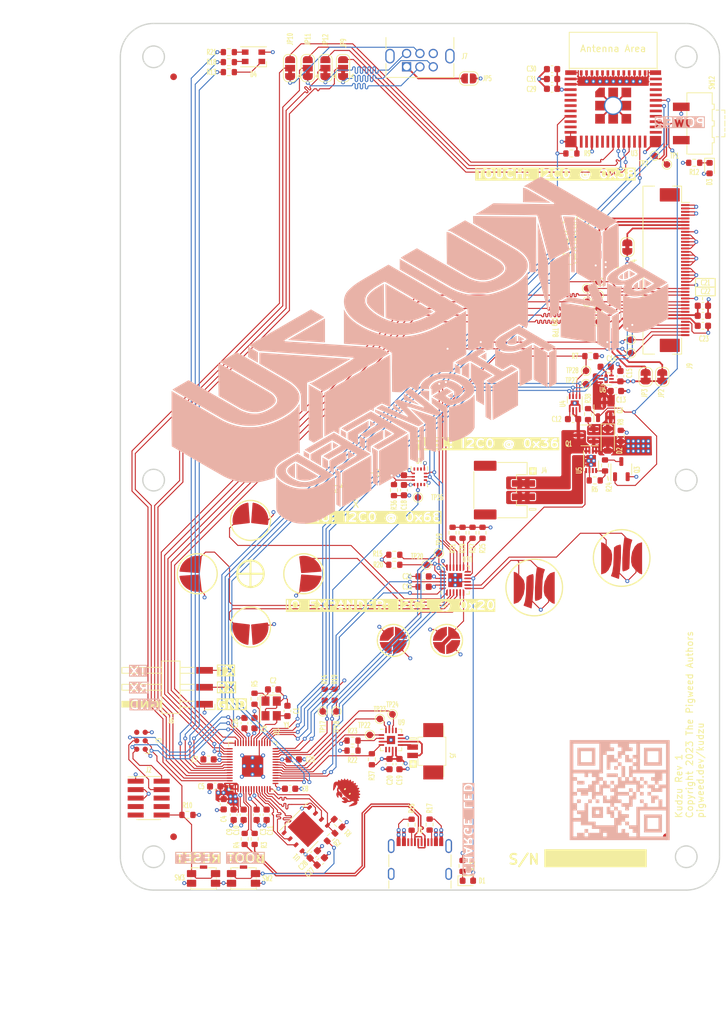
<source format=kicad_pcb>
(kicad_pcb (version 20221018) (generator pcbnew)
  (title_block (title "Kudzu") (date "2023-09-26") (rev "1") (company "Copyright 2023 The Pigweed Authors"))
  (layers (0 "F.Cu" signal) (1 "In1.Cu" signal) (2 "In2.Cu" signal) (31 "B.Cu" signal) (34 "B.Paste" user) (35 "F.Paste" user) (36 "B.SilkS" user "B.Silkscreen") (37 "F.SilkS" user "F.Silkscreen") (38 "B.Mask" user) (39 "F.Mask" user) (44 "Edge.Cuts" user))
  (property "REV" "WIP5")
  (net 0 "")
  (net 1 "GND")
  (net 2 "Net-(C2-Pad2)")
  (net 3 "+3V3")
  (net 4 "+1V1")
  (net 5 "+BATT")
  (net 6 "/power/VSYS")
  (net 7 "Net-(U6-BYP)")
  (net 8 "/ux/DISP_IOVCC")
  (net 9 "/ux/DISP_VCI")
  (net 10 "Net-(D1-K)")
  (net 11 "CHARGE_STAT")
  (net 12 "VBUS")
  (net 13 "Net-(D3-K)")
  (net 14 "Net-(D4-RK)")
  (net 15 "Net-(D4-BK)")
  (net 16 "Net-(D4-GK)")
  (net 17 "Net-(J1-CC1)")
  (net 18 "/RP2040 and Debug/USBD_P")
  (net 20 "Net-(J1-CC2)")
  (net 22 "/RP2040 and Debug/SWDIO")
  (net 23 "/RP2040 and Debug/SWCLK")
  (net 28 "RESET_N")
  (net 30 "Net-(J5-Pin_1)")
  (net 31 "Net-(J5-Pin_2)")
  (net 32 "UART_TX")
  (net 33 "UART_RX")
  (net 34 "Net-(J7-VDD)")
  (net 35 "TOUCH_IRQ")
  (net 36 "TOUCH_RESET")
  (net 37 "SENSOR_SCL")
  (net 38 "SENSOR_SDA")
  (net 39 "DISP_FMARK")
  (net 40 "DISP_CS_N")
  (net 41 "DISP_CLK")
  (net 42 "DISP_D_C")
  (net 44 "DISP_SDI")
  (net 45 "/ux/DISP_SDO")
  (net 46 "/ux/DISP_RESET")
  (net 47 "/ux/DISP_LEDA")
  (net 48 "/ux/DISP_LEDK_0")
  (net 49 "/ux/DISP_LEDK_1")
  (net 50 "/ux/DISP_LEDK_2")
  (net 51 "GBA_SO")
  (net 52 "GBA_SI")
  (net 53 "GBA_SD")
  (net 54 "GBA_SC")
  (net 55 "/power/POWER_SW_N")
  (net 56 "Net-(Q3-D)")
  (net 57 "/RP2040 and Debug/QSPI_CS_N")
  (net 58 "USB_BOOT_N")
  (net 59 "Net-(U5-PROG)")
  (net 60 "GAUGE_QSTRT")
  (net 61 "/power/VSYS_ALWAYS")
  (net 62 "IO_SCL")
  (net 63 "IO_SDA")
  (net 64 "/ux/GAIN_SLOT")
  (net 65 "BOARD_ID0")
  (net 66 "BOARD_ID1")
  (net 67 "BOARD_ID2")
  (net 68 "BOARD_ID3")
  (net 69 "IMU_FSYNC")
  (net 70 "AUDIO_SD")
  (net 71 "/ux/BUTTON_UP")
  (net 72 "/ux/BUTTON_DOWN")
  (net 73 "/ux/BUTTON_LEFT")
  (net 74 "/ux/BUTTON_RIGHT")
  (net 75 "/ux/BUTTON_B")
  (net 76 "/ux/BUTTON_A")
  (net 77 "/ux/BUTTON_SELECT")
  (net 78 "/ux/BUTTON_START")
  (net 80 "AUDIO_DATA")
  (net 81 "AUDIO_BCLK")
  (net 82 "AUDIO_LRCLK")
  (net 83 "IMU_INT2")
  (net 84 "GAUGE_ALERT_N")
  (net 85 "/RP2040 and Debug/QSPI_SD1")
  (net 86 "/RP2040 and Debug/QSPI_SD2")
  (net 87 "/RP2040 and Debug/QSPI_SD0")
  (net 88 "/RP2040 and Debug/QSPI_CLK")
  (net 89 "/RP2040 and Debug/QSPI_SD3")
  (net 91 "IO_INT_N")
  (net 92 "IO_RESET_N")
  (net 93 "DISP_BACKLIGHT")
  (net 105 "Net-(U2-XOUT)")
  (net 106 "Net-(U2-XIN)")
  (net 107 "Net-(U2-USB_DP)")
  (net 108 "Net-(U2-USB_DM)")
  (net 109 "STATUS_R")
  (net 110 "STATUS_G")
  (net 111 "STATUS_B")
  (net 112 "/RP2040 and Debug/USBD_N")
  (net 113 "RP2040_SPI_CLK")
  (net 114 "/misc/C3_MTCK")
  (net 115 "RP2040_SPI_CS")
  (net 116 "/misc/C3_MTMS")
  (net 117 "RP2040_SPI_DI")
  (net 118 "/misc/C3_MTDO")
  (net 119 "RP2040_SPI_DO")
  (net 120 "/misc/C3_MTDI")
  (net 121 "C3_RESET_N")
  (net 122 "/misc/C3_USBD_P")
  (net 123 "/misc/C3_USBD_N")
  (footprint "Resistor_SMD:R_0603_1608Metric" (layer "F.Cu") (at 101.15 111.2 180)
    (fp_text reference "R20")
    (fp_text value "3.3K")
  )
  (footprint "Capacitor_SMD:C_0603_1608Metric" (layer "F.Cu") (at 90.1 155.7 45)
    (fp_text reference "C27")
    (fp_text value "2.2uF")
  )
  (footprint "Fiducial:Fiducial_1mm_Mask2mm" (layer "F.Cu") (at 68 152)
    (fp_text reference "REF**" hide)
    (fp_text value "Fiducial_1mm_Mask2mm")
  )
  (footprint "TestPoint:TestPoint_Pad_D1.0mm" (layer "F.Cu") (at 100.8738 133.6262)
    (fp_text reference "TP24")
    (fp_text value "AUDIO_LRCLK")
  )
  (footprint "TestPoint:TestPoint_Pad_D1.0mm" (layer "F.Cu") (at 136.65 77.45 -90)
    (fp_text reference "TP9")
    (fp_text value "TOUCH_RESET")
  )
  (footprint "Capacitor_SMD:C_0603_1608Metric" (layer "F.Cu") (at 147.5 75.35 180)
    (fp_text reference "C23")
    (fp_text value "100nF")
  )
  (footprint "Capacitor_SMD:C_0603_1608Metric" (layer "F.Cu") (at 80.15 134.95 90)
    (fp_text reference "C6")
    (fp_text value "100nF")
  )
  (footprint "TestPoint:TestPoint_Pad_D1.0mm" (layer "F.Cu") (at 98.9738 134.3262)
    (fp_text reference "TP23")
    (fp_text value "AUDIO_BCLK")
  )
  (footprint "Resistor_SMD:R_0603_1608Metric" (layer "F.Cu") (at 106.45 150.175 90)
    (fp_text reference "R17")
    (fp_text value "5.1K")
  )
  (footprint "Jumper:SolderJumper-3_P1.3mm_Bridged12_RoundedPad1.0x1.5mm" (layer "F.Cu") (at 90.8 36.7 90)
    (fp_text reference "JP12")
    (fp_text value "SolderJumper_3_Bridged12")
  )
  (footprint "Jumper:SolderJumper-2_P1.3mm_Bridged_RoundedPad1.0x1.5mm" (layer "F.Cu") (at 141.4 83 90)
    (fp_text reference "JP2")
    (fp_text value "SolderJumper_2_Bridged")
  )
  (footprint "TestPoint:TestPoint_Pad_D1.0mm" (layer "F.Cu") (at 130.1 73.75 180)
    (fp_text reference "TP11")
    (fp_text value "DISP_CS_N")
  )
  (footprint "Resistor_SMD:R_0603_1608Metric" (layer "F.Cu") (at 131.25 98.55)
    (fp_text reference "R6")
    (fp_text value "4.02K 1%")
  )
  (footprint "TestPoint:TestPoint_Pad_D1.0mm" (layer "F.Cu") (at 97.4738 136.7262)
    (fp_text reference "TP22")
    (fp_text value "AUDIO_DATA")
  )
  (footprint "KudzuLibrary:FPC-Connector_1x40-1MP_P0.50mm_Horizontal" (layer "F.Cu") (at 143 67 -90)
    (fp_text reference "J9")
    (fp_text value "Conn_01x40_MountingPin")
  )
  (footprint "Capacitor_SMD:C_0603_1608Metric" (layer "F.Cu") (at 78.52 148.7 -90)
    (fp_text reference "C10")
    (fp_text value "2.2uF")
  )
  (footprint "Resistor_SMD:R_0603_1608Metric" (layer "F.Cu") (at 112.9 106.4 -90)
    (fp_text reference "R27")
    (fp_text value "0")
  )
  (footprint "Connector:Tag-Connect_TC2030-IDC-NL_2x03_P1.27mm_Vertical" (layer "F.Cu") (at 63.1 137.6 90)
    (fp_text reference "J3")
    (fp_text value "6 Pin Tag Connect")
  )
  (footprint "KudzuLibrary:GBA_StartSelect" (layer "F.Cu") (at 101 122.55)
    (fp_text reference "SW5" hide)
    (fp_text value "AGB_SELECT_START" hide)
  )
  (footprint "Button_Switch_SMD:SW_SPDT_CK-JS102011SAQN" (layer "F.Cu") (at 147 45 90)
    (fp_text reference "SW12")
    (fp_text value "SW_SPDT")
  )
  (footprint "Capacitor_SMD:C_0603_1608Metric" (layer "F.Cu") (at 134.4375 85.1375)
    (fp_text reference "C13")
    (fp_text value "1uF")
  )
  (footprint "TestPoint:TestPoint_Pad_D1.0mm" (layer "F.Cu") (at 92.45 133.2)
    (fp_text reference "TP18")
    (fp_text value "SENSOR_SDA")
  )
  (footprint "KudzuLibrary:SW_Push_1P1T_NO_CK_PTS840_GK_SMTR_LFS" (layer "F.Cu") (at 78.5 158.25)
    (fp_text reference "SW2")
    (fp_text value "BOOT")
  )
  (footprint "KudzuLibrary:JST_PH_S2B-PH-SM_1x02_P2.00mm_Horizontal" (layer "F.Cu") (at 113.3 100 -90)
    (fp_text reference "J4")
    (fp_text value "Conn_01x02")
  )
  (footprint "Capacitor_SMD:C_0603_1608Metric" (layer "F.Cu") (at 78.65 134.95 90)
    (fp_text reference "C26")
    (fp_text value "100nF")
  )
  (footprint "LED_SMD:LED_0603_1608Metric" (layer "F.Cu") (at 148.5 51.7 -90)
    (fp_text reference "D3")
    (fp_text value "GREEN")
  )
  (footprint "Capacitor_SMD:C_0603_1608Metric" (layer "F.Cu") (at 100.4238 141.1012 -90)
    (fp_text reference "C20")
    (fp_text value "10uF")
  )
  (footprint "TestPoint:TestPoint_Pad_D1.0mm" (layer "F.Cu") (at 90.4 133.2)
    (fp_text reference "TP17")
    (fp_text value "SENSOR_SCL")
  )
  (footprint "Espressif:ESP32-C3-MINI-1_HandSoldering" (layer "F.Cu") (at 134.025 42.325)
    (fp_text reference "U3")
    (fp_text value "ESP32-C3-MINI-1")
  )
  (footprint "Capacitor_SMD:C_0603_1608Metric" (layer "F.Cu") (at 73.25 140.4 180)
    (fp_text reference "C7")
    (fp_text value "100nF")
  )
  (footprint "Jumper:SolderJumper-3_P1.3mm_Bridged12_RoundedPad1.0x1.5mm" (layer "F.Cu") (at 88.15 36.7 90)
    (fp_text reference "JP11")
    (fp_text value "SolderJumper_3_Bridged12")
  )
  (footprint "Jumper:SolderJumper-2_P1.3mm_Bridged_RoundedPad1.0x1.5mm" (layer "F.Cu") (at 138.9 83 90)
    (fp_text reference "JP3")
    (fp_text value "SolderJumper_2_Bridged")
  )
  (footprint "Capacitor_SMD:C_0603_1608Metric" (layer "F.Cu") (at 147.5 73.85 180)
    (fp_text reference "C22")
    (fp_text value "100nF")
  )
  (footprint "Resistor_SMD:R_0603_1608Metric" (layer "F.Cu") (at 70.075 148.725)
    (fp_text reference "R10")
    (fp_text value "10K")
  )
  (footprint "Resistor_SMD:R_0603_1608Metric" (layer "F.Cu") (at 101.1 100 -90)
    (fp_text reference "R36")
    (fp_text value "10K")
  )
  (footprint "Resistor_SMD:R_0603_1608Metric" (layer "F.Cu") (at 92.2 130.7 90)
    (fp_text reference "R19")
    (fp_text value "3.3K")
  )
  (footprint "Resistor_SMD:R_0603_1608Metric" (layer "F.Cu") (at 146.2 50.9)
    (fp_text reference "R12")
    (fp_text value "1.5K")
  )
  (footprint "Package_DFN_QFN:MLF-6-1EP_1.6x1.6mm_P0.5mm_EP0.5x1.26mm" (layer "F.Cu") (at 132.9625 83.3225)
    (fp_text reference "U6")
    (fp_text value "MIC5353-3.3YMT")
  )
  (footprint "TestPoint:TestPoint_Pad_D1.0mm" (layer "F.Cu") (at 129.95 82.1 -90)
    (fp_text reference "TP28")
    (fp_text value "GAUGE_QSTRT")
  )
  (footprint "Resistor_SMD:R_0603_1608Metric" (layer "F.Cu") (at 94.8738 137.5762)
    (fp_text reference "R23")
    (fp_text value "100K")
  )
  (footprint "Resistor_SMD:R_0603_1608Metric" (layer "F.Cu") (at 103.75 150.2 90)
    (fp_text reference "R16")
    (fp_text value "5.1K")
  )
  (footprint "Capacitor_SMD:C_0603_1608Metric" (layer "F.Cu") (at 80.47 148.7 -90)
    (fp_text reference "C3")
    (fp_text value "100nF")
  )
  (footprint "Package_DFN_QFN:TQFN-16-1EP_3x3mm_P0.5mm_EP1.23x1.23mm" (layer "F.Cu") (at 100.6538 137.4862)
    (fp_text reference "U9")
    (fp_text value "MAX98357")
  )
  (footprint "Capacitor_SMD:C_0603_1608Metric" (layer "F.Cu") (at 124.85 39.8 180)
    (fp_text reference "C29")
    (fp_text value "10nF")
  )
  (footprint "Capacitor_SMD:C_0603_1608Metric" (layer "F.Cu") (at 77.02 148.7 -90)
    (fp_text reference "C9")
    (fp_text value "2.2uF")
  )
  (footprint "Jumper:SolderJumper-2_P1.3mm_Bridged_RoundedPad1.0x1.5mm" (layer "F.Cu") (at 136.15 63.55 -90)
    (fp_text reference "JP4")
    (fp_text value "SolderJumper_2_Bridged")
  )
  (footprint "Gekkio_Connector:GameBoy_LinkPort_MGB_Horizontal" (layer "F.Cu") (at 103 36.5 90)
    (fp_text reference "J7")
    (fp_text value "GameBoy_LinkPort")
  )
  (footprint "TestPoint:TestPoint_Pad_D1.0mm" (layer "F.Cu") (at 107.85 109.45)
    (fp_text reference "TP19")
    (fp_text value "IO_SCL")
  )
  (footprint "Resistor_SMD:R_0603_1608Metric" (layer "F.Cu") (at 114.4 106.4 -90)
    (fp_text reference "R25")
    (fp_text value "0")
  )
  (footprint "Package_TO_SOT_SMD:SOT-23-3" (layer "F.Cu") (at 132.7 88 90)
    (fp_text reference "Q2")
    (fp_text value "Q_PMOS_GSD")
  )
  (footprint "TestPoint:TestPoint_Pad_D1.0mm" (layer "F.Cu") (at 130.1 71.75 180)
    (fp_text reference "TP13")
    (fp_text value "DISP_D_C")
  )
  (footprint "Capacitor_SMD:C_0603_1608Metric" (layer "F.Cu") (at 89.05 154.65 45)
    (fp_text reference "C28")
    (fp_text value "100nF")
  )
  (footprint "Resistor_SMD:R_0603_1608Metric" (layer "F.Cu") (at 109.9 106.4 -90)
    (fp_text reference "R31")
    (fp_text value "0")
  )
  (footprint "Capacitor_SMD:C_0603_1608Metric" (layer "F.Cu") (at 124.85 36.85 180)
    (fp_text reference "C30")
    (fp_text value "2.2uF")
  )
  (footprint "KudzuLibrary:CONN HEADER SMD 2POS 1.25MM" (layer "F.Cu") (at 103.9 139.8 -90)
    (fp_text reference "J5")
    (fp_text value "Conn_01x02")
  )
  (footprint "Capacitor_SMD:C_0603_1608Metric" (layer "F.Cu") (at 82.95 129.9 180)
    (fp_text reference "C2")
    (fp_text value "27pF")
  )
  (footprint "Resistor_SMD:R_0603_1608Metric" (layer "F.Cu") (at 111.4 106.4 -90)
    (fp_text reference "R29")
    (fp_text value "0")
  )
  (footprint "Capacitor_SMD:C_0603_1608Metric" (layer "F.Cu") (at 105.55 114.5 180)
    (fp_text reference "C16")
    (fp_text value "100nF")
  )
  (footprint "Fiducial:Fiducial_1mm_Mask2mm" (layer "F.Cu") (at 68 38)
    (fp_text reference "REF**" hide)
    (fp_text value "Fiducial_1mm_Mask2mm")
  )
  (footprint "Capacitor_SMD:C_0603_1608Metric" (layer "F.Cu") (at 124.85 38.33 180)
    (fp_text reference "C31")
    (fp_text value "100nF")
  )
  (footprint "TestPoint:TestPoint_Pad_D1.0mm" (layer "F.Cu") (at 136.7 79.45 -90)
    (fp_text reference "TP8")
    (fp_text value "TOUCH_IRQ")
  )
  (footprint "TestPoint:TestPoint_Pad_D1.0mm" (layer "F.Cu") (at 140.25 49.85)
    (fp_text reference "TP2")
    (fp_text value "DISP_RESET")
  )
  (footprint "Capacitor_SMD:C_0603_1608Metric" (layer "F.Cu") (at 132.9 81.5 180)
    (fp_text reference "C14")
    (fp_text value "100nF")
  )
  (footprint "Capacitor_SMD:C_0603_1608Metric" (layer "F.Cu") (at 85.1 133.125 -90)
    (fp_text reference "C1")
    (fp_text value "27pF")
  )
  (footprint "Connector_Harwin:Harwin_M20-89003xx_1x03_P2.54mm_Horizontal" (layer "F.Cu") (at 67.125 129.575 180)
    (fp_text reference "J6")
    (fp_text value "Conn_01x03")
  )
  (footprint "Resistor_SMD:R_0603_1608Metric" (layer "F.Cu") (at 76.3 37.3)
    (fp_text reference "R13")
    (fp_text value "280R 1%")
  )
  (footprint "TestPoint:TestPoint_Pad_D1.0mm" (layer "F.Cu") (at 104.7 101.1)
    (fp_text reference "TP26")
    (fp_text value "IMU_INT2")
  )
  (footprint "KudzuLibrary:SW_Push_1P1T_NO_CK_PTS840_GK_SMTR_LFS" (layer "F.Cu") (at 72.5 158.25)
    (fp_text reference "SW3")
    (fp_text value "RESET")
  )
  (footprint "LED_SMD:LED_Cree-PLCC4_3.2x2.8mm_CCW" (layer "F.Cu") (at 80 35 180)
    (fp_text reference "D4")
    (fp_text value "LED_RABG")
  )
  (footprint "Resistor_SMD:R_0603_1608Metric" (layer "F.Cu") (at 132.8 96.3 -90)
    (fp_text reference "R24")
    (fp_text value "4.02K 1%")
  )
  (footprint "Resistor_SMD:R_0603_1608Metric" (layer "F.Cu") (at 80.175 152.325 90)
    (fp_text reference "R3")
    (fp_text value "27R")
  )
  (footprint "Capacitor_SMD:C_0603_1608Metric" (layer "F.Cu") (at 128 89.35)
    (fp_text reference "C12")
    (fp_text value "100nF")
  )
  (footprint "Package_TO_SOT_SMD:SOT-23-3" (layer "F.Cu") (at 129.975 91.7875 180)
    (fp_text reference "Q1")
    (fp_text value "Q_PMOS_GSD")
  )
  (footprint "Capacitor_SMD:C_0603_1608Metric" (layer "F.Cu") (at 102.6 100 90)
    (fp_text reference "C18")
    (fp_text value "100nF")
  )
  (footprint "Capacitor_SMD:C_0603_1608Metric" (layer "F.Cu") (at 75.52 147.125 -90)
    (fp_text reference "C4")
    (fp_text value "100nF")
  )
  (footprint "Resistor_SMD:R_0603_1608Metric" (layer "F.Cu") (at 76.3 34.3)
    (fp_text reference "R21")
    (fp_text value "60.4R 1%")
  )
  (footprint "KudzuLibrary:GBA_AB" (layer "F.Cu") (at 122.17 114.61)
    (fp_text reference "SW4" hide)
    (fp_text value "AGB_AB" hide)
  )
  (footprint "Capacitor_SMD:C_0603_1608Metric" (layer "F.Cu") (at 85.5 144.8)
    (fp_text reference "C8")
    (fp_text value "100nF")
  )
  (footprint "KudzuLibrary:GBA_DPad" (layer "F.Cu") (at 79.55 112.55)
    (fp_text reference "SW1" hide)
    (fp_text value "AGB_DPAD" hide)
  )
  (footprint "Resistor_SMD:R_0603_1608Metric" (layer "F.Cu") (at 97.7738 140.3762 90)
    (fp_text reference "R37")
    (fp_text value "634K")
  )
  (footprint "Connector_PinHeader_1.27mm:PinHeader_2x05_P1.27mm_Vertical_SMD" (layer "F.Cu") (at 64.25 146.2)
    (fp_text reference "J2")
    (fp_text value "ARM 10 Pin SWD")
  )
  (footprint "Package_DFN_QFN:QFN-56-1EP_7x7mm_P0.4mm_EP3.2x3.2mm" (layer "F.Cu") (at 79.87 141.4 180)
    (fp_text reference "U2")
    (fp_text value "RP2040")
  )
  (footprint "TestPoint:TestPoint_Pad_D1.0mm" (layer "F.Cu") (at 129.95 84.1 -90)
    (fp_text reference "TP27")
    (fp_text value "GAUGE_ALERT_N")
  )
  (footprint "Capacitor_SMD:C_0603_1608Metric" (layer "F.Cu") (at 74.25 144.45 180)
    (fp_text reference "C5")
    (fp_text value "100nF")
  )
  (footprint "Resistor_SMD:R_0603_1608Metric" (layer "F.Cu") (at 101.15 109.7 180)
    (fp_text reference "R15")
    (fp_text value "3.3K")
  )
  (footprint "Package_DFN_QFN:TDFN-8-1EP_2x2mm_P0.5mm_EP0.8x1.2mm" (layer "F.Cu") (at 128.25 86.95 90)
    (fp_text reference "U4")
    (fp_text value "MAX17048")
  )
  (footprint "TestPoint:TestPoint_Pad_D1.0mm" (layer "F.Cu") (at 131.85 72.747916 180)
    (fp_text reference "TP12")
    (fp_text value "DISP_CLK")
  )
  (footprint "Capacitor_SMD:C_0603_1608Metric" (layer "F.Cu") (at 102.6 97 90)
    (fp_text reference "C17")
    (fp_text value "10nF")
  )
  (footprint "TestPoint:TestPoint_Pad_D1.0mm" (layer "F.Cu") (at 130.1 69.75 180)
    (fp_text reference "TP15")
    (fp_text value "DISP_SDO")
  )
  (footprint "Resistor_SMD:R_0603_1608Metric" (layer "F.Cu") (at 80.15 131.3 -90)
    (fp_text reference "R5")
    (fp_text value "1K")
  )
  (footprint "Resistor_SMD:R_0603_1608Metric" (layer "F.Cu") (at 94.8738 139.0762 180)
    (fp_text reference "R22")
    (fp_text value "100K")
  )
  (footprint "Package_TO_SOT_SMD:SOT-23-6" (layer "F.Cu") (at 132.9 63.55 90)
    (fp_text reference "U8")
    (fp_text value "AP2502")
  )
  (footprint "Connector_USB:USB_C_Receptacle_GCT_USB4105-xx-A_16P_TopMnt_Horizontal" (layer "F.Cu") (at 105 156.5)
    (fp_text reference "J1")
    (fp_text value "USB_C_Receptacle_USB2.0")
  )
  (footprint "Resistor_SMD:R_0603_1608Metric" (layer "F.Cu") (at 92.7 149.95 -45)
    (fp_text reference "R1")
    (fp_text value "10K")
  )
  (footprint "Capacitor_SMD:C_0603_1608Metric" (layer "F.Cu") (at 86.05 140.4)
    (fp_text reference "C25")
    (fp_text value "100nF")
  )
  (footprint "KudzuLibrary:ferris" (layer "F.Cu") (at 93.717771 142.29417 -45)
    (fp_text reference "REF**" hide)
    (fp_text value "ferris")
  )
  (footprint "Jumper:SolderJumper-3_P1.3mm_Bridged12_RoundedPad1.0x1.5mm" (layer "F.Cu") (at 85.5 36.7 90)
    (fp_text reference "JP10")
    (fp_text value "SolderJumper_3_Bridged12")
  )
  (footprint "Capacitor_SMD:C_0603_1608Metric" (layer "F.Cu") (at 105.55 112.95 180)
    (fp_text reference "C24")
    (fp_text value "100nF")
  )
  (footprint "Resistor_SMD:R_0603_1608Metric" (layer "F.Cu") (at 135.1625 91.8625 -90)
    (fp_text reference "R8")
    (fp_text value "10K")
  )
  (footprint "Resistor_SMD:R_0603_1608Metric" (layer "F.Cu") (at 91.65 152.05 -135)
    (fp_text reference "R2")
    (fp_text value "1K")
  )
  (footprint "Resistor_SMD:R_0603_1608Metric" (layer "F.Cu") (at 76.3 35.8)
    (fp_text reference "R18")
    (fp_text value "60.4R 1%")
  )
  (footprint "Resistor_SMD:R_0603_1608Metric" (layer "F.Cu") (at 111.4 156.375 -90)
    (fp_text reference "R11")
    (fp_text value "1.5K")
  )
  (footprint "Capacitor_SMD:C_0603_1608Metric" (layer "F.Cu") (at 81.97 148.7 -90)
    (fp_text reference "C11")
    (fp_text value "100nF")
  )
  (footprint "Resistor_SMD:R_0603_1608Metric" (layer "F.Cu") (at 78.675 152.325 90)
    (fp_text reference "R4")
    (fp_text value "27R")
  )
  (footprint "Crystal:Crystal_SMD_3225-4Pin_3.2x2.5mm" (layer "F.Cu") (at 82.65 132.75 -90)
    (fp_text reference "Y1")
    (fp_text value "12 MHz")
  )
  (footprint "Package_DFN_QFN:TQFN-24-1EP_4x4mm_P0.5mm_EP2.1x2.1mm" (layer "F.Cu") (at 110.3 113.5 90)
    (fp_text reference "U10")
    (fp_text value "PI4IOE5V6416")
  )
  (footprint "Package_TO_SOT_SMD:SOT-23-3" (layer "F.Cu") (at 135.25 96.85 90)
    (fp_text reference "Q3")
    (fp_text value "Q_NMOS_GSD")
  )
  (footprint "Capacitor_SMD:C_0603_1608Metric" (layer "F.Cu") (at 135.1125 82.9125 90)
    (fp_text reference "C15")
    (fp_text value "2.2uF")
  )
  (footprint "TestPoint:TestPoint_Pad_D1.0mm" (layer "F.Cu") (at 131.85 68.74375 180)
    (fp_text reference "TP16")
    (fp_text value "DISP_RESET")
  )
  (footprint "Package_SON:WSON-8-1EP_6x5mm_P1.27mm_EP3.4x4.3mm" (layer "F.Cu") (at 87.85 150.85 -135)
    (fp_text reference "U1")
    (fp_text value "W25Q128JVPIQ")
  )
  (footprint "Resistor_SMD:R_0603_1608Metric" (layer "F.Cu") (at 127.75 49.5)
    (fp_text reference "R9")
    (fp_text value "10K")
  )
  (footprint "TestPoint:TestPoint_Pad_D1.0mm" (layer "F.Cu") (at 106 111.2)
    (fp_text reference "TP20")
    (fp_text value "IO_SDA")
  )
  (footprint "Diode_SMD:D_SOD-123" (layer "F.Cu") (at 133.2125 92.4375 -90)
    (fp_text reference "D2")
    (fp_text value "D_Schottky")
  )
  (footprint "Capacitor_SMD:C_0603_1608Metric" (layer "F.Cu") (at 101.9238 141.1012 -90)
    (fp_text reference "C19")
    (fp_text value "100nF")
  )
  (footprint "Resistor_SMD:R_0603_1608Metric" (layer "F.Cu") (at 130.6 79.9 180)
    (fp_text reference "R7")
    (fp_text value "10K")
  )
  (footprint "Package_DFN_QFN:DFN-8-1EP_3x2mm_P0.5mm_EP1.75x1.45mm" (layer "F.Cu") (at 130.7125 95.6125 -90)
    (fp_text reference "U5")
    (fp_text value "MCP73831-MC")
  )
  (footprint "Jumper:SolderJumper-2_P1.3mm_Open_RoundedPad1.0x1.5mm" (layer "F.Cu") (at 112.35 38.25 180)
    (fp_text reference "JP5")
    (fp_text value "GBA_VDD")
  )
  (footprint "Resistor_SMD:R_0603_1608Metric" (layer "F.Cu") (at 130.25 88.6 -90)
    (fp_text reference "R38")
    (fp_text value "10K")
  )
  (footprint "Resistor_SMD:R_0603_1608Metric" (layer "F.Cu") (at 90.7 130.7 90)
    (fp_text reference "R14")
    (fp_text value "3.3K")
  )
  (footprint "Capacitor_SMD:C_0603_1608Metric" (layer "F.Cu") (at 147.5 72.35 180)
    (fp_text reference "C21")
    (fp_text value "10uF")
  )
  (footprint "TestPoint:TestPoint_Pad_D1.0mm" (layer "F.Cu") (at 131.85 74.749999 180)
    (fp_text reference "TP10")
    (fp_text value "DISP_FMARK")
  )
  (footprint "LED_SMD:LED_0603_1608Metric" (layer "F.Cu") (at 112.2 158.6)
    (fp_text reference "D1")
    (fp_text value "ORANGE")
  )
  (footprint "TestPoint:TestPoint_Pad_D1.0mm" (layer "F.Cu") (at 131.85 70.745833 180)
    (fp_text reference "TP14")
    (fp_text value "DISP_SDI")
  )
  (footprint "TestPoint:TestPoint_Pad_D1.0mm" (layer "F.Cu") (at 142.1 51.15)
    (fp_text reference "TP1")
    (fp_text value "DISP_RESET")
  )
  (footprint "Rust_Board:IC_ICM-42670-P" (layer "F.Cu") (at 104.9125 98 -90)
    (fp_text reference "U7")
    (fp_text value "ICM-42670-P")
  )
  (footprint "Fiducial:Fiducial_1mm_Mask2mm" (layer "F.Cu") (at 142 152)
    (fp_text reference "REF**" hide)
    (fp_text value "Fiducial_1mm_Mask2mm")
  )
  (footprint "Jumper:SolderJumper-3_P1.3mm_Bridged12_RoundedPad1.0x1.5mm" (layer "F.Cu") (at 93.4575 36.7 90)
    (fp_text reference "JP9")
    (fp_text value "SolderJumper_3_Bridged12")
  )
  (footprint "KudzuLibrary:kudzu_back_art" (layer "B.Cu") (at 105 79 180)
    (fp_text reference "G***" hide)
    (fp_text value "LOGO" hide)
  )
  (footprint "KudzuLibrary:kudzu_qr_code" (layer "B.Cu") (at 135 145 180)
    (fp_text reference "G***" hide)
    (fp_text value "LOGO" hide)
  )
  (gr_line (start 99.35 97.4) (end 98.35 96.65) (stroke (width 0.15)) (layer "F.SilkS"))
  (gr_circle (center 127.65 64.981876) (end 128.75 65.381876) (stroke (width 0.15)) (fill none) (layer "F.SilkS"))
  (gr_line (start 133.3 98.55) (end 133.2 97.95) (stroke (width 0.15)) (layer "F.SilkS"))
  (gr_line (start 95.4 97.425) (end 95.4 101.375) (stroke (width 0.15)) (layer "F.SilkS"))
  (gr_line (start 93.1 99.6) (end 93.85 99.35) (stroke (width 0.15)) (layer "F.SilkS"))
  (gr_circle (center 127.65 62.640938) (end 128.75 63.040938) (stroke (width 0.15)) (fill none) (layer "F.SilkS"))
  (gr_line (start 93.1 99.6) (end 93.45 98.75) (stroke (width 0.15)) (layer "F.SilkS"))
  (gr_line (start 130.095469 67.551172) (end 130.704531 68.548827) (stroke (width 0.15)) (layer "F.SilkS"))
  (gr_line (start 95.4 101.375) (end 94.65 100.375) (stroke (width 0.15)) (layer "F.SilkS"))
  (gr_line (start 95.4 97.45) (end 93.1 99.6) (stroke (width 0.15)) (layer "F.SilkS"))
  (gr_circle (center 129.790938 59.109062) (end 130.890938 59.509062) (stroke (width 0.15)) (fill none) (layer "F.SilkS"))
  (gr_circle (center 129.790938 66.131876) (end 130.890938 66.531876) (stroke (width 0.15)) (fill none) (layer "F.SilkS"))
  (gr_circle (center 129.790938 63.790938) (end 130.890938 64.190938) (stroke (width 0.15)) (fill none) (layer "F.SilkS"))
  (gr_rect (start 146.4 69.55) (end 149.35 70.85) (stroke (width 0.15)) (fill none) (layer "F.SilkS"))
  (gr_line (start 95.425 101.375) (end 96.175 100.375) (stroke (width 0.15)) (layer "F.SilkS"))
  (gr_rect (start 146.4 68.25) (end 149.35 69.55) (stroke (width 0.15)) (fill none) (layer "F.SilkS"))
  (gr_rect (start 123.76 153.94) (end 139 156.5) (stroke (width 0.15)) (fill solid) (layer "F.SilkS"))
  (gr_line (start 99.35 97.425) (end 98.35 98.175) (stroke (width 0.15)) (layer "F.SilkS"))
  (gr_line (start 147.45 71.45) (end 147.45 71.0875) (stroke (width 0.15)) (layer "F.SilkS"))
  (gr_circle (center 127.65 60.3) (end 128.75 60.7) (stroke (width 0.15)) (fill none) (layer "F.SilkS"))
  (gr_circle (center 129.790938 61.45) (end 130.890938 61.85) (stroke (width 0.15)) (fill none) (layer "F.SilkS"))
  (gr_line (start 95.4 97.425) (end 99.35 97.425) (stroke (width 0.15)) (layer "F.SilkS"))
  (gr_circle (center 65 155) (end 66.625 155) (stroke (width 0.2)) (fill none) (layer "Edge.Cuts"))
  (gr_line (start 150 35) (end 150 155) (stroke (width 0.2)) (layer "Edge.Cuts"))
  (gr_circle (center 145 98.5) (end 146.625 98.5) (stroke (width 0.2)) (fill none) (layer "Edge.Cuts"))
  (gr_circle (center 65 98.5) (end 66.625 98.5) (stroke (width 0.2)) (fill none) (layer "Edge.Cuts"))
  (gr_arc (start 145 30) (mid 148.535534 31.464466) (end 150 35) (stroke (width 0.2)) (layer "Edge.Cuts"))
  (gr_arc (start 60 35) (mid 61.464466 31.464466) (end 65 30) (stroke (width 0.2)) (layer "Edge.Cuts"))
  (gr_line (start 65 30) (end 145 30) (stroke (width 0.2)) (layer "Edge.Cuts"))
  (gr_circle (center 145 155) (end 146.625 155) (stroke (width 0.2)) (fill none) (layer "Edge.Cuts"))
  (gr_arc (start 65 160) (mid 61.464466 158.535534) (end 60 155) (stroke (width 0.2)) (layer "Edge.Cuts"))
  (gr_circle (center 145 35) (end 146.625 35) (stroke (width 0.2)) (fill none) (layer "Edge.Cuts"))
  (gr_circle (center 65 35) (end 66.625 35) (stroke (width 0.2)) (fill none) (layer "Edge.Cuts"))
  (gr_line (start 145 160) (end 65 160) (stroke (width 0.2)) (layer "Edge.Cuts"))
  (gr_arc (start 150 155) (mid 148.535534 158.535534) (end 145 160) (stroke (width 0.2)) (layer "Edge.Cuts"))
  (gr_line (start 60 155) (end 60 35) (stroke (width 0.2)) (layer "Edge.Cuts"))
  (gr_text "POWER" (at 148.05 45.6) (layer "B.SilkS" knockout) (effects (font (size 1.25 1.5) (thickness 0.25)) (justify left bottom mirror)))
  (gr_text "RESET" (at 75.3 155.95) (layer "B.SilkS" knockout) (effects (font (size 1.25 1.5) (thickness 0.25) bold) (justify left bottom mirror)))
  (gr_text "CHARGE LED" (at 111.5 158 270) (layer "B.SilkS" knockout) (effects (font (size 1.25 1.5) (thickness 0.25) bold) (justify left bottom mirror)))
  (gr_text "BOOT" (at 81.95 155.95) (layer "B.SilkS" knockout) (effects (font (size 1.25 1.5) (thickness 0.25) bold) (justify left bottom mirror)))
  (gr_text "RX\n" (at 64.447143 130.42) (layer "B.SilkS" knockout) (effects (font (size 1.25 1.5) (thickness 0.25)) (justify left bottom mirror)))
  (gr_text "TX\n" (at 64.09 127.89) (layer "B.SilkS" knockout) (effects (font (size 1.25 1.5) (thickness 0.25)) (justify left bottom mirror)))
  (gr_text "GND" (at 66.090001 132.95) (layer "B.SilkS" knockout) (effects (font (size 1.25 1.5) (thickness 0.25)) (justify left bottom mirror)))
  (gr_text "S/N" (at 118.13 156.27) (layer "F.SilkS") (effects (font (size 1.5 1.5) (thickness 0.3) bold) (justify left bottom)))
  (gr_text "+" (at 103.25 141.6) (layer "F.SilkS" knockout) (effects (font (size 1 1)) (justify left bottom)))
  (gr_text "IO EXPANDER: I2C1 @ 0x20\n" (at 84.6 118) (layer "F.SilkS" knockout) (effects (font (size 1.25 1.5) (thickness 0.25)) (justify left bottom)))
  (gr_text "RESET" (at 68 155.95) (layer "F.SilkS" knockout) (effects (font (size 1.25 1.5) (thickness 0.25) bold) (justify left bottom)))
  (gr_text "X" (at 95.95 101.475 180) (layer "F.SilkS") (effects (font (size 1 1)) (justify left bottom)))
  (gr_text "Z" (at 91.9 100.45) (layer "F.SilkS") (effects (font (size 1 1)) (justify left bottom)))
  (gr_text "GND" (at 74.3 132.91) (layer "F.SilkS" knockout) (effects (font (size 1.25 1.5) (thickness 0.25)) (justify left bottom)))
  (gr_text "-" (at 103.25 137.8) (layer "F.SilkS" knockout) (effects (font (size 1 1)) (justify left bottom)))
  (gr_text "Y\n" (at 99.5 97.9) (layer "F.SilkS") (effects (font (size 1 1)) (justify left bottom)))
  (gr_text "-" (at 121.2 103.4) (layer "F.SilkS" knockout) (effects (font (size 1 1)) (justify left bottom)))
  (gr_text "+" (at 121.25 97.65) (layer "F.SilkS" knockout) (effects (font (size 1 1)) (justify left bottom)))
  (gr_text "RX\n" (at 74.25 130.38) (layer "F.SilkS" knockout) (effects (font (size 1.25 1.5) (thickness 0.25)) (justify left bottom)))
  (gr_text "BOOT" (at 75.65 155.95) (layer "F.SilkS" knockout) (effects (font (size 1.25 1.5) (thickness 0.25) bold) (justify left bottom)))
  (gr_text "TX\n" (at 74.45 127.85) (layer "F.SilkS" knockout) (effects (font (size 1.25 1.5) (thickness 0.25)) (justify left bottom)))
  (gr_text "TOUCH: I2C0 @ 0x38" (at 113.25 53.3) (layer "F.SilkS" knockout) (effects (font (size 1.25 1.5) (thickness 0.25)) (justify left bottom)))
  (gr_text "FUEL: I2C0 @ 0x36" (at 103.7 93.75) (layer "F.SilkS" knockout) (effects (font (size 1.25 1.5) (thickness 0.25)) (justify left bottom)))
  (gr_text "IMU: I2C0 @ 0x68" (at 87.45 104.8) (layer "F.SilkS" knockout) (effects (font (size 1.25 1.5) (thickness 0.25)) (justify left bottom)))
  (gr_text "Kudzu Rev 1\nCopyright 2023 The Pigweed Authors\npigweed.dev/kudzu" (at 147.7 149.3 90) (layer "F.SilkS") (effects (font (size 1 1)) (justify left bottom)))
  (segment (start 127.675 47.725) (end 126.325 47.725) (width 0.254) (layer "F.Cu") (net 1))
  (segment (start 127.5 87.9375) (end 127.5 87.35) (width 0.254) (layer "F.Cu") (net 1))
  (segment (start 84.15 131.65) (end 84.75 131.05) (width 0.1524) (layer "F.Cu") (net 1))
  (segment (start 132.9 64.6875) (end 132.9 65.8) (width 0.254) (layer "F.Cu") (net 1))
  (segment (start 148.275 71.469816) (end 148.372408 71.372408) (width 0.254) (layer "F.Cu") (net 1))
  (segment (start 134.6 112.1) (end 136.15 113.65) (width 0.1524) (layer "F.Cu") (net 1))
  (segment (start 90.648008 155.151992) (end 91.338037 154.461963) (width 0.254) (layer "F.Cu") (net 1))
  (segment (start 87.435759 147.593773) (end 87.270802 147.75873) (width 0.1524) (layer "F.Cu") (net 1))
  (segment (start 134.825 37.425) (end 134.825 38.025) (width 0.1524) (layer "F.Cu") (net 1))
  (segment (start 78.52 149.8) (end 78.52 149.930002) (width 0.1524) (layer "F.Cu") (net 1))
  (segment (start 130.35 96) (end 130.4625 96.1125) (width 0.254) (layer "F.Cu") (net 1))
  (segment (start 146.65 62.75) (end 146.500006 62.75) (width 0.1524) (layer "F.Cu") (net 1))
  (segment (start 89.598008 154.101992) (end 90.3 153.4) (width 0.254) (layer "F.Cu") (net 1))
  (segment (start 148.25 76.45) (end 148.3 76.4) (width 0.1524) (layer "F.Cu") (net 1))
  (segment (start 127.625 39.125) (end 128.325 39.125) (width 0.254) (layer "F.Cu") (net 1))
  (segment (start 102.6 100.775) (end 102.625 100.8) (width 0.1524) (layer "F.Cu") (net 1))
  (segment (start 144.25 42.5) (end 144.25 43.549998) (width 0.1524) (layer "F.Cu") (net 1))
  (segment (start 138.025 37.425) (end 138.025 38.025) (width 0.1524) (layer "F.Cu") (net 1))
  (segment (start 81.849999 104.85) (end 83 103.699999) (width 0.1524) (layer "F.Cu") (net 1))
  (segment (start 102.6 97.775) (end 101.750348 97.775) (width 0.1524) (layer "F.Cu") (net 1))
  (segment (start 136.2 97.9875) (end 137.4875 97.9875) (width 0.1524) (layer "F.Cu") (net 1))
  (segment (start 133.225 37.425) (end 133.225 38.025) (width 0.1524) (layer "F.Cu") (net 1))
  (segment (start 144.85 61.75) (end 145.65 61.75) (width 0.1524) (layer "F.Cu") (net 1))
  (segment (start 136.2875 85.1375) (end 136.3 85.15) (width 0.254) (layer "F.Cu") (net 1))
  (segment (start 140.375 47.725) (end 138.8 49.3) (width 0.254) (layer "F.Cu") (net 1))
  (segment (start 108.2 151.7) (end 108.2 151) (width 0.508) (layer "F.Cu") (net 1))
  (segment (start 145.65 68.75) (end 146.15 68.25) (width 0.1524) (layer "F.Cu") (net 1))
  (segment (start 127.5 87.35) (end 127.9 86.95) (width 0.254) (layer "F.Cu") (net 1))
  (segment (start 109.05 111.6375) (end 108.4594 111.0469) (width 0.1524) (layer "F.Cu") (net 1))
  (segment (start 144.85 62.75) (end 146.5 62.75) (width 0.1524) (layer "F.Cu") (net 1))
  (segment (start 110.3 113.45) (end 110.25 113.45) (width 0.1524) (layer "F.Cu") (net 1))
  (segment (start 146.25 58.25) (end 146.5 58.5) (width 0.1524) (layer "F.Cu") (net 1))
  (segment (start 146.15 67.25) (end 146.65 67.75) (width 0.1524) (layer "F.Cu") (net 1))
  (segment (start 128.725 39.125) (end 128.85 39) (width 0.1524) (layer "F.Cu") (net 1))
  (segment (start 110.55 113.75) (end 110.95 114.15) (width 0.1524) (layer "F.Cu") (net 1))
  (segment (start 101.8 151.7) (end 101.8 151.3) (width 0.508) (layer "F.Cu") (net 1))
  (segment (start 80.47 149.8) (end 80.47 149.87) (width 0.1524) (layer "F.Cu") (net 1))
  (segment (start 103.75 149.375) (end 102.525 149.375) (width 0.1524) (layer "F.Cu") (net 1))
  (segment (start 145.65 61.75) (end 146.15 62.25) (width 0.1524) (layer "F.Cu") (net 1))
  (segment (start 132.425 38.075) (end 132.4 38.1) (width 0.1524) (layer "F.Cu") (net 1))
  (segment (start 109.9 105.575) (end 111.4 105.575) (width 0.1524) (layer "F.Cu") (net 1))
  (segment (start 121.47 116.27) (end 123.15 117.95) (width 0.1524) (layer "F.Cu") (net 1))
  (segment (start 130.7125 95.6125) (end 130.3 95.2) (width 0.254) (layer "F.Cu") (net 1))
  (segment (start 102.825 98) (end 102.6 97.775) (width 0.1524) (layer "F.Cu") (net 1))
  (segment (start 85.1 131.4) (end 84.75 131.05) (width 0.1524) (layer "F.Cu") (net 1))
  (segment (start 135.625 38.025) (end 135.55 38.1) (width 0.1524) (layer "F.Cu") (net 1))
  (segment (start 129.225 37.425) (end 129.225 38.175) (width 0.1524) (layer "F.Cu") (net 1))
  (segment (start 104.775 114.5) (end 103.5 114.5) (width 0.1524) (layer "F.Cu") (net 1))
  (segment (start 144.85 63.75) (end 145.65 63.75) (width 0.1524) (layer "F.Cu") (net 1))
  (segment (start 124.32 116.78) (end 123.15 117.95) (width 0.1524) (layer "F.Cu") (net 1))
  (segment (start 62.3 146.2) (end 63.6 146.2) (width 0.1524) (layer "F.Cu") (net 1))
  (segment (start 130.175 96.15) (end 129.3 96.15) (width 0.254) (layer "F.Cu") (net 1))
  (segment (start 138.825 38.125) (end 138.75 38.2) (width 0.1524) (layer "F.Cu") (net 1))
  (segment (start 145.85 76.15) (end 146.15 76.45) (width 0.1524) (layer "F.Cu") (net 1))
  (segment (start 134.025 40.35) (end 134.025 42.325) (width 0.254) (layer "F.Cu") (net 1))
  (segment (start 78.65 134.175) (end 77.725 134.175) (width 0.1524) (layer "F.Cu") (net 1))
  (segment (start 99.2163 137.7362) (end 100.3638 137.7362) (width 0.254) (layer "F.Cu") (net 1))
  (segment (start 72.475 140.4) (end 72.475 139.525) (width 0.1524) (layer "F.Cu") (net 1))
  (segment (start 80.47 149.87) (end 80.9 150.3) (width 0.1524) (layer "F.Cu") (net 1))
  (segment (start 77.02 149.8) (end 77.02 149.93) (width 0.1524) (layer "F.Cu") (net 1))
  (segment (start 121.47 114.61) (end 121.47 116.27) (width 0.1524) (layer "F.Cu") (net 1))
  (segment (start 87.25 114.9714) (end 86.4 115.8214) (width 0.1524) (layer "F.Cu") (net 1))
  (segment (start 148.275 72.35) (end 148.275 71.469816) (width 0.254) (layer "F.Cu") (net 1))
  (segment (start 137.45 110.13) (end 137.45 112.35) (width 0.1524) (layer "F.Cu") (net 1))
  (segment (start 81.97 149.98) (end 81.65 150.3) (width 0.1524) (layer "F.Cu") (net 1))
  (segment (start 63.735 136.33) (end 64.72 136.33) (width 0.1524) (layer "F.Cu") (net 1))
  (segment (start 130.3 95.2) (end 130.3 95.1) (width 0.254) (layer "F.Cu") (net 1))
  (segment (start 135.1125 81.5125) (end 134.7 81.1) (width 0.254) (layer "F.Cu") (net 1))
  (segment (start 87.25 114.849999) (end 87.25 114.9714) (width 0.1524) (layer "F.Cu") (net 1))
  (segment (start 110.3 113.5) (end 110.3 113.45) (width 0.1524) (layer "F.Cu") (net 1))
  (segment (start 139.375 37.375) (end 139.3 37.45) (width 0.1524) (layer "F.Cu") (net 1))
  (segment (start 132.9625 82.3375) (end 132.9625 82.9625) (width 0.254) (layer "F.Cu") (net 1))
  (segment (start 127.625 38.325) (end 128.875 38.325) (width 0.1524) (layer "F.Cu") (net 1))
  (segment (start 129.225 38.175) (end 129.25 38.2) (width 0.1524) (layer "F.Cu") (net 1))
  (segment (start 132.9 65.8) (end 132.9 66.55) (width 0.254) (layer "F.Cu") (net 1))
  (segment (start 137.225 38.075) (end 137.2 38.1) (width 0.1524) (layer "F.Cu") (net 1))
  (segment (start 133.2 38.05) (end 133.225 38.025) (width 0.1524) (layer "F.Cu") (net 1))
  (segment (start 81.425 158.975) (end 81.5 158.9) (width 0.1524) (layer "F.Cu") (net 1))
  (segment (start 146.15 62.25) (end 146.65 62.75) (width 0.1524) (layer "F.Cu") (net 1))
  (segment (start 101.8 150.1) (end 101.8 151.3) (width 0.1524) (layer "F.Cu") (net 1))
  (segment (start 127.625 47.675) (end 127.675 47.725) (width 0.1524) (layer "F.Cu") (net 1))
  (segment (start 111.4 155.55) (end 111.4 154.45) (width 0.1524) (layer "F.Cu") (net 1))
  (segment (start 148.275 76.375) (end 148.3 76.4) (width 0.254) (layer "F.Cu") (net 1))
  (segment (start 129 87.3) (end 128.65 86.95) (width 0.254) (layer "F.Cu") (net 1))
  (segment (start 100.4038 135.0324) (end 100.3476 134.9762) (width 0.254) (layer "F.Cu") (net 1))
  (segment (start 145.85 75.0778) (end 145.85 76.15) (width 0.1524) (layer "F.Cu") (net 1))
  (segment (start 78.52 149.930002) (end 78.15 150.300002) (width 0.1524) (layer "F.Cu") (net 1))
  (segment (start 135.1625 91.0375) (end 135.710598 91.0375) (width 0.1524) (layer "F.Cu") (net 1))
  (segment (start 75.475 158.975) (end 75.5 158.95) (width 0.1524) (layer "F.Cu") (net 1))
  (segment (start 74.3 158.975) (end 75.475 158.975) (width 0.1524) (layer "F.Cu") (net 1))
  (segment (start 145.375 50.9) (end 144.5 50.9) (width 0.1524) (layer "F.Cu") (net 1))
  (segment (start 128.875 38.325) (end 128.9 38.35) (width 0.1524) (layer "F.Cu") (net 1))
  (segment (start 101.1 100.825) (end 102.55 100.825) (width 0.1524) (layer "F.Cu") (net 1))
  (segment (start 75.52 147.9) (end 75.42 148) (width 0.1524) (layer "F.Cu") (net 1))
  (segment (start 144.85 62.25) (end 146.15 62.25) (width 0.1524) (layer "F.Cu") (net 1))
  (segment (start 144.85 58.75) (end 146.25 58.75) (width 0.1524) (layer "F.Cu") (net 1))
  (segment (start 145.5222 74.75) (end 145.85 75.0778) (width 0.1524) (layer "F.Cu") (net 1))
  (segment (start 110.55 113.75) (end 110.3 113.5) (width 0.1524) (layer "F.Cu") (net 1))
  (segment (start 75.525 158.975) (end 75.5 158.95) (width 0.1524) (layer "F.Cu") (net 1))
  (segment (start 132.425 37.425) (end 132.425 38.075) (width 0.1524) (layer "F.Cu") (net 1))
  (segment (start 127.5 87.9375) (end 127.5 89.075) (width 0.1524) (layer "F.Cu") (net 1))
  (segment (start 144.85 64.25) (end 145.65 64.25) (width 0.1524) (layer "F.Cu") (net 1))
  (segment (start 146.5 65.1) (end 146.5 65.25) (width 0.1524) (layer "F.Cu") (net 1))
  (segment (start 107.85 121.45) (end 107.311449 120.911449) (width 0.1524) (layer "F.Cu") (net 1))
  (segment (start 137.45 112.35) (end 136.15 113.65) (width 0.1524) (layer "F.Cu") (net 1))
  (segment (start 107.175 149.35) (end 108.2 150.375) (width 0.1524) (layer "F.Cu") (net 1))
  (segment (start 72.475 139.525) (end 72.45 139.5) (width 0.1524) (layer "F.Cu") (net 1))
  (segment (start 63.63 144.93) (end 64.25 145.55) (width 0.1524) (layer "F.Cu") (net 1))
  (segment (start 128.85 39) (end 128.85 38.75) (width 0.1524) (layer "F.Cu") (net 1))
  (segment (start 144.85 64.75) (end 146.15 64.75) (width 0.1524) (layer "F.Cu") (net 1))
  (segment (start 136.425 38.025) (end 136.35 38.1) (width 0.1524) (layer "F.Cu") (net 1))
  (segment (start 70.7 158.975) (end 69.625 158.975) (width 0.1524) (layer "F.Cu") (net 1))
  (segment (start 106.45 149.35) (end 107.175 149.35) (width 0.1524) (layer "F.Cu") (net 1))
  (segment (start 72.65 132.115) (end 72.65 133.377084) (width 0.1524) (layer "F.Cu") (net 1))
  (segment (start 105.6625 96.0375) (end 105.75 95.95) (width 0.1524) (layer "F.Cu") (net 1))
  (segment (start 64.72 136.33) (end 64.725 136.325) (width 0.1524) (layer "F.Cu") (net 1))
  (segment (start 105.6625 96.8375) (end 105.6625 96.0375) (width 0.1524) (layer "F.Cu") (net 1))
  (segment (start 145.65 66.75) (end 146.15 67.25) (width 0.1524) (layer "F.Cu") (net 1))
  (segment (start 81.8 133.85) (end 81.8 132.9) (width 0.1524) (layer "F.Cu") (net 1))
  (segment (start 87.621394 140.4) (end 87.635697 140.385697) (width 0.1524) (layer "F.Cu") (net 1))
  (segment (start 148.275 73.85) (end 148.275 72.35) (width 0.254) (layer "F.Cu") (net 1))
  (segment (start 144.85 69.25) (end 146.5 69.25) (width 0.1524) (layer "F.Cu") (net 1))
  (segment (start 99.85 121.45) (end 98.9 120.5) (width 0.1524) (layer "F.Cu") (net 1))
  (segment (start 102.991937 137.2362) (end 103.071337 137.1568) (width 0.254) (layer "F.Cu") (net 1))
  (segment (start 135.625 37.425) (end 135.625 38.025) (width 0.1524) (layer "F.Cu") (net 1))
  (segment (start 146.5 62.75) (end 146.500003 62.750003) (width 0.1524) (layer "F.Cu") (net 1))
  (segment (start 130.825 38.075) (end 130.85 38.1) (width 0.1524) (layer "F.Cu") (net 1))
  (segment (start 127.5 89.075) (end 127.225 89.35) (width 0.1524) (layer "F.Cu") (net 1))
  (segment (start 144.25 43.549998) (end 144.249998 43.55) (width 0.1524) (layer "F.Cu") (net 1))
  (segment (start 124.075 36.85) (end 122.9 38.025) (width 0.254) (layer "F.Cu") (net 1))
  (segment (start 144.85 67.25) (end 146.15 67.25) (width 0.1524) (layer "F.Cu") (net 1))
  (segment (start 132.05 42.325) (end 134.025 42.325) (width 0.254) (layer "F.Cu") (net 1))
  (segment (start 83.5 131.65) (end 84.15 131.65) (width 0.1524) (layer "F.Cu") (net 1))
  (segment (start 100.4038 136.0487) (end 100.4038 135.0324) (width 0.254) (layer "F.Cu") (net 1))
  (segment (start 134.825 38.025) (end 134.75 38.1) (width 0.1524) (layer "F.Cu") (net 1))
  (segment (start 146.65 67.75) (end 146.499994 67.75) (width 0.1524) (layer "F.Cu") (net 1))
  (segment (start 81.97 149.8) (end 81.97 149.98) (width 0.1524) (layer "F.Cu") (net 1))
  (segment (start 134.6 110.13) (end 134.6 112.1) (width 0.1524) (layer "F.Cu") (net 1))
  (segment (start 130.7125 95.6125) (end 130.175 96.15) (width 0.254) (layer "F.Cu") (net 1))
  (segment (start 88.41215 147.593773) (end 87.435759 147.593773) (width 0.1524) (layer "F.Cu") (net 1))
  (segment (start 82.95 120.25) (end 83.096854 120.103146) (width 0.1524) (layer "F.Cu") (net 1))
  (segment (start 73.4 144.525) (end 73.4 145.300042) (width 0.1524) (layer "F.Cu") (net 1))
  (segment (start 127.675 37.375) (end 128.125 37.375) (width 0.254) (layer "F.Cu") (net 1))
  (segment (start 99.4762 141.8762) (end 99.4 141.8) (width 0.254) (layer "F.Cu") (net 1))
  (segment (start 128.725 37.375) (end 128.75 37.4) (width 0.1524) (layer "F.Cu") (net 1))
  (segment (start 127.625 46.325) (end 127.625 47.675) (width 0.1524) (layer "F.Cu") (net 1))
  (segment (start 144.85 63.25) (end 146.15 63.25) (width 0.1524) (layer "F.Cu") (net 1))
  (segment (start 83.35 132.75) (end 83.5 132.6) (width 0.1524) (layer "F.Cu") (net 1))
  (segment (start 80.87 140.4) (end 79.87 141.4) (width 0.1524) (layer "F.Cu") (net 1))
  (segment (start 102.55 100.825) (end 102.6 100.775) (width 0.1524) (layer "F.Cu") (net 1))
  (segment (start 146.15 65.75) (end 146.5 65.4) (width 0.1524) (layer "F.Cu") (net 1))
  (segment (start 69.625 158.975) (end 69.6 158.95) (width 0.1524) (layer "F.Cu") (net 1))
  (segment (start 148.275 75.35) (end 148.275 76.375) (width 0.254) (layer "F.Cu") (net 1))
  (segment (start 130.4625 96.1125) (end 130.4625 97.0625) (width 0.254) (layer "F.Cu") (net 1))
  (segment (start 122.9 38.625) (end 122.9 38.33) (width 0.254) (layer "F.Cu") (net 1))
  (segment (start 100.3638 137.7362) (end 100.6238 137.4762) (width 0.254) (layer "F.Cu") (net 1))
  (segment (start 111.4 105.575) (end 112.9 105.575) (width 0.1524) (layer "F.Cu") (net 1))
  (segment (start 62.3 144.93) (end 63.63 144.93) (width 0.1524) (layer "F.Cu") (net 1))
  (segment (start 146.500006 62.75) (end 146.500003 62.750003) (width 0.1524) (layer "F.Cu") (net 1))
  (segment (start 80.3 158.975) (end 81.425 158.975) (width 0.1524) (layer "F.Cu") (net 1))
  (segment (start 124.075 38.33) (end 122.9 38.33) (width 0.254) (layer "F.Cu") (net 1))
  (segment (start 130.825 37.425) (end 130.825 38.075) (width 0.1524) (layer "F.Cu") (net 1))
  (segment (start 128.85 38.75) (end 128.9 38.7) (width 0.1524) (layer "F.Cu") (net 1))
  (segment (start 132.125 81.5) (end 132.9625 82.3375) (width 0.254) (layer "F.Cu") (net 1))
  (segment (start 128.575 48.625) (end 127.675 47.725) (width 0.254) (layer "F.Cu") (net 1))
  (segment (start 81.8 132.9) (end 81.95 132.75) (width 0.1524) (layer "F.Cu") (net 1))
  (segment (start 63.6 146.2) (end 64.25 145.55) (width 0.1524) (layer "F.Cu") (net 1))
  (segment (start 144.85 66.25) (end 145.65 66.25) (width 0.1524) (layer "F.Cu") (net 1))
  (segment (start 91.338037 154.461963) (end 91.338037 154.450002) (width 0.254) (layer "F.Cu") (net 1))
  (segment (start 134.025 37.425) (end 134.025 38.075) (width 0.1524) (layer "F.Cu") (net 1))
  (segment (start 83.5 132.6) (end 83.5 131.65) (width 0.1524) (layer "F.Cu") (net 1))
  (segment (start 103.0738 141.8762) (end 103.15 141.8) (width 0.254) (layer "F.Cu") (net 1))
  (segment (start 130.025 37.425) (end 130.025 38.025) (width 0.1524) (layer "F.Cu") (net 1))
  (segment (start 130.4625 97.0625) (end 130.4625 98.5125) (width 0.1524) (layer "F.Cu") (net 1))
  (segment (start 135.2125 85.1375) (end 136.2875 85.1375) (width 0.254) (layer "F.Cu") (net 1))
  (segment (start 112.1625 113.75) (end 110.55 113.75) (width 0.1524) (layer "F.Cu") (net 1))
  (segment (start 130.2 95.1) (end 130.15 95.05) (width 0.254) (layer "F.Cu") (net 1))
  (segment (start 102.0913 137.2362) (end 102.991937 137.2362) (width 0.254) (layer "F.Cu") (net 1))
  (segment (start 101.9238 141.8762) (end 103.0738 141.8762) (width 0.254) (layer "F.Cu") (net 1))
  (segment (start 128.575 49.5) (end 128.575 48.625) (width 0.254) (layer "F.Cu") (net 1))
  (segment (start 71.85 114.85) (end 72.65 115.65) (width 0.1524) (layer "F.Cu") (net 1))
  (segment (start 126.325 47.725) (end 126.3 47.75) (width 0.254) (layer "F.Cu") (net 1))
  (segment (start 130.3 95.1) (end 130.2 95.1) (width 0.254) (layer "F.Cu") (net 1))
  (segment (start 131.425 79.9) (end 132.35 79.9) (width 0.1524) (layer "F.Cu") (net 1))
  (segment (start 135.1125 82.1375) (end 135.1125 81.5125) (width 0.254) (layer "F.Cu") (net 1))
  (segment (start 108.2 150.375) (end 108.2 151) (width 0.1524) (layer "F.Cu") (net 1))
  (segment (start 100.4238 141.8762) (end 99.4762 141.8762) (width 0.254) (layer "F.Cu") (net 1))
  (segment (start 138.825 37.425) (end 138.825 38.125) (width 0.1524) (layer "F.Cu") (net 1))
  (segment (start 110.3 113.5) (end 110.3 113.5) (width 0.1524) (layer "F.Cu") (net 1))
  (segment (start 81.850001 120.25) (end 82.95 120.25) (width 0.1524) (layer "F.Cu") (net 1))
  (segment (start 131.625 37.425) (end 131.625 38.025) (width 0.1524) (layer "F.Cu") (net 1))
  (segment (start 127.675 37.375) (end 128.725 37.375) (width 0.1524) (layer "F.Cu") (net 1))
  (segment (start 144.85 58.25) (end 146.25 58.25) (width 0.1524) (layer "F.Cu") (net 1))
  (segment (start 132.1625 83.3225) (end 132.9625 83.3225) (width 0.254) (layer "F.Cu") (net 1))
  (segment (start 83.725 129.9) (end 83.725 130.025) (width 0.1524) (layer "F.Cu") (net 1))
  (segment (start 86.275 144.8) (end 87.2 144.8) (width 0.1524) (layer "F.Cu") (net 1))
  (segment (start 104.775 112.95) (end 103.5 112.95) (width 0.1524) (layer "F.Cu") (net 1))
  (segment (start 115.575 105.575) (end 115.6 105.6) (width 0.1524) (layer "F.Cu") (net 1))
  (segment (start 146.15 64.75) (end 146.5 65.1) (width 0.1524) (layer "F.Cu") (net 1))
  (segment (start 136 44.3) (end 134.025 42.325) (width 0.254) (layer "F.Cu") (net 1))
  (segment (start 134.025 44.3) (end 134.025 42.325) (width 0.254) (layer "F.Cu") (net 1))
  (segment (start 83 103.699999) (end 83 103.3) (width 0.1524) (layer "F.Cu") (net 1))
  (segment (start 134.025 38.075) (end 134 38.1) (width 0.1524) (layer "F.Cu") (net 1))
  (segment (start 77.02 149.93) (end 76.65 150.3) (width 0.1524) (layer "F.Cu") (net 1))
  (segment (start 144.85 68.75) (end 145.65 68.75) (width 0.1524) (layer "F.Cu") (net 1))
  (segment (start 138.025 38.025) (end 137.95 38.1) (width 0.1524) (layer "F.Cu") (net 1))
  (segment (start 145.65 63.75) (end 146.15 63.25) (width 0.1524) (layer "F.Cu") (net 1))
  (segment (start 144.85 68.25) (end 146.15 68.25) (width 0.1524) (layer "F.Cu") (net 1))
  (segment (start 94.0488 137.5762) (end 93.6238 137.5762) (width 0.1524) (layer "F.Cu") (net 1))
  (segment (start 144.85 65.25) (end 146.5 65.25) (width 0.1524) (layer "F.Cu") (net 1))
  (segment (start 73.475 144.45) (end 73.4 144.525) (width 0.1524) (layer "F.Cu") (net 1))
  (segment (start 76.7 158.975) (end 75.525 158.975) (width 0.1524) (layer "F.Cu") (net 1))
  (segment (start 110.25 113.45) (end 110.55 113.75) (width 0.1524) (layer "F.Cu") (net 1))
  (segment (start 136.425 37.425) (end 136.425 38.025) (width 0.1524) (layer "F.Cu") (net 1))
  (segment (start 130.4625 98.5125) (end 130.425 98.55) (width 0.1524) (layer "F.Cu") (net 1))
  (segment (start 81.95 132.75) (end 83.35 132.75) (width 0.1524) (layer "F.Cu") (net 1))
  (segment (start 112.9 105.575) (end 114.4 105.575) (width 0.1524) (layer "F.Cu") (net 1))
  (segment (start 114.4 105.575) (end 115.575 105.575) (width 0.1524) (layer "F.Cu") (net 1))
  (segment (start 129 87.9375) (end 129 87.3) (width 0.254) (layer "F.Cu") (net 1))
  (segment (start 127.625 39.125) (end 128.725 39.125) (width 0.1524) (layer "F.Cu") (net 1))
  (segment (start 85.1 132.35) (end 85.1 131.4) (width 0.1524) (layer "F.Cu") (net 1))
  (segment (start 144.85 61.25) (end 146.5 61.25) (width 0.1524) (layer "F.Cu") (net 1))
  (segment (start 145.65 64.25) (end 146.15 64.75) (width 0.1524) (layer "F.Cu") (net 1))
  (segment (start 104 98) (end 102.825 98) (width 0.1524) (layer "F.Cu") (net 1))
  (segment (start 146.15 63.25) (end 146.65 62.75) (width 0.1524) (layer "F.Cu") (net 1))
  (segment (start 130.025 38.025) (end 130.05 38.05) (width 0.1524) (layer "F.Cu") (net 1))
  (segment (start 77.725 134.175) (end 77.7 134.15) (width 0.1524) (layer "F.Cu") (net 1))
  (segment (start 130.825 49.175) (end 130.85 49.2) (width 0.254) (layer "F.Cu") (net 1))
  (segment (start 144.85 66.75) (end 145.65 66.75) (width 0.1524) (layer "F.Cu") (net 1))
  (segment (start 144.85 74.75) (end 145.5222 74.75) (width 0.1524) (layer "F.Cu") (net 1))
  (segment (start 83.725 130.025) (end 84.75 131.05) (width 0.1524) (layer "F.Cu") (net 1))
  (segment (start 132.05 44.3) (end 134.025 42.325) (width 0.254) (layer "F.Cu") (net 1))
  (segment (start 130.825 47.725) (end 130.825 49.175) (width 0.254) (layer "F.Cu") (net 1))
  (segment (start 146.25 58.75) (end 146.5 58.5) (width 0.1524) (layer "F.Cu") (net 1))
  (segment (start 110.1 123.65) (end 111.1 124.65) (width 0.1524) (layer "F.Cu") (net 1))
  (segment (start 146.5 65.4) (end 146.5 65.25) (width 0.1524) (layer "F.Cu") (net 1))
  (segment (start 146.15 68.25) (end 146.65 67.75) (width 0.1524) (layer "F.Cu") (net 1))
  (segment (start 102.1 123.65) (end 102.1 123.777946) (width 0.1524) (layer "F.Cu") (net 1))
  (segment (start 101.8 151.3) (end 101.8 151) (width 0.508) (layer "F.Cu") (net 1))
  (segment (start 93.6238 137.5762) (end 93.15 138.05) (width 0.1524) (layer "F.Cu") (net 1))
  (segment (start 135.710598 91.0375) (end 136.060598 91.3875) (width 0.1524) (layer "F.Cu") (net 1))
  (segment (start 140.375 37.375) (end 139.375 37.375) (width 0.1524) (layer "F.Cu") (net 1))
  (segment (start 137.225 37.425) (end 137.225 38.075) (width 0.1524) (layer "F.Cu") (net 1))
  (segment (start 102.625 100.8) (end 103.399994 100.8) (width 0.1524) (layer "F.Cu") (net 1))
  (segment (start 124.075 39.8) (end 122.9 38.625) (width 0.254) (layer "F.Cu") (net 1))
  (segment (start 136 42.325) (end 134.025 42.325) (width 0.254) (layer "F.Cu") (net 1))
  (segment (start 80.15 134.175) (end 80.15 133.175) (width 0.1524) (layer "F.Cu") (net 1))
  (segment (start 86.825 140.4) (end 87.621394 140.4) (width 0.1524) (layer "F.Cu") (net 1))
  (segment (start 107.311449 120.911449) (end 106.536105 120.911449) (width 0.1524) (layer "F.Cu") (net 1))
  (segment (start 144.85 65.75) (end 146.15 65.75) (width 0.1524) (layer "F.Cu") (net 1))
  (segment (start 145.65 66.25) (end 146.15 65.75) (width 0.1524) (layer "F.Cu") (net 1))
  (segment (start 131.625 38.025) (end 131.6 38.05) (width 0.1524) (layer "F.Cu") (net 1))
  (segment (start 80.87 137.9625) (end 80.87 140.4) (width 0.1524) (layer "F.Cu") (net 1))
  (segment (start 122.9 38.025) (end 122.9 38.33) (width 0.254) (layer "F.Cu") (net 1))
  (segment (start 102.1 123.777946) (end 103.554128 125.232074) (width 0.1524) (layer "F.Cu") (net 1))
  (segment (start 101.750348 97.775) (end 101.735221 97.790127) (width 0.1524) (layer "F.Cu") (net 1))
  (segment (start 101.8 152.82) (end 101.8 151.7) (width 0.508) (layer "F.Cu") (net 1))
  (segment (start 124.32 114.61) (end 124.32 116.78) (width 0.1524) (layer "F.Cu") (net 1))
  (segment (start 132.05 40.35) (end 134.025 42.325) (width 0.254) (layer "F.Cu") (net 1))
  (segment (start 75.42 148) (end 74.499996 148) (width 0.1524) (layer "F.Cu") (net 1))
  (segment (start 72.65 115.65) (end 72.65 116.1) (width 0.1524) (layer "F.Cu") (net 1))
  (segment (start 146.15 76.45) (end 148.25 76.45) (width 0.1524) (layer "F.Cu") (net 1))
  (segment (start 136 40.35) (end 134.025 42.325) (width 0.254) (layer "F.Cu") (net 1))
  (segment (start 130.15 95.05) (end 129.2 95.05) (width 0.254) (layer "F.Cu") (net 1))
  (segment (start 137.4875 97.9875) (end 137.5 98) (width 0.1524) (layer "F.Cu") (net 1))
  (segment (start 144.85 67.75) (end 146.499994 67.75) (width 0.1524) (layer "F.Cu") (net 1))
  (segment (start 108.4594 111.0469) (end 108.4594 110.637406) (width 0.1524) (layer "F.Cu") (net 1))
  (segment (start 102.525 149.375) (end 101.8 150.1) (width 0.1524) (layer "F.Cu") (net 1))
  (segment (start 108.2 152.82) (end 108.2 151.7) (width 0.508) (layer "F.Cu") (net 1))
  (via (at 103.5 114.5) (size 0.6) (drill 0.3) (layers "F.Cu" "B.Cu") (net 1))
  (via (at 78.25 143) (size 0.6) (drill 0.3) (layers "F.Cu" "B.Cu") (net 1))
  (via (at 108.4594 110.637406) (size 0.6) (drill 0.3) (layers "F.Cu" "B.Cu") (net 1))
  (via (at 76.65 150.3) (size 0.6) (drill 0.3) (layers "F.Cu" "B.Cu") (net 1))
  (via (at 123.15 117.95) (size 0.6) (drill 0.3) (layers "F.Cu" "B.Cu") (net 1))
  (via (at 126.3 47.75) (size 0.6) (drill 0.3) (layers "F.Cu" "B.Cu") (net 1))
  (via (at 72.65 133.377084) (size 0.6) (drill 0.3) (layers "F.Cu" "B.Cu") (net 1))
  (via (at 74.499996 148) (size 0.6) (drill 0.3) (layers "F.Cu" "B.Cu") (net 1))
  (via (at 146.5 61.25) (size 0.6) (drill 0.3) (layers "F.Cu" "B.Cu") (net 1))
  (via (at 110.3 112.75) (size 0.6) (drill 0.3) (layers "F.Cu" "B.Cu") (net 1))
  (via (at 101.8 151.7) (size 0.6) (drill 0.3) (layers "F.Cu" "B.Cu") (net 1))
  (via (at 135.05 38.7) (size 0.6) (drill 0.3) (layers "F.Cu" "B.Cu") (net 1))
  (via (at 130.35 95.6) (size 0.6) (drill 0.3) (layers "F.Cu" "B.Cu") (net 1))
  (via (at 131.05 38.7) (size 0.6) (drill 0.3) (layers "F.Cu" "B.Cu") (net 1))
  (via (at 132.9 66.55) (size 0.6) (drill 0.3) (layers "F.Cu" "B.Cu") (net 1))
  (via (at 106.536105 120.911449) (size 0.6) (drill 0.3) (layers "F.Cu" "B.Cu") (net 1))
  (via (at 132.9 83.3225) (size 0.6) (drill 0.3) (layers "F.Cu" "B.Cu") (net 1))
  (via (at 103.554128 125.232074) (size 0.6) (drill 0.3) (layers "F.Cu" "B.Cu") (net 1))
  (via (at 79.85 142.65) (size 0.6) (drill 0.3) (layers "F.Cu" "B.Cu") (net 1))
  (via (at 101.735221 97.790127) (size 0.6) (drill 0.3) (layers "F.Cu" "B.Cu") (net 1))
  (via (at 81.5 158.9) (size 0.6) (drill 0.3) (layers "F.Cu" "B.Cu") (net 1))
  (via (at 80.15 133.175) (size 0.6) (drill 0.3) (layers "F.Cu" "B.Cu") (net 1))
  (via (at 81.45 139.8) (size 0.6) (drill 0.3) (layers "F.Cu" "B.Cu") (net 1))
  (via (at 128.25 86.95) (size 0.6) (drill 0.3) (layers "F.Cu" "B.Cu") (net 1))
  (via (at 144.5 50.9) (size 0.6) (drill 0.3) (layers "F.Cu" "B.Cu") (net 1))
  (via (at 93.15 138.05) (size 0.6) (drill 0.3) (layers "F.Cu" "B.Cu") (net 1))
  (via (at 75.5 158.95) (size 0.6) (drill 0.3) (layers "F.Cu" "B.Cu") (net 1))
  (via (at 64.25 145.55) (size 0.6) (drill 0.3) (layers "F.Cu" "B.Cu") (net 1))
  (via (at 133.05 38.7) (size 0.6) (drill 0.3) (layers "F.Cu" "B.Cu") (net 1))
  (via (at 81.45 143) (size 0.6) (drill 0.3) (layers "F.Cu" "B.Cu") (net 1))
  (via (at 111.1 124.65) (size 0.6) (drill 0.3) (layers "F.Cu" "B.Cu") (net 1))
  (via (at 132.35 79.9) (size 0.6) (drill 0.3) (layers "F.Cu" "B.Cu") (net 1))
  (via (at 130.7 96.2) (size 0.6) (drill 0.3) (layers "F.Cu" "B.Cu") (net 1))
  (via (at 146.499994 67.75) (size 0.6) (drill 0.3) (layers "F.Cu" "B.Cu") (net 1))
  (via (at 146.5 69.25) (size 0.6) (drill 0.3) (layers "F.Cu" "B.Cu") (net 1))
  (via (at 122.9 38.33) (size 0.6) (drill 0.3) (layers "F.Cu" "B.Cu") (net 1))
  (via (at 103.071337 137.1568) (size 0.6) (drill 0.3) (layers "F.Cu" "B.Cu") (net 1))
  (via (at 111.4 154.45) (size 0.6) (drill 0.3) (layers "F.Cu" "B.Cu") (net 1))
  (via (at 98.9 120.5) (size 0.6) (drill 0.3) (layers "F.Cu" "B.Cu") (net 1))
  (via (at 72.45 139.5) (size 0.6) (drill 0.3) (layers "F.Cu" "B.Cu") (net 1))
  (via (at 144.249998 43.55) (size 0.6) (drill 0.3) (layers "F.Cu" "B.Cu") (net 1))
  (via (at 78.3 139.8) (size 0.6) (drill 0.3) (layers "F.Cu" "B.Cu") (net 1))
  (via (at 103.5 112.95) (size 0.6) (drill 0.3) (layers "F.Cu" "B.Cu") (net 1))
  (via (at 148.372408 71.372408) (size 0.6) (drill 0.3) (layers "F.Cu" "B.Cu") (net 1))
  (via (at 146.500003 62.750003) (size 0.6) (drill 0.3) (layers "F.Cu" "B.Cu") (net 1))
  (via (at 79.85 141.4) (size 0.6) (drill 0.3) (layers "F.Cu" "B.Cu") (net 1))
  (via (at 91.338037 154.450002) (size 0.6) (drill 0.3) (layers "F.Cu" "B.Cu") (net 1))
  (via (at 83 103.3) (size 0.6) (drill 0.3) (layers "F.Cu" "B.Cu") (net 1))
  (via (at 87.2 144.8) (size 0.6) (drill 0.3) (layers "F.Cu" "B.Cu") (net 1))
  (via (at 105.75 95.95) (size 0.6) (drill 0.3) (layers "F.Cu" "B.Cu") (net 1))
  (via (at 64.725 136.325) (size 0.6) (drill 0.3) (layers "F.Cu" "B.Cu") (net 1))
  (via (at 138.05 38.7) (size 0.6) (drill 0.3) (layers "F.Cu" "B.Cu") (net 1))
  (via (at 101.8 151) (size 0.6) (drill 0.3) (layers "F.Cu" "B.Cu") (net 1))
  (via (at 103.399994 100.8) (size 0.6) (drill 0.3) (layers "F.Cu" "B.Cu") (net 1))
  (via (at 136.05 38.7) (size 0.6) (drill 0.3) (layers "F.Cu" "B.Cu") (net 1))
  (via (at 146.5 65.25) (size 0.6) (drill 0.3) (layers "F.Cu" "B.Cu") (net 1))
  (via (at 115.6 105.6) (size 0.6) (drill 0.3) (layers "F.Cu" "B.Cu") (net 1))
  (via (at 146.5 58.5) (size 0.6) (drill 0.3) (layers "F.Cu" "B.Cu") (net 1))
  (via (at 138.8 49.3) (size 0.6) (drill 0.3) (layers "F.Cu" "B.Cu") (net 1))
  (via (at 137.5 98) (size 0.6) (drill 0.3) (layers "F.Cu" "B.Cu") (net 1))
  (via (at 136.060598 91.3875) (size 0.6) (drill 0.3) (layers "F.Cu" "B.Cu") (net 1))
  (via (at 108.2 151) (size 0.6) (drill 0.3) (layers "F.Cu" "B.Cu") (net 1))
  (via (at 137.05 38.7) (size 0.6) (drill 0.3) (layers "F.Cu" "B.Cu") (net 1))
  (via (at 77.7 134.15) (size 0.6) (drill 0.3) (layers "F.Cu" "B.Cu") (net 1))
  (via (at 130.05 38.7) (size 0.6) (drill 0.3) (layers "F.Cu" "B.Cu") (net 1))
  (via (at 134.7 81.1) (size 0.6) (drill 0.3) (layers "F.Cu" "B.Cu") (net 1))
  (via (at 99.4 141.8) (size 0.6) (drill 0.3) (layers "F.Cu" "B.Cu") (net 1))
  (via (at 110.3 113.5) (size 0.6) (drill 0.3) (layers "F.Cu" "B.Cu") (net 1))
  (via (at 111.05 113.5) (size 0.6) (drill 0.3) (layers "F.Cu" "B.Cu") (net 1))
  (via (at 87.270802 147.75873) (size 0.6) (drill 0.3) (layers "F.Cu" "B.Cu") (net 1))
  (via (at 109.55 113.5) (size 0.6) (drill 0.3) (layers "F.Cu" "B.Cu") (net 1))
  (via (at 103.15 141.8) (size 0.6) (drill 0.3) (layers "F.Cu" "B.Cu") (net 1))
  (via (at 100.6538 137.4862) (size 0.6) (drill 0.3) (layers "F.Cu" "B.Cu") (net 1))
  (via (at 108.2 151.7) (size 0.6) (drill 0.3) (layers "F.Cu" "B.Cu") (net 1))
  (via (at 132.05 38.7) (size 0.6) (drill 0.3) (layers "F.Cu" "B.Cu") (net 1))
  (via (at 110.3 114.25) (size 0.6) (drill 0.3) (layers "F.Cu" "B.Cu") (net 1))
  (via (at 86.4 115.8214) (size 0.6) (drill 0.3) (layers "F.Cu" "B.Cu") (net 1))
  (via (at 131.1 95.6) (size 0.6) (drill 0.3) (layers "F.Cu" "B.Cu") (net 1))
  (via (at 84.75 131.05) (size 0.6) (drill 0.3) (layers "F.Cu" "B.Cu") (net 1))
  (via (at 79.85 140.15) (size 0.6) (drill 0.3) (layers "F.Cu" "B.Cu") (net 1))
  (via (at 83.096854 120.103146) (size 0.6) (drill 0.3) (layers "F.Cu" "B.Cu") (net 1))
  (via (at 80.9 150.3) (size 0.6) (drill 0.3) (layers "F.Cu" "B.Cu") (net 1))
  (via (at 81.1 141.4) (size 0.6) (drill 0.3) (layers "F.Cu" "B.Cu") (net 1))
  (via (at 78.15 150.300002) (size 0.6) (drill 0.3) (layers "F.Cu" "B.Cu") (net 1))
  (via (at 148.3 76.4) (size 0.6) (drill 0.3) (layers "F.Cu" "B.Cu") (net 1))
  (via (at 136.15 113.65) (size 0.6) (drill 0.3) (layers "F.Cu" "B.Cu") (net 1))
  (via (at 73.4 145.300042) (size 0.6) (drill 0.3) (layers "F.Cu" "B.Cu") (net 1))
  (via (at 134.05 38.7) (size 0.6) (drill 0.3) (layers "F.Cu" "B.Cu") (net 1))
  (via (at 72.65 116.1) (size 0.6) (drill 0.3) (layers "F.Cu" "B.Cu") (net 1))
  (via (at 90.3 153.4) (size 0.6) (drill 0.3) (layers "F.Cu" "B.Cu") (net 1))
  (via (at 81.65 150.3) (size 0.6) (drill 0.3) (layers "F.Cu" "B.Cu") (net 1))
  (via (at 78.6 141.4) (size 0.6) (drill 0.3) (layers "F.Cu" "B.Cu") (net 1))
  (via (at 132.9 65.8) (size 0.6) (drill 0.3) (layers "F.Cu" "B.Cu") (net 1))
  (via (at 130.85 49.2) (size 0.6) (drill 0.3) (layers "F.Cu" "B.Cu") (net 1))
  (via (at 130.7 95) (size 0.6) (drill 0.3) (layers "F.Cu" "B.Cu") (net 1))
  (via (at 100.3476 134.9762) (size 0.6) (drill 0.3) (layers "F.Cu" "B.Cu") (net 1))
  (via (at 136.3 85.15) (size 0.6) (drill 0.3) (layers "F.Cu" "B.Cu") (net 1))
  (via (at 87.635697 140.385697) (size 0.6) (drill 0.3) (layers "F.Cu" "B.Cu") (net 1))
  (via (at 69.6 158.95) (size 0.6) (drill 0.3) (layers "F.Cu" "B.Cu") (net 1))
  (segment (start 82.175 130.525) (end 81.8 130.9) (width 0.1524) (layer "F.Cu") (net 2))
  (segment (start 81.8 130.9) (end 81.8 131.65) (width 0.1524) (layer "F.Cu") (net 2))
  (segment (start 80.15 130.475) (end 81.375 130.475) (width 0.1524) (layer "F.Cu") (net 2))
  (segment (start 81.375 130.475) (end 81.8 130.9) (width 0.1524) (layer "F.Cu") (net 2))
  (segment (start 82.175 129.9) (end 82.175 130.525) (width 0.1524) (layer "F.Cu") (net 2))
  (segment (start 92.2 129.875) (end 90.7 129.875) (width 0.1524) (layer "F.Cu") (net 3))
  (segment (start 75.75 144) (end 76.4325 144) (width 0.1524) (layer "F.Cu") (net 3))
  (segment (start 79.3 144.8675) (end 79.27 144.8375) (width 0.1524) (layer "F.Cu") (net 3))
  (segment (start 136.2325 83.6875) (end 137.032498 83.6875) (width 0.254) (layer "F.Cu") (net 3))
  (segment (start 79.67 144.8375) (end 79.7 144.8675) (width 0.1524) (layer "F.Cu") (net 3))
  (segment (start 103.9 97.5) (end 103.4 97) (width 0.1524) (layer "F.Cu") (net 3))
  (segment (start 98.3988 141.2012) (end 99.2738 140.3262) (width 0.1524) (layer "F.Cu") (net 3))
  (segment (start 113 38.25) (end 114.1 38.25) (width 0.254) (layer "F.Cu") (net 3))
  (segment (start 125.625 38.33) (end 125.625 36.85) (width 0.254) (layer "F.Cu") (net 3))
  (segment (start 100.9038 138.9237) (end 100.9038 139.8462) (width 0.254) (layer "F.Cu") (net 3))
  (segment (start 80.15 136.421394) (end 80.110697 136.460697) (width 0.1524) (layer "F.Cu") (net 3))
  (segment (start 83.3075 144) (end 83.3075 144.3575) (width 0.1524) (layer "F.Cu") (net 3))
  (segment (start 101.9238 140.3262) (end 100.4238 140.3262) (width 0.254) (layer "F.Cu") (net 3))
  (segment (start 75.35 144.4) (end 75.75 144) (width 0.1524) (layer "F.Cu") (net 3))
  (segment (start 146.25 57.75) (end 146.5 57.5) (width 0.1524) (layer "F.Cu") (net 3))
  (segment (start 101.9238 140.3262) (end 102.1762 140.3262) (width 0.254) (layer "F.Cu") (net 3))
  (segment (start 100.9038 139.8462) (end 100.4238 140.3262) (width 0.254) (layer "F.Cu") (net 3))
  (segment (start 127.625 39.925) (end 125.75 39.925) (width 0.254) (layer "F.Cu") (net 3))
  (segment (start 75.025 144.45) (end 75.075 144.4) (width 0.1524) (layer "F.Cu") (net 3))
  (segment (start 63.735 138.87) (end 63.735 139.090521) (width 0.1524) (layer "F.Cu") (net 3))
  (segment (start 148.5 52.4875) (end 147.7125 52.4875) (width 0.1524) (layer "F.Cu") (net 3))
  (segment (start 79.67 137.9625) (end 79.67 137.002674) (width 0.1524) (layer "F.Cu") (net 3))
  (segment (start 103.6375 99.1625) (end 103.6 99.2) (width 0.1524) (layer "F.Cu") (net 3))
  (segment (start 107.35 114.25) (end 107.1 114.5) (width 0.1524) (layer "F.Cu") (net 3))
  (segment (start 146.25 57.25) (end 146.5 57.5) (width 0.1524) (layer "F.Cu") (net 3))
  (segment (start 70.9 148.725) (end 71.824998 148.725) (width 0.1524) (layer "F.Cu") (net 3))
  (segment (start 100.325 111.2) (end 100.049994 111.2) (width 0.1524) (layer "F.Cu") (net 3))
  (segment (start 103.375 97) (end 102.6 96.225) (width 0.1524) (layer "F.Cu") (net 3))
  (segment (start 76.4325 140.4) (end 74.96464 140.4) (width 0.1524) (layer "F.Cu") (net 3))
  (segment (start 144.85 57.75) (end 146.25 57.75) (width 0.1524) (layer "F.Cu") (net 3))
  (segment (start 137.032498 83.6875) (end 137.0425 83.677498) (width 0.254) (layer "F.Cu") (net 3))
  (segment (start 88.379631 155.198008) (end 87.815812 154.634188) (width 0.254) (layer "F.Cu") (net 3))
  (segment (start 79.47 145.75) (end 79.3 145.58) (width 0.1524) (layer "F.Cu") (net 3))
  (segment (start 100.4238 140.3262) (end 99.2738 140.3262) (width 0.254) (layer "F.Cu") (net 3))
  (segment (start 80.47 147.925) (end 80.47 147.3) (width 0.1524) (layer "F.Cu") (net 3))
  (segment (start 108.4375 113.25) (end 107.4 113.25) (width 0.1524) (layer "F.Cu") (net 3))
  (segment (start 133.7625 83.8225) (end 134.9775 83.8225) (width 0.254) (layer "F.Cu") (net 3))
  (segment (start 93.283363 150.533363) (end 94 149.816726) (width 0.1524) (layer "F.Cu") (net 3))
  (segment (start 79.7 144.8675) (end 79.7 145.52) (width 0.1524) (layer "F.Cu") (net 3))
  (segment (start 136.15 66.05) (end 136.15 65.3) (width 0.254) (layer "F.Cu") (net 3))
  (segment (start 100.049994 111.2) (end 99.274997 110.425003) (width 0.1524) (layer "F.Cu") (net 3))
  (segment (start 74.807816 140.4) (end 74.886228 140.478412) (width 0.1524) (layer "F.Cu") (net 3))
  (segment (start 83.3075 144.3575) (end 83.75 144.8) (width 0.1524) (layer "F.Cu") (net 3))
  (segment (start 138.9 83.65) (end 141.4 83.65) (width 0.254) (layer "F.Cu") (net 3))
  (segment (start 147.7125 52.4875) (end 147.65 52.55) (width 0.1524) (layer "F.Cu") (net 3))
  (segment (start 74.025 140.4) (end 74.807816 140.4) (width 0.1524) (layer "F.Cu") (net 3))
  (segment (start 103.6 99.2) (end 102.625 99.2) (width 0.1524) (layer "F.Cu") (net 3))
  (segment (start 80.110697 136.561977) (end 80.110697 136.460697) (width 0.1524) (layer "F.Cu") (net 3))
  (segment (start 83.3075 140.4) (end 84.2 140.4) (width 0.1524) (layer "F.Cu") (net 3))
  (segment (start 79.7 145.52) (end 79.47 145.75) (width 0.1524) (layer "F.Cu") (net 3))
  (segment (start 101.4038 138.9237) (end 101.4038 139.8062) (width 0.254) (layer "F.Cu") (net 3))
  (segment (start 144.85 71.25) (end 146.5 71.25) (width 0.1524) (layer "F.Cu") (net 3))
  (segment (start 83.3075 144) (end 83.35 144) (width 0.1524) (layer "F.Cu") (net 3))
  (segment (start 92.2 129.875) (end 92.325 129.875) (width 0.1524) (layer "F.Cu") (net 3))
  (segment (start 104 97.5) (end 103.9 97.5) (width 0.1524) (layer "F.Cu") (net 3))
  (segment (start 107.1 114.5) (end 106.325 114.5) (width 0.1524) (layer "F.Cu") (net 3))
  (segment (start 94.0488 139.0762) (end 92.9834 139.0762) (width 0.1524) (layer "F.Cu") (net 3))
  (segment (start 102.1762 140.3262) (end 102.85 141) (width 0.254) (layer "F.Cu") (net 3))
  (segment (start 138.872502 83.677498) (end 138.9 83.65) (width 0.254) (layer "F.Cu") (net 3))
  (segment (start 137.0425 83.677498) (end 138.872502 83.677498) (width 0.254) (layer "F.Cu") (net 3))
  (segment (start 105.825 98.5) (end 105.9 98.5) (width 0.1524) (layer "F.Cu") (net 3))
  (segment (start 135.1125 83.6875) (end 136.2325 83.6875) (width 0.254) (layer "F.Cu") (net 3))
  (segment (start 80.47 147.3) (end 79.47 146.3) (width 0.1524) (layer "F.Cu") (net 3))
  (segment (start 75.075 144.4) (end 75.35 144.4) (width 0.1524) (layer "F.Cu") (net 3))
  (segment (start 105.9 98.5) (end 106.3 98.9) (width 0.1524) (layer "F.Cu") (net 3))
  (segment (start 63.735 139.090521) (end 64.5214 139.876921) (width 0.1524) (layer "F.Cu") (net 3))
  (segment (start 94 149.816726) (end 94 149.8) (width 0.1524) (layer "F.Cu") (net 3))
  (segment (start 125.625 39.8) (end 125.625 38.33) (width 0.254) (layer "F.Cu") (net 3))
  (segment (start 79.3 145.58) (end 79.3 144.8675) (width 0.1524) (layer "F.Cu") (net 3))
  (segment (start 92.325 129.875) (end 93.65 128.55) (width 0.1524) (layer "F.Cu") (net 3))
  (segment (start 87.28785 154.106227) (end 87.287851 154.106227) (width 0.254) (layer "F.Cu") (net 3))
  (segment (start 79.47 145.75) (end 79.47 146.3) (width 0.1524) (layer "F.Cu") (net 3))
  (segment (start 84.725 144.8) (end 83.75 144.8) (width 0.1524) (layer "F.Cu") (net 3))
  (segment (start 100 109.7) (end 99.274997 110.425003) (width 0.1524) (layer "F.Cu") (net 3))
  (segment (start 81.25 34.3) (end 82.9 34.3) (width 0.1524) (layer "F.Cu") (net 3))
  (segment (start 87.28785 154.106227) (end 87.715811 154.534188) (width 0.254) (layer "F.Cu") (net 3))
  (segment (start 107.1 112.95) (end 106.325 112.95) (width 0.1524) (layer "F.Cu") (net 3))
  (segment (start 85.275 140.4) (end 84.3 140.4) (width 0.1524) (layer "F.Cu") (net 3))
  (segment (start 108.4375 114.25) (end 107.35 114.25) (width 0.1524) (layer "F.Cu") (net 3))
  (segment (start 103.4 97) (end 103.375 97) (width 0.1524) (layer "F.Cu") (net 3))
  (segment (start 89.551992 156.248008) (end 88.501992 155.198008) (width 0.254) (layer "F.Cu") (net 3))
  (segment (start 125.75 39.925) (end 125.625 39.8) (width 0.254) (layer "F.Cu") (net 3))
  (segment (start 137.169998 83.55) (end 137.0425 83.677498) (width 0.254) (layer "F.Cu") (net 3))
  (segment (start 79.67 137.002674) (end 80.110697 136.561977) (width 0.1524) (layer "F.Cu") (net 3))
  (segment (start 100.325 109.7) (end 100 109.7) (width 0.1524) (layer "F.Cu") (net 3))
  (segment (start 87.287851 154.106227) (end 87.815812 154.634188) (width 0.254) (layer "F.Cu") (net 3))
  (segment (start 74.96464 140.4) (end 74.886228 140.478412) (width 0.1524) (layer "F.Cu") (net 3))
  (segment (start 134.9775 83.8225) (end 135.1125 83.6875) (width 0.254) (layer "F.Cu") (net 3))
  (segment (start 97.7738 141.2012) (end 98.3988 141.2012) (width 0.1524) (layer "F.Cu") (net 3))
  (segment (start 101.4038 139.8062) (end 101.9238 140.3262) (width 0.254) (layer "F.Cu") (net 3))
  (segment (start 136.15 64.2) (end 136.15 65.3) (width 0.254) (layer "F.Cu") (net 3))
  (segment (start 102.625 99.2) (end 102.6 99.225) (width 0.1524) (layer "F.Cu") (net 3))
  (segment (start 84.2 140.4) (end 84.3 140.4) (width 0.1524) (layer "F.Cu") (net 3))
  (segment (start 80.15 135.725) (end 80.15 136.421394) (width 0.1524) (layer "F.Cu") (net 3))
  (segment (start 88.501992 155.198008) (end 88.379631 155.198008) (width 0.254) (layer "F.Cu") (net 3))
  (segment (start 144.85 57.25) (end 146.25 57.25) (width 0.1524) (layer "F.Cu") (net 3))
  (segment (start 107.4 113.25) (end 107.1 112.95) (width 0.1524) (layer "F.Cu") (net 3))
  (segment (start 62.3 143.66) (end 62.3 142.65) (width 0.1524) (layer "F.Cu") (net 3))
  (segment (start 104.1625 99.1625) (end 103.6375 99.1625) (width 0.1524) (layer "F.Cu") (net 3))
  (segment (start 87.715811 154.534188) (end 87.715812 154.534188) (width 0.254) (layer "F.Cu") (net 3))
  (via (at 126.3 39.925) (size 0.6) (drill 0.3) (layers "F.Cu" "B.Cu") (net 3))
  (via (at 136.15 65.3) (size 0.6) (drill 0.3) (layers "F.Cu" "B.Cu") (net 3))
  (via (at 102.85 141) (size 0.6) (drill 0.3) (layers "F.Cu" "B.Cu") (net 3))
  (via (at 103.6 99.2) (size 0.6) (drill 0.3) (layers "F.Cu" "B.Cu") (net 3))
  (via (at 62.3 142.65) (size 0.6) (drill 0.3) (layers "F.Cu" "B.Cu") (net 3))
  (via (at 93.65 128.55) (size 0.6) (drill 0.3) (layers "F.Cu" "B.Cu") (net 3))
  (via (at 76.55 146.7) (size 0.6) (drill 0.3) (layers "F.Cu" "B.Cu") (net 3))
  (via (at 84.3 140.4) (size 0.6) (drill 0.3) (layers "F.Cu" "B.Cu") (net 3))
  (via (at 94 149.8) (size 0.6) (drill 0.3) (layers "F.Cu" "B.Cu") (net 3))
  (via (at 147.65 52.55) (size 0.6) (drill 0.3) (layers "F.Cu" "B.Cu") (net 3))
  (via (at 76.55 145.95) (size 0.6) (drill 0.3) (layers "F.Cu" "B.Cu") (net 3))
  (via (at 107.1 114.5) (size 0.6) (drill 0.3) (layers "F.Cu" "B.Cu") (net 3))
  (via (at 114.1 38.25) (size 0.6) (drill 0.3) (layers "F.Cu" "B.Cu") (net 3))
  (via (at 74.886228 140.478412) (size 0.6) (drill 0.3) (layers "F.Cu" "B.Cu") (net 3))
  (via (at 106.3 98.9) (size 0.6) (drill 0.3) (layers "F.Cu" "B.Cu") (net 3))
  (via (at 75.5 145.4) (size 0.6) (drill 0.3) (layers "F.Cu" "B.Cu") (net 3))
  (via (at 76.3 144.9) (size 0.6) (drill 0.3) (layers "F.Cu" "B.Cu") (net 3))
  (via (at 136.15 66.05) (size 0.6) (drill 0.3) (layers "F.Cu" "B.Cu") (net 3))
  (via (at 79.47 146.3) (size 0.6) (drill 0.3) (layers "F.Cu" "B.Cu") (net 3))
  (via (at 77.274751 145.953507) (size 0.6) (drill 0.3) (layers "F.Cu" "B.Cu") (net 3))
  (via (at 136.2325 83.6875) (size 0.6) (drill 0.3) (layers "F.Cu" "B.Cu") (net 3))
  (via (at 99.274997 110.425003) (size 0.6) (drill 0.3) (layers "F.Cu" "B.Cu") (net 3))
  (via (at 82.9 34.3) (size 0.6) (drill 0.3) (layers "F.Cu" "B.Cu") (net 3))
  (via (at 99.2738 140.3262) (size 0.6) (drill 0.3) (layers "F.Cu" "B.Cu") (net 3))
  (via (at 77.3 146.7) (size 0.6) (drill 0.3) (layers "F.Cu" "B.Cu") (net 3))
  (via (at 74.7 145.4) (size 0.6) (drill 0.3) (layers "F.Cu" "B.Cu") (net 3))
  (via (at 64.5214 139.876921) (size 0.6) (drill 0.3) (layers "F.Cu" "B.Cu") (net 3))
  (via (at 83.75 144.8) (size 0.6) (drill 0.3) (layers "F.Cu" "B.Cu") (net 3))
  (via (at 107.1 112.95) (size 0.6) (drill 0.3) (layers "F.Cu" "B.Cu") (net 3))
  (via (at 87.815812 154.634188) (size 0.6) (drill 0.3) (layers "F.Cu" "B.Cu") (net 3))
  (via (at 80.110697 136.460697) (size 0.6) (drill 0.3) (layers "F.Cu" "B.Cu") (net 3))
  (via (at 71.824998 148.725) (size 0.6) (drill 0.3) (layers "F.Cu" "B.Cu") (net 3))
  (via (at 146.5 71.25) (size 0.6) (drill 0.3) (layers "F.Cu" "B.Cu") (net 3))
  (via (at 146.5 57.5) (size 0.6) (drill 0.3) (layers "F.Cu" "B.Cu") (net 3))
  (via (at 92.9834 139.0762) (size 0.6) (drill 0.3) (layers "F.Cu" "B.Cu") (net 3))
  (via (at 137.0425 83.677498) (size 0.6) (drill 0.3) (layers "F.Cu" "B.Cu") (net 3))
  (via (at 103.4 97) (size 0.6) (drill 0.3) (layers "F.Cu" "B.Cu") (net 3))
  (segment (start 78.07 145.723986) (end 78.019998 145.773988) (width 0.1524) (layer "F.Cu") (net 4))
  (segment (start 80.113692 145.736271) (end 80.113692 145.803782) (width 0.1524) (layer "F.Cu") (net 4))
  (segment (start 78.019998 147.424998) (end 78.019998 145.773988) (width 0.1524) (layer "F.Cu") (net 4))
  (segment (start 79.27 137.9625) (end 79.27 136.713933) (width 0.1524) (layer "F.Cu") (net 4))
  (segment (start 78.1652 147.8952) (end 78.52 148.25) (width 0.1524) (layer "F.Cu") (net 4))
  (segment (start 78.07 144.8375) (end 78.07 145.723986) (width 0.1524) (layer "F.Cu") (net 4))
  (segment (start 80.133045 146.088045) (end 80.133045 145.823135) (width 0.1524) (layer "F.Cu") (net 4))
  (segment (start 81.97 147.925) (end 80.133045 146.088045) (width 0.1524) (layer "F.Cu") (net 4))
  (segment (start 79.27 136.713933) (end 79.240557 136.68449) (width 0.1524) (layer "F.Cu") (net 4))
  (segment (start 80.07 144.8375) (end 80.07 145.76009) (width 0.1524) (layer "F.Cu") (net 4))
  (segment (start 80.113692 145.803782) (end 80.133045 145.823135) (width 0.1524) (layer "F.Cu") (net 4))
  (segment (start 78.65 136.093933) (end 79.240557 136.68449) (width 0.1524) (layer "F.Cu") (net 4))
  (segment (start 78.65 135.725) (end 78.65 136.093933) (width 0.1524) (layer "F.Cu") (net 4))
  (segment (start 78.52 147.925) (end 78.019998 147.424998) (width 0.1524) (layer "F.Cu") (net 4))
  (segment (start 80.07 145.76009) (end 80.133045 145.823135) (width 0.1524) (layer "F.Cu") (net 4))
  (via (at 79.240557 136.68449) (size 0.6) (drill 0.3) (layers "F.Cu" "B.Cu") (net 4))
  (via (at 78.019998 145.773988) (size 0.6) (drill 0.3) (layers "F.Cu" "B.Cu") (net 4))
  (via (at 80.133045 145.823135) (size 0.6) (drill 0.3) (layers "F.Cu" "B.Cu") (net 4))
  (segment (start 128.75 91.7) (end 128.8375 91.7875) (width 0.254) (layer "F.Cu") (net 5))
  (segment (start 128 87.9375) (end 128 88.575) (width 0.254) (layer "F.Cu") (net 5))
  (segment (start 128 88.575) (end 128.775 89.35) (width 0.254) (layer "F.Cu") (net 5))
  (segment (start 128.775 89.35) (end 128.775 91.725) (width 0.508) (layer "F.Cu") (net 5))
  (segment (start 128.5 87.9375) (end 128.5 89.075) (width 0.254) (layer "F.Cu") (net 5))
  (segment (start 128.3325 91.7875) (end 128.8375 91.7875) (width 0.254) (layer "F.Cu") (net 5))
  (segment (start 128.5 89.075) (end 128.775 89.35) (width 0.254) (layer "F.Cu") (net 5))
  (segment (start 128.775 91.725) (end 128.8375 91.7875) (width 0.508) (layer "F.Cu") (net 5))
  (segment (start 133.7625 81.5875) (end 133.675 81.5) (width 0.254) (layer "F.Cu") (net 7))
  (segment (start 133.7625 82.8225) (end 133.7625 81.5875) (width 0.254) (layer "F.Cu") (net 7))
  (segment (start 136.45 74.25) (end 134.65 76.05) (width 0.254) (layer "F.Cu") (net 8))
  (segment (start 141.4 81.2) (end 141.4 82.35) (width 0.254) (layer "F.Cu") (net 8))
  (segment (start 144.85 74.25) (end 145.625 74.25) (width 0.254) (layer "F.Cu") (net 8))
  (segment (start 145.625 74.25) (end 146.725 75.35) (width 0.254) (layer "F.Cu") (net 8))
  (segment (start 146.8 75.425) (end 146.725 75.35) (width 0.254) (layer "F.Cu") (net 8))
  (segment (start 134.65 76.05) (end 134.65 79.05) (width 0.254) (layer "F.Cu") (net 8))
  (segment (start 134.65 79.05) (end 136.4 80.8) (width 0.254) (layer "F.Cu") (net 8))
  (segment (start 144.85 74.25) (end 136.45 74.25) (width 0.254) (layer "F.Cu") (net 8))
  (segment (start 136.4 80.8) (end 141 80.8) (width 0.254) (layer "F.Cu") (net 8))
  (segment (start 141 80.8) (end 141.4 81.2) (width 0.254) (layer "F.Cu") (net 8))
  (segment (start 144.85 73.75) (end 146.625 73.75) (width 0.254) (layer "F.Cu") (net 9))
  (segment (start 133.9 75.8) (end 135.95 73.75) (width 0.254) (layer "F.Cu") (net 9))
  (segment (start 138.9 82.35) (end 138.9 81.6) (width 0.254) (layer "F.Cu") (net 9))
  (segment (start 138.75 81.45) (end 136.025 81.45) (width 0.254) (layer "F.Cu") (net 9))
  (segment (start 146.625 73.75) (end 146.725 73.85) (width 0.254) (layer "F.Cu") (net 9))
  (segment (start 135.95 73.75) (end 144.85 73.75) (width 0.254) (layer "F.Cu") (net 9))
  (segment (start 136.025 81.45) (end 133.9 79.325) (width 0.254) (layer "F.Cu") (net 9))
  (segment (start 138.9 81.6) (end 138.75 81.45) (width 0.254) (layer "F.Cu") (net 9))
  (segment (start 133.9 79.325) (end 133.9 75.8) (width 0.254) (layer "F.Cu") (net 9))
  (segment (start 146.725 73.85) (end 146.725 72.35) (width 0.254) (layer "F.Cu") (net 9))
  (segment (start 111.4125 157.2125) (end 111.4125 158.4738) (width 0.1524) (layer "F.Cu") (net 10))
  (segment (start 111.4 157.2) (end 111.4125 157.2125) (width 0.1524) (layer "F.Cu") (net 10))
  (segment (start 123.65 102.55) (end 129.4 102.55) (width 0.1524) (layer "F.Cu") (net 11))
  (segment (start 129.7964 97.2286) (end 129.9625 97.0625) (width 0.1524) (layer "F.Cu") (net 11))
  (segment (start 129.4 102.55) (end 129.7964 102.1536) (width 0.1524) (layer "F.Cu") (net 11))
  (segment (start 112.9875 157.3625) (end 113 157.35) (width 0.1524) (layer "F.Cu") (net 11))
  (segment (start 112.1625 113.25) (end 112.95 113.25) (width 0.1524) (layer "F.Cu") (net 11))
  (segment (start 112.95 113.25) (end 123.65 102.55) (width 0.1524) (layer "F.Cu") (net 11))
  (segment (start 112.9875 158.6) (end 112.9875 157.3625) (width 0.1524) (layer "F.Cu") (net 11))
  (segment (start 129.7964 102.1536) (end 129.7964 97.2286) (width 0.1524) (layer "F.Cu") (net 11))
  (segment (start 112.1625 113.25) (end 113.012573 113.25) (width 0.1524) (layer "F.Cu") (net 11))
  (via (at 113.012573 113.25) (size 0.6) (drill 0.3) (layers "F.Cu" "B.Cu") (net 11))
  (via (at 113 157.35) (size 0.6) (drill 0.3) (layers "F.Cu" "B.Cu") (net 11))
  (segment (start 113 157.35) (end 113 113.262573) (width 0.1524) (layer "B.Cu") (net 11))
  (segment (start 113 113.262573) (end 113.012573 113.25) (width 0.1524) (layer "B.Cu") (net 11))
  (segment (start 102.6 151.7) (end 102.6 151) (width 0.508) (layer "F.Cu") (net 12))
  (segment (start 107.4 151.7) (end 107.4 151) (width 0.508) (layer "F.Cu") (net 12))
  (segment (start 102.6 152.82) (end 102.6 151.7) (width 0.508) (layer "F.Cu") (net 12))
  (segment (start 107.4 152.82) (end 107.4 151.7) (width 0.508) (layer "F.Cu") (net 12))
  (via (at 107.4 151.7) (size 0.6) (drill 0.3) (layers "F.Cu" "B.Cu") (net 12))
  (via (at 136.3 92.65) (size 0.6) (drill 0.3) (layers "F.Cu" "B.Cu") (net 12))
  (via (at 102.6 151) (size 0.6) (drill 0.3) (layers "F.Cu" "B.Cu") (net 12))
  (via (at 137.8 92.65) (size 0.6) (drill 0.3) (layers "F.Cu" "B.Cu") (net 12))
  (via (at 137.8 93.4) (size 0.6) (drill 0.3) (layers "F.Cu" "B.Cu") (net 12))
  (via (at 138.55 92.65) (size 0.6) (drill 0.3) (layers "F.Cu" "B.Cu") (net 12))
  (via (at 139.3 92.65) (size 0.6) (drill 0.3) (layers "F.Cu" "B.Cu") (net 12))
  (via (at 137.8 94.15) (size 0.6) (drill 0.3) (layers "F.Cu" "B.Cu") (net 12))
  (via (at 137.05 93.4) (size 0.6) (drill 0.3) (layers "F.Cu" "B.Cu") (net 12))
  (via (at 139.3 93.4) (size 0.6) (drill 0.3) (layers "F.Cu" "B.Cu") (net 12))
  (via (at 138.55 94.15) (size 0.6) (drill 0.3) (layers "F.Cu" "B.Cu") (net 12))
  (via (at 137.05 94.15) (size 0.6) (drill 0.3) (layers "F.Cu" "B.Cu") (net 12))
  (via (at 107.4 151) (size 0.6) (drill 0.3) (layers "F.Cu" "B.Cu") (net 12))
  (via (at 136.3 94.15) (size 0.6) (drill 0.3) (layers "F.Cu" "B.Cu") (net 12))
  (via (at 139.3 94.15) (size 0.6) (drill 0.3) (layers "F.Cu" "B.Cu") (net 12))
  (via (at 136.3 93.4) (size 0.6) (drill 0.3) (layers "F.Cu" "B.Cu") (net 12))
  (via (at 137.05 92.65) (size 0.6) (drill 0.3) (layers "F.Cu" "B.Cu") (net 12))
  (via (at 102.6 151.7) (size 0.6) (drill 0.3) (layers "F.Cu" "B.Cu") (net 12))
  (via (at 138.55 93.4) (size 0.6) (drill 0.3) (layers "F.Cu" "B.Cu") (net 12))
  (segment (start 147.0375 50.9125) (end 147.025 50.9) (width 0.1524) (layer "F.Cu") (net 13))
  (segment (start 148.5 50.9125) (end 147.0375 50.9125) (width 0.1524) (layer "F.Cu") (net 13))
  (segment (start 79.65 37.3) (end 77.125 37.3) (width 0.1524) (layer "F.Cu") (net 14))
  (segment (start 81.25 35.7) (end 79.65 37.3) (width 0.1524) (layer "F.Cu") (net 14))
  (segment (start 78.75 34.3) (end 77.125 34.3) (width 0.1524) (layer "F.Cu") (net 15))
  (segment (start 78.75 35.7) (end 77.225 35.7) (width 0.1524) (layer "F.Cu") (net 16))
  (segment (start 77.225 35.7) (end 77.125 35.8) (width 0.1524) (layer "F.Cu") (net 16))
  (segment (start 103.75 152.82) (end 103.75 151.025) (width 0.1524) (layer "F.Cu") (net 17))
  (segment (start 95.203214 157.4976) (end 83.520969 157.4976) (width 0.2) (layer "F.Cu") (net 18))
  (segment (start 105.75 153.595) (end 105.75 152.82) (width 0.2) (layer "F.Cu") (net 18))
  (segment (start 105.1262 149.9428) (end 105.1262 148.827014) (width 0.2) (layer "F.Cu") (net 18))
  (segment (start 104.75 152.82) (end 104.75 153.595) (width 0.2) (layer "F.Cu") (net 18))
  (segment (start 104.75 153.595) (end 104.8024 153.6474) (width 0.2) (layer "F.Cu") (net 18))
  (segment (start 105.1262 150.3452) (end 105.1262 149.9428) (width 0.2) (layer "F.Cu") (net 18))
  (segment (start 105.75 151.85) (end 105.1262 151.2262) (width 0.2) (layer "F.Cu") (net 18))
  (segment (start 105.323412 150.5214) (end 105.3024 150.5214) (width 0.2) (layer "F.Cu") (net 18))
  (segment (start 103.397986 147.0988) (end 97.677014 147.0988) (width 0.2) (layer "F.Cu") (net 18))
  (segment (start 105.75 152.82) (end 105.75 151.85) (width 0.2) (layer "F.Cu") (net 18))
  (segment (start 80.175 154.151631) (end 80.175 153.15) (width 0.2) (layer "F.Cu") (net 18))
  (segment (start 105.1262 151.2262) (end 105.1262 151.05) (width 0.2) (layer "F.Cu") (net 18))
  (segment (start 97.677014 147.0988) (end 96.3238 148.452014) (width 0.2) (layer "F.Cu") (net 18))
  (segment (start 105.6976 153.6474) (end 105.75 153.595) (width 0.2) (layer "F.Cu") (net 18))
  (segment (start 83.520969 157.4976) (end 80.175 154.151631) (width 0.2) (layer "F.Cu") (net 18))
  (segment (start 104.8024 153.6474) (end 105.6976 153.6474) (width 0.2) (layer "F.Cu") (net 18))
  (segment (start 105.1262 148.827014) (end 103.397986 147.0988) (width 0.2) (layer "F.Cu") (net 18))
  (segment (start 105.3024 150.8738) (end 105.323412 150.8738) (width 0.2) (layer "F.Cu") (net 18))
  (segment (start 96.3238 148.452014) (end 96.3238 156.377014) (width 0.2) (layer "F.Cu") (net 18))
  (segment (start 96.3238 156.377014) (end 95.203214 157.4976) (width 0.2) (layer "F.Cu") (net 18))
  (arc (start 105.1262 151.05) (mid 105.177808 150.925408) (end 105.3024 150.8738) (width 0.2) (layer "F.Cu") (net 18))
  (arc (start 105.499612 150.6976) (mid 105.448004 150.573008) (end 105.323412 150.5214) (width 0.2) (layer "F.Cu") (net 18))
  (arc (start 105.3024 150.5214) (mid 105.177808 150.469792) (end 105.1262 150.3452) (width 0.2) (layer "F.Cu") (net 18))
  (arc (start 105.323412 150.8738) (mid 105.448004 150.822192) (end 105.499612 150.6976) (width 0.2) (layer "F.Cu") (net 18))
  (segment (start 106.75 151.3) (end 106.45 151) (width 0.1524) (layer "F.Cu") (net 20))
  (segment (start 106.75 152.82) (end 106.75 151.3) (width 0.1524) (layer "F.Cu") (net 20))
  (segment (start 78.47 137.9625) (end 78.47 137.207896) (width 0.1524) (layer "F.Cu") (net 22))
  (segment (start 61.9 140.3) (end 62.9 141.3) (width 0.1524) (layer "F.Cu") (net 22))
  (segment (start 64.65 141.3) (end 66.2 142.85) (width 0.1524) (layer "F.Cu") (net 22))
  (segment (start 61.9 139.435) (end 61.9 140.3) (width 0.1524) (layer "F.Cu") (net 22))
  (segment (start 76.212104 134.95) (end 76.2 134.95) (width 0.1524) (layer "F.Cu") (net 22))
  (segment (start 78.47 137.207896) (end 76.212104 134.95) (width 0.1524) (layer "F.Cu") (net 22))
  (segment (start 62.465 138.87) (end 61.9 139.435) (width 0.1524) (layer "F.Cu") (net 22))
  (segment (start 62.9 141.3) (end 64.65 141.3) (width 0.1524) (layer "F.Cu") (net 22))
  (segment (start 62.145 138.55) (end 62.465 138.87) (width 0.1524) (layer "F.Cu") (net 22))
  (segment (start 66.2 142.85) (end 66.2 143.66) (width 0.1524) (layer "F.Cu") (net 22))
  (segment (start 61.8 138.55) (end 62.145 138.55) (width 0.1524) (layer "F.Cu") (net 22))
  (via (at 61.8 138.55) (size 0.6) (drill 0.3) (layers "F.Cu" "B.Cu") (net 22))
  (via (at 76.2 134.95) (size 0.6) (drill 0.3) (layers "F.Cu" "B.Cu") (net 22))
  (segment (start 65.55 138.2) (end 62.15 138.2) (width 0.1524) (layer "B.Cu") (net 22))
  (segment (start 67.15 139.8) (end 65.55 138.2) (width 0.1524) (layer "B.Cu") (net 22))
  (segment (start 70.15 139.8) (end 67.15 139.8) (width 0.1524) (layer "B.Cu") (net 22))
  (segment (start 76.2 134.95) (end 75 134.95) (width 0.1524) (layer "B.Cu") (net 22))
  (segment (start 62.15 138.2) (end 61.8 138.55) (width 0.1524) (layer "B.Cu") (net 22))
  (segment (start 75 134.95) (end 70.15 139.8) (width 0.1524) (layer "B.Cu") (net 22))
  (segment (start 64.25 143.4) (end 64.25 144.65) (width 0.1524) (layer "F.Cu") (net 23))
  (segment (start 64.53 144.93) (end 66.2 144.93) (width 0.1524) (layer "F.Cu") (net 23))
  (segment (start 64.25 144.65) (end 64.53 144.93) (width 0.1524) (layer "F.Cu") (net 23))
  (segment (start 61.45 137.1) (end 61.965 137.1) (width 0.1524) (layer "F.Cu") (net 23))
  (segment (start 61.908225 137.6) (end 61.2714 138.236825) (width 0.1524) (layer "F.Cu") (net 23))
  (segment (start 78.87 137.17) (end 76.75 135.05) (width 0.1524) (layer "F.Cu") (net 23))
  (segment (start 61.2714 140.4214) (end 64.25 143.4) (width 0.1524) (layer "F.Cu") (net 23))
  (segment (start 76.75 134.6) (end 76.2 134.05) (width 0.1524) (layer "F.Cu") (net 23))
  (segment (start 61.2714 138.236825) (end 61.2714 140.4214) (width 0.1524) (layer "F.Cu") (net 23))
  (segment (start 76.75 135.05) (end 76.75 134.6) (width 0.1524) (layer "F.Cu") (net 23))
  (segment (start 62.465 137.6) (end 61.908225 137.6) (width 0.1524) (layer "F.Cu") (net 23))
  (segment (start 61.965 137.1) (end 62.465 137.6) (width 0.1524) (layer "F.Cu") (net 23))
  (segment (start 78.87 137.9625) (end 78.87 137.17) (width 0.1524) (layer "F.Cu") (net 23))
  (via (at 76.2 134.05) (size 0.6) (drill 0.3) (layers "F.Cu" "B.Cu") (net 23))
  (via (at 61.45 137.1) (size 0.6) (drill 0.3) (layers "F.Cu" "B.Cu") (net 23))
  (segment (start 75.198777 134.05) (end 69.948777 139.3) (width 0.1524) (layer "B.Cu") (net 23))
  (segment (start 69.948777 139.3) (end 67.4 139.3) (width 0.1524) (layer "B.Cu") (net 23))
  (segment (start 76.2 134.05) (end 75.198777 134.05) (width 0.1524) (layer "B.Cu") (net 23))
  (segment (start 65.2 137.1) (end 61.45 137.1) (width 0.1524) (layer "B.Cu") (net 23))
  (segment (start 67.4 139.3) (end 65.2 137.1) (width 0.1524) (layer "B.Cu") (net 23))
  (segment (start 65.5 140.610055) (end 65.5 139.906036) (width 0.1524) (layer "F.Cu") (net 28))
  (segment (start 71.4 158.225) (end 73.6 158.225) (width 0.1524) (layer "F.Cu") (net 28))
  (segment (start 78.07 137.238948) (end 76.731052 135.9) (width 0.1524) (layer "F.Cu") (net 28))
  (segment (start 65.5 139.906036) (end 64.672564 139.0786) (width 0.1524) (layer "F.Cu") (net 28))
  (segment (start 69.25 148.725) (end 69.25 144.360055) (width 0.1524) (layer "F.Cu") (net 28))
  (segment (start 73.6 158.225) (end 74.3 157.525) (width 0.1524) (layer "F.Cu") (net 28))
  (segment (start 78.07 137.9625) (end 78.07 137.238948) (width 0.1524) (layer "F.Cu") (net 28))
  (segment (start 69.25 144.360055) (end 65.5 140.610055) (width 0.1524) (layer "F.Cu") (net 28))
  (segment (start 70.7 150.175) (end 70.7 157.525) (width 0.1524) (layer "F.Cu") (net 28))
  (segment (start 69.25 148.725) (end 70.7 150.175) (width 0.1524) (layer "F.Cu") (net 28))
  (segment (start 70.7 157.525) (end 71.4 158.225) (width 0.1524) (layer "F.Cu") (net 28))
  (segment (start 64.672564 138.537564) (end 63.735 137.6) (width 0.1524) (layer "F.Cu") (net 28))
  (segment (start 64.672564 139.0786) (end 64.672564 138.537564) (width 0.1524) (layer "F.Cu") (net 28))
  (segment (start 69.25 148.725) (end 69.235 148.74) (width 0.1524) (layer "F.Cu") (net 28))
  (segment (start 76.731052 135.9) (end 76.2 135.9) (width 0.1524) (layer "F.Cu") (net 28))
  (segment (start 69.235 148.74) (end 66.2 148.74) (width 0.1524) (layer "F.Cu") (net 28))
  (via (at 76.2 135.9) (size 0.6) (drill 0.3) (layers "F.Cu" "B.Cu") (net 28))
  (via (at 64.672564 139.0786) (size 0.6) (drill 0.3) (layers "F.Cu" "B.Cu") (net 28))
  (segment (start 70.4 140.3) (end 66.9 140.3) (width 0.1524) (layer "B.Cu") (net 28))
  (segment (start 76.2 135.9) (end 74.8 135.9) (width 0.1524) (layer "B.Cu") (net 28))
  (segment (start 65.6786 139.0786) (end 64.672564 139.0786) (width 0.1524) (layer "B.Cu") (net 28))
  (segment (start 66.9 140.3) (end 65.6786 139.0786) (width 0.1524) (layer "B.Cu") (net 28))
  (segment (start 64.675004 138.89756) (end 64.672564 138.9) (width 0.1524) (layer "B.Cu") (net 28))
  (segment (start 74.8 135.9) (end 70.4 140.3) (width 0.1524) (layer "B.Cu") (net 28))
  (segment (start 64.672564 138.9) (end 64.672564 139.0786) (width 0.1524) (layer "B.Cu") (net 28))
  (segment (start 102.0913 137.7362) (end 104.9402 137.7362) (width 0.254) (layer "F.Cu") (net 30))
  (segment (start 104.954 139.8) (end 103.9 139.8) (width 0.254) (layer "F.Cu") (net 30))
  (segment (start 105.3 138.096) (end 105.3 139.454) (width 0.254) (layer "F.Cu") (net 30))
  (segment (start 105.3 139.454) (end 104.954 139.8) (width 0.254) (layer "F.Cu") (net 30))
  (segment (start 102.0913 137.7362) (end 102.1051 137.75) (width 0.254) (layer "F.Cu") (net 30))
  (segment (start 104.9402 137.7362) (end 105.3 138.096) (width 0.254) (layer "F.Cu") (net 30))
  (segment (start 102.0913 138.2362) (end 103.5862 138.2362) (width 0.254) (layer "F.Cu") (net 31))
  (segment (start 103.5862 138.2362) (end 103.9 138.55) (width 0.254) (layer "F.Cu") (net 31))
  (segment (start 76.385 127.035) (end 76.4 127.05) (width 0.1524) (layer "F.Cu") (net 32))
  (segment (start 83.3075 143.6) (end 87.397597 143.6) (width 0.1524) (layer "F.Cu") (net 32))
  (segment (start 140.425 42.325) (end 141.611914 42.325) (width 0.1524) (layer "F.Cu") (net 32))
  (segment (start 87.397597 143.6) (end 87.597597 143.8) (width 0.1524) (layer "F.Cu") (net 32))
  (segment (start 72.65 127.035) (end 76.385 127.035) (width 0.1524) (layer "F.Cu") (net 32))
  (segment (start 141.611914 42.325) (end 141.6714 42.384486) (width 0.1524) (layer "F.Cu") (net 32))
  (via (at 87.597597 143.8) (size 0.6) (drill 0.3) (layers "F.Cu" "B.Cu") (net 32))
  (via (at 76.4 127.05) (size 0.6) (drill 0.3) (layers "F.Cu" "B.Cu") (net 32))
  (via (at 141.6714 42.384486) (size 0.6) (drill 0.3) (layers "F.Cu" "B.Cu") (net 32))
  (segment (start 76.25 126.9) (end 76.25 113.325) (width 0.1524) (layer "B.Cu") (net 32))
  (segment (start 76.25 113.325) (end 141.65 47.925) (width 0.1524) (layer "B.Cu") (net 32))
  (segment (start 76.4 131.3) (end 76.4 127.05) (width 0.1524) (layer "B.Cu") (net 32))
  (segment (start 141.65 42.405886) (end 141.6714 42.384486) (width 0.1524) (layer "B.Cu") (net 32))
  (segment (start 87.597597 142.497597) (end 76.4 131.3) (width 0.1524) (layer "B.Cu") (net 32))
  (segment (start 76.4 127.05) (end 76.25 126.9) (width 0.1524) (layer "B.Cu") (net 32))
  (segment (start 87.597597 143.8) (end 87.597597 142.497597) (width 0.1524) (layer "B.Cu") (net 32))
  (segment (start 141.65 47.925) (end 141.65 42.405886) (width 0.1524) (layer "B.Cu") (net 32))
  (segment (start 83.3075 143.2) (end 87.80001 143.2) (width 0.1524) (layer "F.Cu") (net 33))
  (segment (start 87.80001 143.2) (end 88.4 143.79999) (width 0.1524) (layer "F.Cu") (net 33))
  (segment (start 83.3075 143.2) (end 83.3123 143.2048) (width 0.1524) (layer "F.Cu") (net 33))
  (segment (start 72.65 129.575) (end 76.9322 129.575) (width 0.1524) (layer "F.Cu") (net 33))
  (segment (start 142.275 41.525) (end 142.3 41.5) (width 0.1524) (layer "F.Cu") (net 33))
  (segment (start 76.9322 129.575) (end 76.9572 129.55) (width 0.1524) (layer "F.Cu") (net 33))
  (segment (start 140.425 41.525) (end 142.275 41.525) (width 0.1524) (layer "F.Cu") (net 33))
  (via (at 142.3 41.5) (size 0.6) (drill 0.3) (layers "F.Cu" "B.Cu") (net 33))
  (via (at 76.9572 129.55) (size 0.6) (drill 0.3) (layers "F.Cu" "B.Cu") (net 33))
  (via (at 88.4 143.79999) (size 0.6) (drill 0.3) (layers "F.Cu" "B.Cu") (net 33))
  (segment (start 76.9572 131.1072) (end 76.9572 129.55) (width 0.1524) (layer "B.Cu") (net 33))
  (segment (start 76.9286 126.629823) (end 76.9286 129.5214) (width 0.1524) (layer "B.Cu") (net 33))
  (segment (start 76.75 113.631052) (end 76.75 126.451223) (width 0.1524) (layer "B.Cu") (net 33))
  (segment (start 76.75 126.451223) (end 76.9286 126.629823) (width 0.1524) (layer "B.Cu") (net 33))
  (segment (start 88.4 143.79999) (end 88.4 142.55) (width 0.1524) (layer "B.Cu") (net 33))
  (segment (start 88.4 142.55) (end 76.9572 131.1072) (width 0.1524) (layer "B.Cu") (net 33))
  (segment (start 142.3 48.081052) (end 76.75 113.631052) (width 0.1524) (layer "B.Cu") (net 33))
  (segment (start 142.3 41.5) (end 142.3 48.081052) (width 0.1524) (layer "B.Cu") (net 33))
  (segment (start 76.9286 129.5214) (end 76.9572 129.55) (width 0.1524) (layer "B.Cu") (net 33))
  (segment (start 103 36.5) (end 104.75 38.25) (width 0.254) (layer "F.Cu") (net 34))
  (segment (start 102.65 36.85) (end 103 36.5) (width 0.381) (layer "F.Cu") (net 34))
  (segment (start 104.75 38.25) (end 111.7 38.25) (width 0.254) (layer "F.Cu") (net 34))
  (segment (start 137.3 79.45) (end 136.7 79.45) (width 0.1524) (layer "F.Cu") (net 35))
  (segment (start 72.062113 141.1036) (end 71.0572 140.098687) (width 0.1524) (layer "F.Cu") (net 35))
  (segment (start 75.008594 141.1036) (end 72.062113 141.1036) (width 0.1524) (layer "F.Cu") (net 35))
  (segment (start 140 76.75) (end 137.3 79.45) (width 0.1524) (layer "F.Cu") (net 35))
  (segment (start 144.85 76.75) (end 140 76.75) (width 0.1524) (layer "F.Cu") (net 35))
  (segment (start 75.312194 140.8) (end 75.008594 141.1036) (width 0.1524) (layer "F.Cu") (net 35))
  (segment (start 71.0572 140.098687) (end 71.0572 137.253721) (width 0.1524) (layer "F.Cu") (net 35))
  (segment (start 136.05 79.45) (end 135.4 78.8) (width 0.1524) (layer "F.Cu") (net 35))
  (segment (start 133.15 78.8) (end 109.15 78.8) (width 0.1524) (layer "F.Cu") (net 35))
  (segment (start 76.4325 140.8) (end 75.312194 140.8) (width 0.1524) (layer "F.Cu") (net 35))
  (segment (start 136.7 79.45) (end 136.05 79.45) (width 0.1524) (layer "F.Cu") (net 35))
  (via (at 109.15 78.8) (size 0.6) (drill 0.3) (layers "F.Cu" "B.Cu") (net 35))
  (via (at 135.4 78.8) (size 0.6) (drill 0.3) (layers "F.Cu" "B.Cu") (net 35))
  (via (at 71.0572 137.253721) (size 0.6) (drill 0.3) (layers "F.Cu" "B.Cu") (net 35))
  (via (at 133.15 78.8) (size 0.6) (drill 0.3) (layers "F.Cu" "B.Cu") (net 35))
  (segment (start 75.25 112.7) (end 75.25 133.060921) (width 0.1524) (layer "B.Cu") (net 35))
  (segment (start 75.25 133.060921) (end 71.0572 137.253721) (width 0.1524) (layer "B.Cu") (net 35))
  (segment (start 109.15 78.8) (end 75.25 112.7) (width 0.1524) (layer "B.Cu") (net 35))
  (segment (start 135.4 78.8) (end 133.15 78.8) (width 0.1524) (layer "B.Cu") (net 35))
  (segment (start 114.15 77.8) (end 114.137161 77.787161) (width 0.1524) (layer "F.Cu") (net 36))
  (segment (start 138.025 47.725) (end 138.025 53.174994) (width 0.1524) (layer "F.Cu") (net 36))
  (segment (start 109.55 111.6375) (end 109.55 109.062104) (width 0.1524) (layer "F.Cu") (net 36))
  (segment (start 135.75 77.45) (end 135.4 77.8) (width 0.1524) (layer "F.Cu") (net 36))
  (segment (start 144.85 76.25) (end 139.75 76.25) (width 0.1524) (layer "F.Cu") (net 36))
  (segment (start 138.025 53.174994) (end 138.024997 53.174997) (width 0.1524) (layer "F.Cu") (net 36))
  (segment (start 139.75 76.25) (end 138.55 77.45) (width 0.1524) (layer "F.Cu") (net 36))
  (segment (start 136.65 77.45) (end 135.75 77.45) (width 0.1524) (layer "F.Cu") (net 36))
  (segment (start 107.9 107.412104) (end 107.900001 84.049999) (width 0.1524) (layer "F.Cu") (net 36))
  (segment (start 109.55 109.062104) (end 107.9 107.412104) (width 0.1524) (layer "F.Cu") (net 36))
  (segment (start 133.15 77.8) (end 114.15 77.8) (width 0.1524) (layer "F.Cu") (net 36))
  (segment (start 138.55 77.45) (end 136.65 77.45) (width 0.1524) (layer "F.Cu") (net 36))
  (via (at 114.137161 77.787161) (size 0.6) (drill 0.3) (layers "F.Cu" "B.Cu") (net 36))
  (via (at 107.900001 84.049999) (size 0.6) (drill 0.3) (layers "F.Cu" "B.Cu") (net 36))
  (via (at 133.15 77.8) (size 0.6) (drill 0.3) (layers "F.Cu" "B.Cu") (net 36))
  (via (at 138.024997 53.174997) (size 0.6) (drill 0.3) (layers "F.Cu" "B.Cu") (net 36))
  (via (at 135.4 77.8) (size 0.6) (drill 0.3) (layers "F.Cu" "B.Cu") (net 36))
  (segment (start 114.137161 77.812839) (end 114.137161 77.787161) (width 0.1524) (layer "B.Cu") (net 36))
  (segment (start 107.900001 84.049999) (end 114.137161 77.812839) (width 0.1524) (layer "B.Cu") (net 36))
  (segment (start 114.162839 77.787161) (end 114.137161 77.787161) (width 0.1524) (layer "B.Cu") (net 36))
  (segment (start 138.024997 53.174997) (end 138.024997 53.925003) (width 0.1524) (layer "B.Cu") (net 36))
  (segment (start 135.4 77.8) (end 133.15 77.8) (width 0.1524) (layer "B.Cu") (net 36))
  (segment (start 138.024997 53.925003) (end 114.162839 77.787161) (width 0.1524) (layer "B.Cu") (net 36))
  (segment (start 90.4 131.825) (end 90.4 133.2) (width 0.1524) (layer "F.Cu") (net 37))
  (segment (start 128 84.654968) (end 127.977942 84.63291) (width 0.1524) (layer "F.Cu") (net 37))
  (segment (start 105.825 98) (end 106.452179 98) (width 0.1524) (layer "F.Cu") (net 37))
  (segment (start 83.771394 139.6) (end 84.011794 139.3596) (width 0.1524) (layer "F.Cu") (net 37))
  (segment (start 90.7 131.525) (end 90.4 131.825) (width 0.1524) (layer "F.Cu") (net 37))
  (segment (start 144.85 75.75) (end 136.150016 75.75) (width 0.1524) (layer "F.Cu") (net 37))
  (segment (start 91.047598 136.402402) (end 91.047598 134.3) (width 0.1524) (layer "F.Cu") (net 37))
  (segment (start 128 85.9625) (end 128 84.654968) (width 0.1524) (layer "F.Cu") (net 37))
  (segment (start 84.011794 139.3596) (end 88.0904 139.3596) (width 0.1524) (layer "F.Cu") (net 37))
  (segment (start 91.047598 133.847598) (end 91.047598 134.3) (width 0.1524) (layer "F.Cu") (net 37))
  (segment (start 106.452179 98) (end 106.483505 98.031326) (width 0.1524) (layer "F.Cu") (net 37))
  (segment (start 90.4 133.2) (end 91.047598 133.847598) (width 0.1524) (layer "F.Cu") (net 37))
  (segment (start 83.3075 139.6) (end 83.771394 139.6) (width 0.1524) (layer "F.Cu") (net 37))
  (segment (start 88.0904 139.3596) (end 91.047598 136.402402) (width 0.1524) (layer "F.Cu") (net 37))
  (via (at 136.150016 75.75) (size 0.6) (drill 0.3) (layers "F.Cu" "B.Cu") (net 37))
  (via (at 106.483505 98.031326) (size 0.6) (drill 0.3) (layers "F.Cu" "B.Cu") (net 37))
  (via (at 91.047598 134.3) (size 0.6) (drill 0.3) (layers "F.Cu" "B.Cu") (net 37))
  (via (at 127.977942 84.63291) (size 0.6) (drill 0.3) (layers "F.Cu" "B.Cu") (net 37))
  (segment (start 104.65 118.8) (end 91.047598 132.402402) (width 0.1524) (layer "B.Cu") (net 37))
  (segment (start 106.483505 98.031326) (end 107.9 99.447821) (width 0.1524) (layer "B.Cu") (net 37))
  (segment (start 107.9 108.8) (end 104.65 112.05) (width 0.1524) (layer "B.Cu") (net 37))
  (segment (start 127.977942 84.63291) (end 127.895032 84.55) (width 0.1524) (layer "B.Cu") (net 37))
  (segment (start 112.9 84.55) (end 106.483505 90.966495) (width 0.1524) (layer "B.Cu") (net 37))
  (segment (start 135.9 79.8) (end 136.150016 79.549984) (width 0.1524) (layer "B.Cu") (net 37))
  (segment (start 136.150016 79.549984) (end 136.150016 75.75) (width 0.1524) (layer "B.Cu") (net 37))
  (segment (start 91.047598 132.402402) (end 91.047598 134.3) (width 0.1524) (layer "B.Cu") (net 37))
  (segment (start 129.636038 84.63291) (end 134.468948 79.8) (width 0.1524) (layer "B.Cu") (net 37))
  (segment (start 127.895032 84.55) (end 112.9 84.55) (width 0.1524) (layer "B.Cu") (net 37))
  (segment (start 127.977942 84.63291) (end 129.636038 84.63291) (width 0.1524) (layer "B.Cu") (net 37))
  (segment (start 104.65 112.05) (end 104.65 118.8) (width 0.1524) (layer "B.Cu") (net 37))
  (segment (start 107.9 99.447821) (end 107.9 108.8) (width 0.1524) (layer "B.Cu") (net 37))
  (segment (start 134.468948 79.8) (end 135.9 79.8) (width 0.1524) (layer "B.Cu") (net 37))
  (segment (start 106.483505 90.966495) (end 106.483505 98.031326) (width 0.1524) (layer "B.Cu") (net 37))
  (segment (start 88.5356 139.6644) (end 91.8 136.4) (width 0.1524) (layer "F.Cu") (net 38))
  (segment (start 91.8 136.4) (end 91.8 134.3) (width 0.1524) (layer "F.Cu") (net 38))
  (segment (start 91.8 133.85) (end 91.8 134.3) (width 0.1524) (layer "F.Cu") (net 38))
  (segment (start 92.45 133.2) (end 91.8 133.85) (width 0.1524) (layer "F.Cu") (net 38))
  (segment (start 127.5 85.217123) (end 127.41505 85.132173) (width 0.1524) (layer "F.Cu") (net 38))
  (segment (start 83.802446 140) (end 84.138046 139.6644) (width 0.1524) (layer "F.Cu") (net 38))
  (segment (start 106.42141 97.32141) (end 107.15 97.32141) (width 0.1524) (layer "F.Cu") (net 38))
  (segment (start 106.24282 97.5) (end 106.42141 97.32141) (width 0.1524) (layer "F.Cu") (net 38))
  (segment (start 92.2 131.525) (end 92.45 131.775) (width 0.1524) (layer "F.Cu") (net 38))
  (segment (start 84.138046 139.6644) (end 88.5356 139.6644) (width 0.1524) (layer "F.Cu") (net 38))
  (segment (start 92.45 131.775) (end 92.45 133.2) (width 0.1524) (layer "F.Cu") (net 38))
  (segment (start 105.825 97.5) (end 106.24282 97.5) (width 0.1524) (layer "F.Cu") (net 38))
  (segment (start 127.5 85.9625) (end 127.5 85.217123) (width 0.1524) (layer "F.Cu") (net 38))
  (segment (start 136.92862 75.25) (end 136.9 75.22138) (width 0.1524) (layer "F.Cu") (net 38))
  (segment (start 144.85 75.25) (end 136.92862 75.25) (width 0.1524) (layer "F.Cu") (net 38))
  (segment (start 83.3075 140) (end 83.802446 140) (width 0.1524) (layer "F.Cu") (net 38))
  (via (at 136.9 75.22138) (size 0.6) (drill 0.3) (layers "F.Cu" "B.Cu") (net 38))
  (via (at 127.41505 85.132173) (size 0.6) (drill 0.3) (layers "F.Cu" "B.Cu") (net 38))
  (via (at 91.8 134.3) (size 0.6) (drill 0.3) (layers "F.Cu" "B.Cu") (net 38))
  (via (at 107.15 97.32141) (size 0.6) (drill 0.3) (layers "F.Cu" "B.Cu") (net 38))
  (segment (start 113.15 85.05) (end 107.15 91.05) (width 0.1524) (layer "B.Cu") (net 38))
  (segment (start 127.41505 85.132173) (end 127.332877 85.05) (width 0.1524) (layer "B.Cu") (net 38))
  (segment (start 105.15 119.05) (end 105.15 112.3) (width 0.1524) (layer "B.Cu") (net 38))
  (segment (start 91.8 134.3) (end 91.8 132.4) (width 0.1524) (layer "B.Cu") (net 38))
  (segment (start 127.332877 85.05) (end 113.15 85.05) (width 0.1524) (layer "B.Cu") (net 38))
  (segment (start 136.15 80.3) (end 136.9 79.55) (width 0.1524) (layer "B.Cu") (net 38))
  (segment (start 108.4 99.05) (end 107.15 97.8) (width 0.1524) (layer "B.Cu") (net 38))
  (segment (start 107.15 97.8) (end 107.15 97.32141) (width 0.1524) (layer "B.Cu") (net 38))
  (segment (start 105.15 112.3) (end 108.4 109.05) (width 0.1524) (layer "B.Cu") (net 38))
  (segment (start 108.4 109.05) (end 108.4 99.05) (width 0.1524) (layer "B.Cu") (net 38))
  (segment (start 91.8 132.4) (end 105.15 119.05) (width 0.1524) (layer "B.Cu") (net 38))
  (segment (start 134.65 80.3) (end 136.15 80.3) (width 0.1524) (layer "B.Cu") (net 38))
  (segment (start 129.78849 85.16151) (end 134.65 80.3) (width 0.1524) (layer "B.Cu") (net 38))
  (segment (start 107.15 91.05) (end 107.15 97.32141) (width 0.1524) (layer "B.Cu") (net 38))
  (segment (start 127.41505 85.132173) (end 127.444387 85.16151) (width 0.1524) (layer "B.Cu") (net 38))
  (segment (start 127.444387 85.16151) (end 129.78849 85.16151) (width 0.1524) (layer "B.Cu") (net 38))
  (segment (start 136.9 79.55) (end 136.9 75.22138) (width 0.1524) (layer "B.Cu") (net 38))
  (segment (start 123.2886 74.749999) (end 123.2886 74.629717) (width 0.1524) (layer "F.Cu") (net 39))
  (segment (start 128.4702 74.630474) (end 128.4702 74.870281) (width 0.1524) (layer "F.Cu") (net 39))
  (segment (start 122.679 74.870269) (end 122.679 74.749999) (width 0.1524) (layer "F.Cu") (net 39))
  (segment (start 144.85 73.25) (end 135.15 73.25) (width 0.1524) (layer "F.Cu") (net 39))
  (segment (start 127.740319 74.990562) (end 127.676081 74.990562) (width 0.1524) (layer "F.Cu") (net 39))
  (segment (start 77.25 137.05) (end 77.67 137.47) (width 0.1524) (layer "F.Cu") (net 39))
  (segment (start 125.301931 74.990538) (end 125.237669 74.990538) (width 0.1524) (layer "F.Cu") (net 39))
  (segment (start 125.1174 74.870269) (end 125.1174 74.749999) (width 0.1524) (layer "F.Cu") (net 39))
  (segment (start 128.045119 74.509436) (end 127.980881 74.509436) (width 0.1524) (layer "F.Cu") (net 39))
  (segment (start 124.997119 74.509436) (end 124.932881 74.509436) (width 0.1524) (layer "F.Cu") (net 39))
  (segment (start 128.1654 74.870281) (end 128.1654 74.749999) (width 0.1524) (layer "F.Cu") (net 39))
  (segment (start 122.679 74.749999) (end 122.679 74.630468) (width 0.1524) (layer "F.Cu") (net 39))
  (segment (start 127.5558 74.749999) (end 127.5558 74.629717) (width 0.1524) (layer "F.Cu") (net 39))
  (segment (start 124.203 74.629717) (end 124.203 74.749999) (width 0.1524) (layer "F.Cu") (net 39))
  (segment (start 124.387519 74.509436) (end 124.323281 74.509436) (width 0.1524) (layer "F.Cu") (net 39))
  (segment (start 68.15 111.2625) (end 68.15 129.8) (width 0.1524) (layer "F.Cu") (net 39))
  (segment (start 122.1944 74.749999) (end 104.662501 74.749999) (width 0.1524) (layer "F.Cu") (net 39))
  (segment (start 126.9462 74.749999) (end 126.9462 74.629717) (width 0.1524) (layer "F.Cu") (net 39))
  (segment (start 123.8982 74.870269) (end 123.8982 74.749999) (width 0.1524) (layer "F.Cu") (net 39))
  (segment (start 127.5558 74.870281) (end 127.5558 74.749999) (width 0.1524) (layer "F.Cu") (net 39))
  (segment (start 75.4 137.05) (end 77.25 137.05) (width 0.1524) (layer "F.Cu") (net 39))
  (segment (start 126.9462 74.870269) (end 126.9462 74.749999) (width 0.1524) (layer "F.Cu") (net 39))
  (segment (start 124.8126 74.749999) (end 124.8126 74.870269) (width 0.1524) (layer "F.Cu") (net 39))
  (segment (start 126.6414 74.629717) (end 126.6414 74.749999) (width 0.1524) (layer "F.Cu") (net 39))
  (segment (start 123.5934 74.749999) (end 123.5934 74.870269) (width 0.1524) (layer "F.Cu") (net 39))
  (segment (start 104.662501 74.749999) (end 68.15 111.2625) (width 0.1524) (layer "F.Cu") (net 39))
  (segment (start 77.67 137.47) (end 77.67 137.9625) (width 0.1524) (layer "F.Cu") (net 39))
  (segment (start 128.4702 74.630473) (end 128.4702 74.630474) (width 0.1524) (layer "F.Cu") (net 39))
  (segment (start 122.9838 74.629717) (end 122.9838 74.749999) (width 0.1524) (layer "F.Cu") (net 39))
  (segment (start 126.3366 74.749999) (end 126.3366 74.629717) (width 0.1524) (layer "F.Cu") (net 39))
  (segment (start 125.727 74.870269) (end 125.727 74.749999) (width 0.1524) (layer "F.Cu") (net 39))
  (segment (start 123.777919 74.509436) (end 123.713681 74.509436) (width 0.1524) (layer "F.Cu") (net 39))
  (segment (start 126.0318 74.629717) (end 126.0318 74.749999) (width 0.1524) (layer "F.Cu") (net 39))
  (segment (start 135.15 73.25) (end 133.650001 74.749999) (width 0.1524) (layer "F.Cu") (net 39))
  (segment (start 127.251 74.629717) (end 127.251 74.749999) (width 0.1524) (layer "F.Cu") (net 39))
  (segment (start 122.9838 74.749999) (end 122.9838 74.870269) (width 0.1524) (layer "F.Cu") (net 39))
  (segment (start 124.082731 74.990538) (end 124.018469 74.990538) (width 0.1524) (layer "F.Cu") (net 39))
  (segment (start 124.692331 74.990538) (end 124.628069 74.990538) (width 0.1524) (layer "F.Cu") (net 39))
  (segment (start 125.4222 74.749999) (end 125.4222 74.870269) (width 0.1524) (layer "F.Cu") (net 39))
  (segment (start 133.650001 74.749999) (end 128.9 74.749999) (width 0.1524) (layer "F.Cu") (net 39))
  (segment (start 128.66095 74.510948) (end 128.589725 74.510948) (width 0.1524) (layer "F.Cu") (net 39))
  (segment (start 127.251 74.749999) (end 127.251 74.870269) (width 0.1524) (layer "F.Cu") (net 39))
  (segment (start 123.8982 74.749999) (end 123.8982 74.629717) (width 0.1524) (layer "F.Cu") (net 39))
  (segment (start 126.216319 74.509436) (end 126.152081 74.509436) (width 0.1524) (layer "F.Cu") (net 39))
  (segment (start 125.4222 74.629717) (end 125.4222 74.749999) (width 0.1524) (layer "F.Cu") (net 39))
  (segment (start 125.911531 74.990538) (end 125.847269 74.990538) (width 0.1524) (layer "F.Cu") (net 39))
  (segment (start 123.5934 74.629717) (end 123.5934 74.749999) (width 0.1524) (layer "F.Cu") (net 39))
  (segment (start 126.521131 74.990538) (end 126.456869 74.990538) (width 0.1524) (layer "F.Cu") (net 39))
  (segment (start 123.473131 74.990538) (end 123.408869 74.990538) (width 0.1524) (layer "F.Cu") (net 39))
  (segment (start 122.559469 74.510937) (end 122.493731 74.510937) (width 0.1524) (layer "F.Cu") (net 39))
  (segment (start 122.254669 74.749999) (end 122.1944 74.749999) (width 0.1524) (layer "F.Cu") (net 39))
  (segment (start 124.5078 74.749999) (end 124.5078 74.629717) (width 0.1524) (layer "F.Cu") (net 39))
  (segment (start 122.863531 74.990538) (end 122.799269 74.990538) (width 0.1524) (layer "F.Cu") (net 39))
  (segment (start 128.780475 74.630474) (end 128.780475 74.630473) (width 0.1524) (layer "F.Cu") (net 39))
  (segment (start 125.606719 74.509436) (end 125.542481 74.509436) (width 0.1524) (layer "F.Cu") (net 39))
  (segment (start 126.0318 74.749999) (end 126.0318 74.870269) (width 0.1524) (layer "F.Cu") (net 39))
  (segment (start 124.8126 74.629717) (end 124.8126 74.749999) (width 0.1524) (layer "F.Cu") (net 39))
  (segment (start 127.8606 74.629717) (end 127.8606 74.749999) (width 0.1524) (layer "F.Cu") (net 39))
  (segment (start 128.349919 74.990562) (end 128.285681 74.990562) (width 0.1524) (layer "F.Cu") (net 39))
  (segment (start 126.6414 74.749999) (end 126.6414 74.870269) (width 0.1524) (layer "F.Cu") (net 39))
  (segment (start 125.1174 74.749999) (end 125.1174 74.629717) (width 0.1524) (layer "F.Cu") (net 39))
  (segment (start 127.130731 74.990538) (end 127.066469 74.990538) (width 0.1524) (layer "F.Cu") (net 39))
  (segment (start 123.168319 74.509436) (end 123.104081 74.509436) (width 0.1524) (layer "F.Cu") (net 39))
  (segment (start 126.3366 74.870269) (end 126.3366 74.749999) (width 0.1524) (layer "F.Cu") (net 39))
  (segment (start 124.203 74.749999) (end 124.203 74.870269) (width 0.1524) (layer "F.Cu") (net 39))
  (segment (start 125.727 74.749999) (end 125.727 74.629717) (width 0.1524) (layer "F.Cu") (net 39))
  (segment (start 68.15 129.8) (end 75.4 137.05) (width 0.1524) (layer "F.Cu") (net 39))
  (segment (start 127.435519 74.509436) (end 127.371281 74.509436) (width 0.1524) (layer "F.Cu") (net 39))
  (segment (start 123.2886 74.870269) (end 123.2886 74.749999) (width 0.1524) (layer "F.Cu") (net 39))
  (segment (start 124.5078 74.870269) (end 124.5078 74.749999) (width 0.1524) (layer "F.Cu") (net 39))
  (segment (start 126.825919 74.509436) (end 126.761681 74.509436) (width 0.1524) (layer "F.Cu") (net 39))
  (segment (start 127.8606 74.749999) (end 127.8606 74.870281) (width 0.1524) (layer "F.Cu") (net 39))
  (segment (start 128.1654 74.749999) (end 128.1654 74.629717) (width 0.1524) (layer "F.Cu") (net 39))
  (arc (start 127.5558 74.629717) (mid 127.520571 74.544665) (end 127.435519 74.509436) (width 0.1524) (layer "F.Cu") (net 39))
  (arc (start 128.589725 74.510948) (mid 128.505208 74.545956) (end 128.4702 74.630473) (width 0.1524) (layer "F.Cu") (net 39))
  (arc (start 122.3742 74.630468) (mid 122.33919 74.714989) (end 122.254669 74.749999) (width 0.1524) (layer "F.Cu") (net 39))
  (arc (start 126.3366 74.629717) (mid 126.301371 74.544665) (end 126.216319 74.509436) (width 0.1524) (layer "F.Cu") (net 39))
  (arc (start 127.371281 74.509436) (mid 127.286229 74.544665) (end 127.251 74.629717) (width 0.1524) (layer "F.Cu") (net 39))
  (arc (start 126.9462 74.629717) (mid 126.910971 74.544665) (end 126.825919 74.509436) (width 0.1524) (layer "F.Cu") (net 39))
  (arc (start 127.8606 74.870281) (mid 127.825371 74.955333) (end 127.740319 74.990562) (width 0.1524) (layer "F.Cu") (net 39))
  (arc (start 127.676081 74.990562) (mid 127.591029 74.955333) (end 127.5558 74.870281) (width 0.1524) (layer "F.Cu") (net 39))
  (arc (start 125.727 74.629717) (mid 125.691771 74.544665) (end 125.606719 74.509436) (width 0.1524) (layer "F.Cu") (net 39))
  (arc (start 125.847269 74.990538) (mid 125.762226 74.955312) (end 125.727 74.870269) (width 0.1524) (layer "F.Cu") (net 39))
  (arc (start 122.679 74.630468) (mid 122.64399 74.545947) (end 122.559469 74.510937) (width 0.1524) (layer "F.Cu") (net 39))
  (arc (start 122.9838 74.870269) (mid 122.948574 74.955312) (end 122.863531 74.990538) (width 0.1524) (layer "F.Cu") (net 39))
  (arc (start 124.628069 74.990538) (mid 124.543026 74.955312) (end 124.5078 74.870269) (width 0.1524) (layer "F.Cu") (net 39))
  (arc (start 125.1174 74.629717) (mid 125.082171 74.544665) (end 124.997119 74.509436) (width 0.1524) (layer "F.Cu") (net 39))
  (arc (start 128.285681 74.990562) (mid 128.200629 74.955333) (end 128.1654 74.870281) (width 0.1524) (layer "F.Cu") (net 39))
  (arc (start 126.761681 74.509436) (mid 126.676629 74.544665) (end 126.6414 74.629717) (width 0.1524) (layer "F.Cu") (net 39))
  (arc (start 126.0318 74.870269) (mid 125.996574 74.955312) (end 125.911531 74.990538) (width 0.1524) (layer "F.Cu") (net 39))
  (arc (start 123.104081 74.509436) (mid 123.019029 74.544665) (end 122.9838 74.629717) (width 0.1524) (layer "F.Cu") (net 39))
  (arc (start 124.018469 74.990538) (mid 123.933426 74.955312) (end 123.8982 74.870269) (width 0.1524) (layer "F.Cu") (net 39))
  (arc (start 122.799269 74.990538) (mid 122.714226 74.955312) (end 122.679 74.870269) (width 0.1524) (layer "F.Cu") (net 39))
  (arc (start 122.493731 74.510937) (mid 122.40921 74.545947) (end 122.3742 74.630468) (width 0.1524) (layer "F.Cu") (net 39))
  (arc (start 128.4702 74.870281) (mid 128.434971 74.955333) (end 128.349919 74.990562) (width 0.1524) (layer "F.Cu") (net 39))
  (arc (start 126.6414 74.870269) (mid 126.606174 74.955312) (end 126.521131 74.990538) (width 0.1524) (layer "F.Cu") (net 39))
  (arc (start 125.542481 74.509436) (mid 125.457429 74.544665) (end 125.4222 74.629717) (width 0.1524) (layer "F.Cu") (net 39))
  (arc (start 128.9 74.749999) (mid 128.815483 74.714991) (end 128.780475 74.630474) (width 0.1524) (layer "F.Cu") (net 39))
  (arc (start 123.713681 74.509436) (mid 123.628629 74.544665) (end 123.5934 74.629717) (width 0.1524) (layer "F.Cu") (net 39))
  (arc (start 126.152081 74.509436) (mid 126.067029 74.544665) (end 126.0318 74.629717) (width 0.1524) (layer "F.Cu") (net 39))
  (arc (start 123.5934 74.870269) (mid 123.558174 74.955312) (end 123.473131 74.990538) (width 0.1524) (layer "F.Cu") (net 39))
  (arc (start 125.237669 74.990538) (mid 125.152626 74.955312) (end 125.1174 74.870269) (width 0.1524) (layer "F.Cu") (net 39))
  (arc (start 125.4222 74.870269) (mid 125.386974 74.955312) (end 125.301931 74.990538) (width 0.1524) (layer "F.Cu") (net 39))
  (arc (start 127.980881 74.509436) (mid 127.895829 74.544665) (end 127.8606 74.629717) (width 0.1524) (layer "F.Cu") (net 39))
  (arc (start 124.8126 74.870269) (mid 124.777374 74.955312) (end 124.692331 74.990538) (width 0.1524) (layer "F.Cu") (net 39))
  (arc (start 128.780475 74.630473) (mid 128.745467 74.545956) (end 128.66095 74.510948) (width 0.1524) (layer "F.Cu") (net 39))
  (arc (start 123.408869 74.990538) (mid 123.323826 74.955312) (end 123.2886 74.870269) (width 0.1524) (layer "F.Cu") (net 39))
  (arc (start 123.2886 74.629717) (mid 123.253371 74.544665) (end 123.168319 74.509436) (width 0.1524) (layer "F.Cu") (net 39))
  (arc (start 126.456869 74.990538) (mid 126.371826 74.955312) (end 126.3366 74.870269) (width 0.1524) (layer "F.Cu") (net 39))
  (arc (start 124.932881 74.509436) (mid 124.847829 74.544665) (end 124.8126 74.629717) (width 0.1524) (layer "F.Cu") (net 39))
  (arc (start 128.1654 74.629717) (mid 128.130171 74.544665) (end 128.045119 74.509436) (width 0.1524) (layer "F.Cu") (net 39))
  (arc (start 127.066469 74.990538) (mid 126.981426 74.955312) (end 126.9462 74.870269) (width 0.1524) (layer "F.Cu") (net 39))
  (arc (start 124.5078 74.629717) (mid 124.472571 74.544665) (end 124.387519 74.509436) (width 0.1524) (layer "F.Cu") (net 39))
  (arc (start 124.203 74.870269) (mid 124.167774 74.955312) (end 124.082731 74.990538) (width 0.1524) (layer "F.Cu") (net 39))
  (arc (start 123.8982 74.629717) (mid 123.862971 74.544665) (end 123.777919 74.509436) (width 0.1524) (layer "F.Cu") (net 39))
  (arc (start 127.251 74.870269) (mid 127.215774 74.955312) (end 127.130731 74.990538) (width 0.1524) (layer "F.Cu") (net 39))
  (arc (start 124.323281 74.509436) (mid 124.238229 74.544665) (end 124.203 74.629717) (width 0.1524) (layer "F.Cu") (net 39))
  (segment (start 126.517628 73.997544) (end 126.460372 73.997544) (width 0.1524) (layer "F.Cu") (net 40))
  (segment (start 126.3366 73.75) (end 126.3366 73.626228) (width 0.1524) (layer "F.Cu") (net 40))
  (segment (start 125.1174 73.873772) (end 125.1174 73.75) (width 0.1524) (layer "F.Cu") (net 40))
  (segment (start 124.203 73.75) (end 124.203 73.873772) (width 0.1524) (layer "F.Cu") (net 40))
  (segment (start 126.6414 73.626228) (end 126.6414 73.75) (width 0.1524) (layer "F.Cu") (net 40))
  (segment (start 125.727 73.873772) (end 125.727 73.75) (width 0.1524) (layer "F.Cu") (net 40))
  (segment (start 127.432028 73.502456) (end 127.374772 73.502456) (width 0.1524) (layer "F.Cu") (net 40))
  (segment (start 125.4222 73.626228) (end 125.4222 73.75) (width 0.1524) (layer "F.Cu") (net 40))
  (segment (start 126.9462 73.75) (end 126.9462 73.626228) (width 0.1524) (layer "F.Cu") (net 40))
  (segment (start 126.822428 73.502456) (end 126.765172 73.502456) (width 0.1524) (layer "F.Cu") (net 40))
  (segment (start 126.0318 73.626228) (end 126.0318 73.75) (width 0.1524) (layer "F.Cu") (net 40))
  (segment (start 134.7 72.75) (end 133.7 73.75) (width 0.1524) (layer "F.Cu") (net 40))
  (segment (start 125.908028 73.997544) (end 125.850772 73.997544) (width 0.1524) (layer "F.Cu") (net 40))
  (segment (start 123.1088 73.75) (end 104.7 73.75) (width 0.1524) (layer "F.Cu") (net 40))
  (segment (start 127.5558 73.873772) (end 127.5558 73.75) (width 0.1524) (layer "F.Cu") (net 40))
  (segment (start 123.165019 73.75) (end 123.1088 73.75) (width 0.1524) (layer "F.Cu") (net 40))
  (segment (start 124.993628 73.502456) (end 124.936372 73.502456) (width 0.1524) (layer "F.Cu") (net 40))
  (segment (start 126.6414 73.75) (end 126.6414 73.873772) (width 0.1524) (layer "F.Cu") (net 40))
  (segment (start 125.1174 73.75) (end 125.1174 73.626228) (width 0.1524) (layer "F.Cu") (net 40))
  (segment (start 123.5934 73.626239) (end 123.5934 73.75) (width 0.1524) (layer "F.Cu") (net 40))
  (segment (start 127.736828 73.997544) (end 127.679572 73.997544) (width 0.1524) (layer "F.Cu") (net 40))
  (segment (start 133.7 73.75) (end 128.9 73.75) (width 0.1524) (layer "F.Cu") (net 40))
  (segment (start 125.298428 73.997544) (end 125.241172 73.997544) (width 0.1524) (layer "F.Cu") (net 40))
  (segment (start 128.4702 73.626424) (end 128.4702 73.626425) (width 0.1524) (layer "F.Cu") (net 40))
  (segment (start 127.127228 73.997544) (end 127.069972 73.997544) (width 0.1524) (layer "F.Cu") (net 40))
  (segment (start 104.7 73.75) (end 67.65 110.8) (width 0.1524) (layer "F.Cu") (net 40))
  (segment (start 123.8982 73.873772) (end 123.8982 73.75) (width 0.1524) (layer "F.Cu") (net 40))
  (segment (start 123.469819 73.997163) (end 123.412181 73.997163) (width 0.1524) (layer "F.Cu") (net 40))
  (segment (start 128.041628 73.502456) (end 127.984372 73.502456) (width 0.1524) (layer "F.Cu") (net 40))
  (segment (start 124.8126 73.626228) (end 124.8126 73.75) (width 0.1524) (layer "F.Cu") (net 40))
  (segment (start 127.251 73.75) (end 127.251 73.873772) (width 0.1524) (layer "F.Cu") (net 40))
  (segment (start 125.4222 73.75) (end 125.4222 73.873772) (width 0.1524) (layer "F.Cu") (net 40))
  (segment (start 128.776425 73.626425) (end 128.776425 73.626424) (width 0.1524) (layer "F.Cu") (net 40))
  (segment (start 75.5625 137.9625) (end 77.27 137.9625) (width 0.1524) (layer "F.Cu") (net 40))
  (segment (start 124.203 73.626239) (end 124.203 73.75) (width 0.1524) (layer "F.Cu") (net 40))
  (segment (start 123.77444 73.502479) (end 123.71716 73.502479) (width 0.1524) (layer "F.Cu") (net 40))
  (segment (start 127.251 73.626228) (end 127.251 73.75) (width 0.1524) (layer "F.Cu") (net 40))
  (segment (start 127.8606 73.626228) (end 127.8606 73.75) (width 0.1524) (layer "F.Cu") (net 40))
  (segment (start 67.65 110.8) (end 67.65 130.05) (width 0.1524) (layer "F.Cu") (net 40))
  (segment (start 124.8126 73.75) (end 124.8126 73.873772) (width 0.1524) (layer "F.Cu") (net 40))
  (segment (start 126.9462 73.873772) (end 126.9462 73.75) (width 0.1524) (layer "F.Cu") (net 40))
  (segment (start 67.65 130.05) (end 75.5625 137.9625) (width 0.1524) (layer "F.Cu") (net 40))
  (segment (start 128.1654 73.75) (end 128.1654 73.626228) (width 0.1524) (layer "F.Cu") (net 40))
  (segment (start 144.85 72.75) (end 134.7 72.75) (width 0.1524) (layer "F.Cu") (net 40))
  (segment (start 127.5558 73.75) (end 127.5558 73.626228) (width 0.1524) (layer "F.Cu") (net 40))
  (segment (start 125.727 73.75) (end 125.727 73.626228) (width 0.1524) (layer "F.Cu") (net 40))
  (segment (start 125.603228 73.502456) (end 125.545972 73.502456) (width 0.1524) (layer "F.Cu") (net 40))
  (segment (start 128.346428 73.997544) (end 128.289172 73.997544) (width 0.1524) (layer "F.Cu") (net 40))
  (segment (start 128.65285 73.502849) (end 128.593775 73.502849) (width 0.1524) (layer "F.Cu") (net 40))
  (segment (start 123.5934 73.75) (end 123.5934 73.873582) (width 0.1524) (layer "F.Cu") (net 40))
  (segment (start 124.079228 73.997544) (end 124.021972 73.997544) (width 0.1524) (layer "F.Cu") (net 40))
  (segment (start 126.3366 73.873772) (end 126.3366 73.75) (width 0.1524) (layer "F.Cu") (net 40))
  (segment (start 127.8606 73.75) (end 127.8606 73.873772) (width 0.1524) (layer "F.Cu") (net 40))
  (segment (start 126.0318 73.75) (end 126.0318 73.873772) (width 0.1524) (layer "F.Cu") (net 40))
  (segment (start 124.688828 73.997544) (end 124.631572 73.997544) (width 0.1524) (layer "F.Cu") (net 40))
  (segment (start 123.8982 73.75) (end 123.8982 73.626239) (width 0.1524) (layer "F.Cu") (net 40))
  (segment (start 126.212828 73.502456) (end 126.155572 73.502456) (width 0.1524) (layer "F.Cu") (net 40))
  (segment (start 123.2886 73.873582) (end 123.2886 73.873581) (width 0.1524) (layer "F.Cu") (net 40))
  (segment (start 128.1654 73.873772) (end 128.1654 73.75) (width 0.1524) (layer "F.Cu") (net 40))
  (segment (start 124.5078 73.873772) (end 124.5078 73.75) (width 0.1524) (layer "F.Cu") (net 40))
  (segment (start 124.5078 73.75) (end 124.5078 73.626239) (width 0.1524) (layer "F.Cu") (net 40))
  (segment (start 124.38404 73.502479) (end 124.32676 73.502479) (width 0.1524) (layer "F.Cu") (net 40))
  (segment (start 128.4702 73.626425) (end 128.4702 73.873772) (width 0.1524) (layer "F.Cu") (net 40))
  (arc (start 124.32676 73.502479) (mid 124.239248 73.538727) (end 124.203 73.626239) (width 0.1524) (layer "F.Cu") (net 40))
  (arc (start 128.4702 73.873772) (mid 128.433948 73.961292) (end 128.346428 73.997544) (width 0.1524) (layer "F.Cu") (net 40))
  (arc (start 126.0318 73.873772) (mid 125.995548 73.961292) (end 125.908028 73.997544) (width 0.1524) (layer "F.Cu") (net 40))
  (arc (start 126.3366 73.626228) (mid 126.300348 73.538708) (end 126.212828 73.502456) (width 0.1524) (layer "F.Cu") (net 40))
  (arc (start 124.203 73.873772) (mid 124.166748 73.961292) (end 124.079228 73.997544) (width 0.1524) (layer "F.Cu") (net 40))
  (arc (start 128.9 73.75) (mid 128.812619 73.713806) (end 128.776425 73.626425) (width 0.1524) (layer "F.Cu") (net 40))
  (arc (start 125.545972 73.502456) (mid 125.458452 73.538708) (end 125.4222 73.626228) (width 0.1524) (layer "F.Cu") (net 40))
  (arc (start 126.9462 73.626228) (mid 126.909948 73.538708) (end 126.822428 73.502456) (width 0.1524) (layer "F.Cu") (net 40))
  (arc (start 123.71716 73.502479) (mid 123.629648 73.538727) (end 123.5934 73.626239) (width 0.1524) (layer "F.Cu") (net 40))
  (arc (start 123.5934 73.873582) (mid 123.557204 73.960967) (end 123.469819 73.997163) (width 0.1524) (layer "F.Cu") (net 40))
  (arc (start 125.4222 73.873772) (mid 125.385948 73.961292) (end 125.298428 73.997544) (width 0.1524) (layer "F.Cu") (net 40))
  (arc (start 125.241172 73.997544) (mid 125.153652 73.961292) (end 125.1174 73.873772) (width 0.1524) (layer "F.Cu") (net 40))
  (arc (start 127.8606 73.873772) (mid 127.824348 73.961292) (end 127.736828 73.997544) (width 0.1524) (layer "F.Cu") (net 40))
  (arc (start 128.1654 73.626228) (mid 128.129148 73.538708) (end 128.041628 73.502456) (width 0.1524) (layer "F.Cu") (net 40))
  (arc (start 127.679572 73.997544) (mid 127.592052 73.961292) (end 127.5558 73.873772) (width 0.1524) (layer "F.Cu") (net 40))
  (arc (start 124.8126 73.873772) (mid 124.776348 73.961292) (end 124.688828 73.997544) (width 0.1524) (layer "F.Cu") (net 40))
  (arc (start 126.6414 73.873772) (mid 126.605148 73.961292) (end 126.517628 73.997544) (width 0.1524) (layer "F.Cu") (net 40))
  (arc (start 124.021972 73.997544) (mid 123.934452 73.961292) (end 123.8982 73.873772) (width 0.1524) (layer "F.Cu") (net 40))
  (arc (start 123.412181 73.997163) (mid 123.324796 73.960967) (end 123.2886 73.873582) (width 0.1524) (layer "F.Cu") (net 40))
  (arc (start 125.850772 73.997544) (mid 125.763252 73.961292) (end 125.727 73.873772) (width 0.1524) (layer "F.Cu") (net 40))
  (arc (start 127.251 73.873772) (mid 127.214748 73.961292) (end 127.127228 73.997544) (width 0.1524) (layer "F.Cu") (net 40))
  (arc (start 127.374772 73.502456) (mid 127.287252 73.538708) (end 127.251 73.626228) (width 0.1524) (layer "F.Cu") (net 40))
  (arc (start 123.2886 73.873581) (mid 123.252404 73.786196) (end 123.165019 73.75) (width 0.1524) (layer "F.Cu") (net 40))
  (arc (start 125.1174 73.626228) (mid 125.081148 73.538708) (end 124.993628 73.502456) (width 0.1524) (layer "F.Cu") (net 40))
  (arc (start 128.776425 73.626424) (mid 128.740231 73.539043) (end 128.65285 73.502849) (width 0.1524) (layer "F.Cu") (net 40))
  (arc (start 128.289172 73.997544) (mid 128.201652 73.961292) (end 128.1654 73.873772) (width 0.1524) (layer "F.Cu") (net 40))
  (arc (start 127.984372 73.502456) (mid 127.896852 73.538708) (end 127.8606 73.626228) (width 0.1524) (layer "F.Cu") (net 40))
  (arc (start 126.765172 73.502456) (mid 126.677652 73.538708) (end 126.6414 73.626228) (width 0.1524) (layer "F.Cu") (net 40))
  (arc (start 124.936372 73.502456) (mid 124.848852 73.538708) (end 124.8126 73.626228) (width 0.1524) (layer "F.Cu") (net 40))
  (arc (start 127.069972 73.997544) (mid 126.982452 73.961292) (end 126.9462 73.873772) (width 0.1524) (layer "F.Cu") (net 40))
  (arc (start 127.5558 73.626228) (mid 127.519548 73.538708) (end 127.432028 73.502456) (width 0.1524) (layer "F.Cu") (net 40))
  (arc (start 124.5078 73.626239) (mid 124.471552 73.538727) (end 124.38404 73.502479) (width 0.1524) (layer "F.Cu") (net 40))
  (arc (start 126.155572 73.502456) (mid 126.068052 73.538708) (end 126.0318 73.626228) (width 0.1524) (layer "F.Cu") (net 40))
  (arc (start 123.8982 73.626239) (mid 123.861952 73.538727) (end 123.77444 73.502479) (width 0.1524) (layer "F.Cu") (net 40))
  (arc (start 126.460372 73.997544) (mid 126.372852 73.961292) (end 126.3366 73.873772) (width 0.1524) (layer "F.Cu") (net 40))
  (arc (start 128.593775 73.502849) (mid 128.506394 73.539043) (end 128.4702 73.626424) (width 0.1524) (layer "F.Cu") (net 40))
  (arc (start 125.727 73.626228) (mid 125.690748 73.538708) (end 125.603228 73.502456) (width 0.1524) (layer "F.Cu") (net 40))
  (arc (start 124.631572 73.997544) (mid 124.544052 73.961292) (end 124.5078 73.873772) (width 0.1524) (layer "F.Cu") (net 40))
  (segment (start 125.727 72.62456) (end 125.727 72.747916) (width 0.1524) (layer "F.Cu") (net 41))
  (segment (start 128.346845 72.501205) (end 128.288755 72.501205) (width 0.1524) (layer "F.Cu") (net 41))
  (segment (start 125.908445 72.501205) (end 125.850355 72.501205) (width 0.1524) (layer "F.Cu") (net 41))
  (segment (start 125.4222 72.747916) (end 125.4222 72.62456) (width 0.1524) (layer "F.Cu") (net 41))
  (segment (start 125.298845 72.501205) (end 125.240755 72.501205) (width 0.1524) (layer "F.Cu") (net 41))
  (segment (start 126.518045 72.501205) (end 126.459955 72.501205) (width 0.1524) (layer "F.Cu") (net 41))
  (segment (start 144.85 72.25) (end 133.45 72.25) (width 0.1524) (layer "F.Cu") (net 41))
  (segment (start 128.1654 72.747916) (end 128.1654 72.871254) (width 0.1524) (layer "F.Cu") (net 41))
  (segment (start 128.1654 72.62456) (end 128.1654 72.747916) (width 0.1524) (layer "F.Cu") (net 41))
  (segment (start 126.3366 72.62456) (end 126.3366 72.747916) (width 0.1524) (layer "F.Cu") (net 41))
  (segment (start 125.603663 72.994591) (end 125.545537 72.994591) (width 0.1524) (layer "F.Cu") (net 41))
  (segment (start 126.9462 72.62456) (end 126.9462 72.747916) (width 0.1524) (layer "F.Cu") (net 41))
  (segment (start 125.4222 72.871254) (end 125.4222 72.747916) (width 0.1524) (layer "F.Cu") (net 41))
  (segment (start 124.203 72.870998) (end 124.203 72.870997) (width 0.1524) (layer "F.Cu") (net 41))
  (segment (start 128.776955 72.870961) (end 128.776955 72.870962) (width 0.1524) (layer "F.Cu") (net 41))
  (segment (start 127.432463 72.994591) (end 127.374337 72.994591) (width 0.1524) (layer "F.Cu") (net 41))
  (segment (start 126.822863 72.994591) (end 126.764737 72.994591) (width 0.1524) (layer "F.Cu") (net 41))
  (segment (start 127.251 72.871254) (end 127.251 72.747916) (width 0.1524) (layer "F.Cu") (net 41))
  (segment (start 124.384719 72.994079) (end 124.326081 72.994079) (width 0.1524) (layer "F.Cu") (net 41))
  (segment (start 127.8606 72.747916) (end 127.8606 72.62456) (width 0.1524) (layer "F.Cu") (net 41))
  (segment (start 126.6414 72.747916) (end 126.6414 72.62456) (width 0.1524) (layer "F.Cu") (net 41))
  (segment (start 124.5078 72.62456) (end 124.5078 72.747916) (width 0.1524) (layer "F.Cu") (net 41))
  (segment (start 127.127645 72.501205) (end 127.069555 72.501205) (width 0.1524) (layer "F.Cu") (net 41))
  (segment (start 126.6414 72.871254) (end 126.6414 72.747916) (width 0.1524) (layer "F.Cu") (net 41))
  (segment (start 75.59769 138.8) (end 76.4325 138.8) (width 0.1524) (layer "F.Cu") (net 41))
  (segment (start 67.15 110.3) (end 67.15 130.35231) (width 0.1524) (layer "F.Cu") (net 41))
  (segment (start 124.0232 72.747916) (end 104.702084 72.747916) (width 0.1524) (layer "F.Cu") (net 41))
  (segment (start 125.727 72.747916) (end 125.727 72.871254) (width 0.1524) (layer "F.Cu") (net 41))
  (segment (start 127.8606 72.871254) (end 127.8606 72.747916) (width 0.1524) (layer "F.Cu") (net 41))
  (segment (start 128.4702 72.870962) (end 128.4702 72.870961) (width 0.1524) (layer "F.Cu") (net 41))
  (segment (start 127.5558 72.62456) (end 127.5558 72.747916) (width 0.1524) (layer "F.Cu") (net 41))
  (segment (start 128.4702 72.870961) (end 128.4702 72.62456) (width 0.1524) (layer "F.Cu") (net 41))
  (segment (start 67.15 130.35231) (end 75.59769 138.8) (width 0.1524) (layer "F.Cu") (net 41))
  (segment (start 125.1174 72.62456) (end 125.1174 72.747916) (width 0.1524) (layer "F.Cu") (net 41))
  (segment (start 124.8126 72.747916) (end 124.8126 72.62456) (width 0.1524) (layer "F.Cu") (net 41))
  (segment (start 124.079919 72.747916) (end 124.0232 72.747916) (width 0.1524) (layer "F.Cu") (net 41))
  (segment (start 133.45 72.25) (end 132.952084 72.747916) (width 0.1524) (layer "F.Cu") (net 41))
  (segment (start 124.994064 72.994588) (end 124.935936 72.994588) (width 0.1524) (layer "F.Cu") (net 41))
  (segment (start 126.3366 72.747916) (end 126.3366 72.871254) (width 0.1524) (layer "F.Cu") (net 41))
  (segment (start 126.0318 72.747916) (end 126.0318 72.62456) (width 0.1524) (layer "F.Cu") (net 41))
  (segment (start 125.1174 72.747916) (end 125.1174 72.871252) (width 0.1524) (layer "F.Cu") (net 41))
  (segment (start 128.65391 72.994007) (end 128.593245 72.994007) (width 0.1524) (layer "F.Cu") (net 41))
  (segment (start 127.5558 72.747916) (end 127.5558 72.871254) (width 0.1524) (layer "F.Cu") (net 41))
  (segment (start 126.0318 72.871254) (end 126.0318 72.747916) (width 0.1524) (layer "F.Cu") (net 41))
  (segment (start 126.213263 72.994591) (end 126.155137 72.994591) (width 0.1524) (layer "F.Cu") (net 41))
  (segment (start 124.8126 72.871252) (end 124.8126 72.747916) (width 0.1524) (layer "F.Cu") (net 41))
  (segment (start 128.042063 72.994591) (end 127.983937 72.994591) (width 0.1524) (layer "F.Cu") (net 41))
  (segment (start 126.9462 72.747916) (end 126.9462 72.871254) (width 0.1524) (layer "F.Cu") (net 41))
  (segment (start 127.737245 72.501205) (end 127.679155 72.501205) (width 0.1524) (layer "F.Cu") (net 41))
  (segment (start 127.251 72.747916) (end 127.251 72.62456) (width 0.1524) (layer "F.Cu") (net 41))
  (segment (start 132.952084 72.747916) (end 128.9 72.747916) (width 0.1524) (layer "F.Cu") (net 41))
  (segment (start 124.5078 72.747916) (end 124.5078 72.870998) (width 0.1524) (layer "F.Cu") (net 41))
  (segment (start 104.702084 72.747916) (end 67.15 110.3) (width 0.1524) (layer "F.Cu") (net 41))
  (segment (start 124.689245 72.501205) (end 124.631155 72.501205) (width 0.1524) (layer "F.Cu") (net 41))
  (arc (start 124.8126 72.62456) (mid 124.77647 72.537335) (end 124.689245 72.501205) (width 0.1524) (layer "F.Cu") (net 41))
  (arc (start 125.545537 72.994591) (mid 125.458325 72.958466) (end 125.4222 72.871254) (width 0.1524) (layer "F.Cu") (net 41))
  (arc (start 127.251 72.62456) (mid 127.21487 72.537335) (end 127.127645 72.501205) (width 0.1524) (layer "F.Cu") (net 41))
  (arc (start 127.983937 72.994591) (mid 127.896725 72.958466) (end 127.8606 72.871254) (width 0.1524) (layer "F.Cu") (net 41))
  (arc (start 124.203 72.870997) (mid 124.16695 72.783966) (end 124.079919 72.747916) (width 0.1524) (layer "F.Cu") (net 41))
  (arc (start 127.069555 72.501205) (mid 126.98233 72.537335) (end 126.9462 72.62456) (width 0.1524) (layer "F.Cu") (net 41))
  (arc (start 126.764737 72.994591) (mid 126.677525 72.958466) (end 126.6414 72.871254) (width 0.1524) (layer "F.Cu") (net 41))
  (arc (start 125.850355 72.501205) (mid 125.76313 72.537335) (end 125.727 72.62456) (width 0.1524) (layer "F.Cu") (net 41))
  (arc (start 128.4702 72.62456) (mid 128.43407 72.537335) (end 128.346845 72.501205) (width 0.1524) (layer "F.Cu") (net 41))
  (arc (start 126.6414 72.62456) (mid 126.60527 72.537335) (end 126.518045 72.501205) (width 0.1524) (layer "F.Cu") (net 41))
  (arc (start 124.5078 72.870998) (mid 124.47175 72.958029) (end 124.384719 72.994079) (width 0.1524) (layer "F.Cu") (net 41))
  (arc (start 124.326081 72.994079) (mid 124.23905 72.958029) (end 124.203 72.870998) (width 0.1524) (layer "F.Cu") (net 41))
  (arc (start 124.631155 72.501205) (mid 124.54393 72.537335) (end 124.5078 72.62456) (width 0.1524) (layer "F.Cu") (net 41))
  (arc (start 126.3366 72.871254) (mid 126.300475 72.958466) (end 126.213263 72.994591) (width 0.1524) (layer "F.Cu") (net 41))
  (arc (start 125.727 72.871254) (mid 125.690875 72.958466) (end 125.603663 72.994591) (width 0.1524) (layer "F.Cu") (net 41))
  (arc (start 128.1654 72.871254) (mid 128.129275 72.958466) (end 128.042063 72.994591) (width 0.1524) (layer "F.Cu") (net 41))
  (arc (start 128.776955 72.870962) (mid 128.740916 72.957968) (end 128.65391 72.994007) (width 0.1524) (layer "F.Cu") (net 41))
  (arc (start 126.9462 72.871254) (mid 126.910075 72.958466) (end 126.822863 72.994591) (width 0.1524) (layer "F.Cu") (net 41))
  (arc (start 126.0318 72.62456) (mid 125.99567 72.537335) (end 125.908445 72.501205) (width 0.1524) (layer "F.Cu") (net 41))
  (arc (start 127.8606 72.62456) (mid 127.82447 72.537335) (end 127.737245 72.501205) (width 0.1524) (layer "F.Cu") (net 41))
  (arc (start 125.1174 72.871252) (mid 125.081276 72.958464) (end 124.994064 72.994588) (width 0.1524) (layer "F.Cu") (net 41))
  (arc (start 127.679155 72.501205) (mid 127.59193 72.537335) (end 127.5558 72.62456) (width 0.1524) (layer "F.Cu") (net 41))
  (arc (start 126.155137 72.994591) (mid 126.067925 72.958466) (end 126.0318 72.871254) (width 0.1524) (layer "F.Cu") (net 41))
  (arc (start 125.4222 72.62456) (mid 125.38607 72.537335) (end 125.298845 72.501205) (width 0.1524) (layer "F.Cu") (net 41))
  (arc (start 128.593245 72.994007) (mid 128.506239 72.957968) (end 128.4702 72.870962) (width 0.1524) (layer "F.Cu") (net 41))
  (arc (start 128.9 72.747916) (mid 128.812994 72.783955) (end 128.776955 72.870961) (width 0.1524) (layer "F.Cu") (net 41))
  (arc (start 128.288755 72.501205) (mid 128.20153 72.537335) (end 128.1654 72.62456) (width 0.1524) (layer "F.Cu") (net 41))
  (arc (start 125.240755 72.501205) (mid 125.15353 72.537335) (end 125.1174 72.62456) (width 0.1524) (layer "F.Cu") (net 41))
  (arc (start 127.5558 72.871254) (mid 127.519675 72.958466) (end 127.432463 72.994591) (width 0.1524) (layer "F.Cu") (net 41))
  (arc (start 126.459955 72.501205) (mid 126.37273 72.537335) (end 126.3366 72.62456) (width 0.1524) (layer "F.Cu") (net 41))
  (arc (start 124.935936 72.994588) (mid 124.848724 72.958464) (end 124.8126 72.871252) (width 0.1524) (layer "F.Cu") (net 41))
  (arc (start 127.374337 72.994591) (mid 127.287125 72.958466) (end 127.251 72.871254) (width 0.1524) (layer "F.Cu") (net 41))
  (segment (start 75.535586 139.6) (end 75.118954 139.183368) (width 0.1524) (layer "F.Cu") (net 42))
  (segment (start 75.118954 139.183368) (end 74.15 139.183368) (width 0.1524) (layer "F.Cu") (net 42))
  (segment (start 144.85 71.75) (end 104.7 71.75) (width 0.1524) (layer "F.Cu") (net 42))
  (segment (start 66.65 109.8) (end 66.65 130.599876) (width 0.1524) (layer "F.Cu") (net 42))
  (segment (start 104.7 71.75) (end 66.65 109.8) (width 0.1524) (layer "F.Cu") (net 42))
  (segment (start 66.65 130.599876) (end 74.125061 138.074939) (width 0.1524) (layer "F.Cu") (net 42))
  (segment (start 76.4325 139.6) (end 75.535586 139.6) (width 0.1524) (layer "F.Cu") (net 42))
  (via (at 74.125061 138.074939) (size 0.6) (drill 0.3) (layers "F.Cu" "B.Cu") (net 42))
  (via (at 74.15 139.183368) (size 0.6) (drill 0.3) (layers "F.Cu" "B.Cu") (net 42))
  (segment (start 74.15 139.183368) (end 74.15 138.099878) (width 0.1524) (layer "B.Cu") (net 42))
  (segment (start 74.15 138.099878) (end 74.125061 138.074939) (width 0.1524) (layer "B.Cu") (net 42))
  (segment (start 128.9 70.75) (end 128.870316 70.749402) (width 0.1524) (layer "F.Cu") (net 44))
  (segment (start 128.439386 70.945627) (end 128.387135 70.975777) (width 0.1524) (layer "F.Cu") (net 44))
  (segment (start 126.83483 70.75) (end 104.7 70.75) (width 0.1524) (layer "F.Cu") (net 44))
  (segment (start 127.556382 70.893407) (end 127.5558 70.863229) (width 0.1524) (layer "F.Cu") (net 44))
  (segment (start 128.052172 70.523543) (end 127.973828 70.523543) (width 0.1524) (layer "F.Cu") (net 44))
  (segment (start 128.278628 70.976457) (end 128.24845 70.975833) (width 0.1524) (layer "F.Cu") (net 44))
  (segment (start 127.251582 70.606593) (end 127.251 70.636771) (width 0.1524) (layer "F.Cu") (net 44))
  (segment (start 128.470851 70.608957) (end 128.4702 70.63863) (width 0.1524) (layer "F.Cu") (net 44))
  (segment (start 127.63885 70.975833) (end 127.586573 70.945668) (width 0.1524) (layer "F.Cu") (net 44))
  (segment (start 127.027897 70.972133) (end 126.97651 70.942447) (width 0.1524) (layer "F.Cu") (net 44))
  (segment (start 66.15 130.873722) (end 73.931046 138.654768) (width 0.1524) (layer "F.Cu") (net 44))
  (segment (start 127.251 70.636771) (end 127.251 70.86137) (width 0.1524) (layer "F.Cu") (net 44))
  (segment (start 127.442572 70.523543) (end 127.364228 70.523543) (width 0.1524) (layer "F.Cu") (net 44))
  (segment (start 128.788665 70.608779) (end 128.758818 70.557075) (width 0.1524) (layer "F.Cu") (net 44))
  (segment (start 127.169319 70.972192) (end 127.13963 70.97274) (width 0.1524) (layer "F.Cu") (net 44))
  (segment (start 127.05757 70.97274) (end 127.027897 70.972133) (width 0.1524) (layer "F.Cu") (net 44))
  (segment (start 127.8606 70.863229) (end 127.859962 70.893392) (width 0.1524) (layer "F.Cu") (net 44))
  (segment (start 128.4702 70.63863) (end 128.4702 70.863229) (width 0.1524) (layer "F.Cu") (net 44))
  (segment (start 127.8606 70.636771) (end 127.8606 70.863229) (width 0.1524) (layer "F.Cu") (net 44))
  (segment (start 128.134586 70.554373) (end 128.082335 70.524223) (width 0.1524) (layer "F.Cu") (net 44))
  (segment (start 66.15 109.3) (end 66.15 130.873722) (width 0.1524) (layer "F.Cu") (net 44))
  (segment (start 128.469562 70.893392) (end 128.439386 70.945627) (width 0.1524) (layer "F.Cu") (net 44))
  (segment (start 127.524986 70.554373) (end 127.472735 70.524223) (width 0.1524) (layer "F.Cu") (net 44))
  (segment (start 127.669028 70.976457) (end 127.63885 70.975833) (width 0.1524) (layer "F.Cu") (net 44))
  (segment (start 128.870316 70.749402) (end 128.818899 70.719722) (width 0.1524) (layer "F.Cu") (net 44))
  (segment (start 126.97651 70.942447) (end 126.946851 70.891043) (width 0.1524) (layer "F.Cu") (net 44))
  (segment (start 104.7 70.75) (end 66.15 109.3) (width 0.1524) (layer "F.Cu") (net 44))
  (segment (start 128.4702 70.863229) (end 128.469562 70.893392) (width 0.1524) (layer "F.Cu") (net 44))
  (segment (start 127.94365 70.524167) (end 127.891373 70.554332) (width 0.1524) (layer "F.Cu") (net 44))
  (segment (start 127.250408 70.891059) (end 127.220733 70.94249) (width 0.1524) (layer "F.Cu") (net 44))
  (segment (start 127.747372 70.976457) (end 127.669028 70.976457) (width 0.1524) (layer "F.Cu") (net 44))
  (segment (start 128.58157 70.52726) (end 128.551897 70.527867) (width 0.1524) (layer "F.Cu") (net 44))
  (segment (start 126.946851 70.891043) (end 126.9462 70.86137) (width 0.1524) (layer "F.Cu") (net 44))
  (segment (start 126.915912 70.780288) (end 126.864509 70.750605) (width 0.1524) (layer "F.Cu") (net 44))
  (segment (start 128.50051 70.557553) (end 128.470851 70.608957) (width 0.1524) (layer "F.Cu") (net 44))
  (segment (start 127.5558 70.863229) (end 127.5558 70.636771) (width 0.1524) (layer "F.Cu") (net 44))
  (segment (start 128.789206 70.668314) (end 128.78863 70.63863) (width 0.1524) (layer "F.Cu") (net 44))
  (segment (start 128.387135 70.975777) (end 128.356972 70.976457) (width 0.1524) (layer "F.Cu") (net 44))
  (segment (start 128.356972 70.976457) (end 128.278628 70.976457) (width 0.1524) (layer "F.Cu") (net 44))
  (segment (start 127.829786 70.945627) (end 127.777535 70.975777) (width 0.1524) (layer "F.Cu") (net 44))
  (segment (start 127.777535 70.975777) (end 127.747372 70.976457) (width 0.1524) (layer "F.Cu") (net 44))
  (segment (start 128.165982 70.893407) (end 128.1654 70.863229) (width 0.1524) (layer "F.Cu") (net 44))
  (segment (start 127.13963 70.97274) (end 127.05757 70.97274) (width 0.1524) (layer "F.Cu") (net 44))
  (segment (start 127.281773 70.554332) (end 127.251582 70.606593) (width 0.1524) (layer "F.Cu") (net 44))
  (segment (start 128.758818 70.557075) (end 128.707111 70.527232) (width 0.1524) (layer "F.Cu") (net 44))
  (segment (start 128.818899 70.719722) (end 128.789206 70.668314) (width 0.1524) (layer "F.Cu") (net 44))
  (segment (start 127.973828 70.523543) (end 127.94365 70.524167) (width 0.1524) (layer "F.Cu") (net 44))
  (segment (start 126.945595 70.831691) (end 126.915912 70.780288) (width 0.1524) (layer "F.Cu") (net 44))
  (segment (start 127.586573 70.945668) (end 127.556382 70.893407) (width 0.1524) (layer "F.Cu") (net 44))
  (segment (start 144.85 70.75) (end 128.9 70.75) (width 0.1524) (layer "F.Cu") (net 44))
  (segment (start 128.78863 70.63863) (end 128.788665 70.608779) (width 0.1524) (layer "F.Cu") (net 44))
  (segment (start 127.859962 70.893392) (end 127.829786 70.945627) (width 0.1524) (layer "F.Cu") (net 44))
  (segment (start 126.864509 70.750605) (end 126.83483 70.75) (width 0.1524) (layer "F.Cu") (net 44))
  (segment (start 128.67726 70.52726) (end 128.58157 70.52726) (width 0.1524) (layer "F.Cu") (net 44))
  (segment (start 75.021406 138.654768) (end 75.566638 139.2) (width 0.1524) (layer "F.Cu") (net 44))
  (segment (start 128.196173 70.945668) (end 128.165982 70.893407) (width 0.1524) (layer "F.Cu") (net 44))
  (segment (start 127.555162 70.606608) (end 127.524986 70.554373) (width 0.1524) (layer "F.Cu") (net 44))
  (segment (start 127.220733 70.94249) (end 127.169319 70.972192) (width 0.1524) (layer "F.Cu") (net 44))
  (segment (start 128.707111 70.527232) (end 128.67726 70.52726) (width 0.1524) (layer "F.Cu") (net 44))
  (segment (start 127.364228 70.523543) (end 127.33405 70.524167) (width 0.1524) (layer "F.Cu") (net 44))
  (segment (start 128.1654 70.863229) (end 128.1654 70.636771) (width 0.1524) (layer "F.Cu") (net 44))
  (segment (start 128.24845 70.975833) (end 128.196173 70.945668) (width 0.1524) (layer "F.Cu") (net 44))
  (segment (start 127.861182 70.606593) (end 127.8606 70.636771) (width 0.1524) (layer "F.Cu") (net 44))
  (segment (start 128.1654 70.636771) (end 128.164762 70.606608) (width 0.1524) (layer "F.Cu") (net 44))
  (segment (start 128.082335 70.524223) (end 128.052172 70.523543) (width 0.1524) (layer "F.Cu") (net 44))
  (segment (start 127.891373 70.554332) (end 127.861182 70.606593) (width 0.1524) (layer "F.Cu") (net 44))
  (segment (start 127.5558 70.636771) (end 127.555162 70.606608) (width 0.1524) (layer "F.Cu") (net 44))
  (segment (start 127.472735 70.524223) (end 127.442572 70.523543) (width 0.1524) (layer "F.Cu") (net 44))
  (segment (start 128.164762 70.606608) (end 128.134586 70.554373) (width 0.1524) (layer "F.Cu") (net 44))
  (segment (start 73.931046 138.654768) (end 75.021406 138.654768) (width 0.1524) (layer "F.Cu") (net 44))
  (segment (start 127.33405 70.524167) (end 127.281773 70.554332) (width 0.1524) (layer "F.Cu") (net 44))
  (segment (start 75.566638 139.2) (end 76.4325 139.2) (width 0.1524) (layer "F.Cu") (net 44))
  (segment (start 126.9462 70.86137) (end 126.945595 70.831691) (width 0.1524) (layer "F.Cu") (net 44))
  (segment (start 128.551897 70.527867) (end 128.50051 70.557553) (width 0.1524) (layer "F.Cu") (net 44))
  (segment (start 127.251 70.86137) (end 127.250408 70.891059) (width 0.1524) (layer "F.Cu") (net 44))
  (segment (start 144.85 70.25) (end 134.15 70.25) (width 0.1524) (layer "F.Cu") (net 45))
  (segment (start 134.15 70.25) (end 133.65 69.75) (width 0.1524) (layer "F.Cu") (net 45))
  (segment (start 133.65 69.75) (end 130.1 69.75) (width 0.1524) (layer "F.Cu") (net 45))
  (segment (start 133.64375 68.74375) (end 134.65 69.75) (width 0.1524) (layer "F.Cu") (net 46))
  (segment (start 131.85 68.74375) (end 133.64375 68.74375) (width 0.1524) (layer "F.Cu") (net 46))
  (segment (start 131.85 68.74375) (end 124.400004 68.74375) (width 0.1524) (layer "F.Cu") (net 46))
  (segment (start 110.05 111.6375) (end 110.05 109.131052) (width 0.1524) (layer "F.Cu") (net 46))
  (segment (start 134.65 69.75) (end 144.85 69.75) (width 0.1524) (layer "F.Cu") (net 46))
  (segment (start 108.4 84.3) (end 108.9 83.8) (width 0.1524) (layer "F.Cu") (net 46))
  (segment (start 108.4 107.481052) (end 108.4 84.3) (width 0.1524) (layer "F.Cu") (net 46))
  (segment (start 110.05 109.131052) (end 108.4 107.481052) (width 0.1524) (layer "F.Cu") (net 46))
  (via (at 108.9 83.8) (size 0.6) (drill 0.3) (layers "F.Cu" "B.Cu") (net 46))
  (via (at 124.400004 68.74375) (size 0.6) (drill 0.3) (layers "F.Cu" "B.Cu") (net 46))
  (segment (start 123.95625 68.74375) (end 108.9 83.8) (width 0.1524) (layer "B.Cu") (net 46))
  (segment (start 124.400004 68.74375) (end 123.95625 68.74375) (width 0.1524) (layer "B.Cu") (net 46))
  (segment (start 136.15 61.55) (end 136.15 62.9) (width 0.254) (layer "F.Cu") (net 47))
  (segment (start 136.95 60.75) (end 136.15 61.55) (width 0.254) (layer "F.Cu") (net 47))
  (segment (start 144.85 60.75) (end 136.95 60.75) (width 0.254) (layer "F.Cu") (net 47))
  (segment (start 133.85 62.4125) (end 133.85 60.85) (width 0.254) (layer "F.Cu") (net 48))
  (segment (start 133.85 60.85) (end 134.45 60.25) (width 0.254) (layer "F.Cu") (net 48))
  (segment (start 134.45 60.25) (end 144.85 60.25) (width 0.254) (layer "F.Cu") (net 48))
  (segment (start 132.9 60.8) (end 132.9 62.4125) (width 0.254) (layer "F.Cu") (net 49))
  (segment (start 144.85 59.75) (end 133.95 59.75) (width 0.254) (layer "F.Cu") (net 49))
  (segment (start 133.95 59.75) (end 132.9 60.8) (width 0.254) (layer "F.Cu") (net 49))
  (segment (start 133.45 59.25) (end 131.95 60.75) (width 0.254) (layer "F.Cu") (net 50))
  (segment (start 131.95 60.75) (end 131.95 62.4125) (width 0.254) (layer "F.Cu") (net 50))
  (segment (start 144.85 59.25) (end 133.45 59.25) (width 0.254) (layer "F.Cu") (net 50))
  (segment (start 90.8 38) (end 90.8 38.8214) (width 0.1524) (layer "F.Cu") (net 51))
  (via (at 90.8 38.8214) (size 0.6) (drill 0.3) (layers "F.Cu" "B.Cu") (net 51))
  (segment (start 97.9385 37.309042) (end 97.9385 37) (width 0.1524) (layer "B.Cu") (net 51))
  (segment (start 97.5575 36.690958) (end 97.5575 37) (width 0.1524) (layer "B.Cu") (net 51))
  (segment (start 95.6525 37.309032) (end 95.6525 37) (width 0.1524) (layer "B.Cu") (net 51))
  (segment (start 94.8905 36.8095) (end 94.8905 36.690968) (width 0.1524) (layer "B.Cu") (net 51))
  (segment (start 95.2715 36.690968) (end 95.2715 36.8095) (width 0.1524) (layer "B.Cu") (net 51))
  (segment (start 98.891 37) (end 99.93167 37) (width 0.1524) (layer "B.Cu") (net 51))
  (segment (start 97.5575 37) (end 97.5575 37.309042) (width 0.1524) (layer "B.Cu") (net 51))
  (segment (start 96.7955 37) (end 96.7955 37.309042) (width 0.1524) (layer "B.Cu") (net 51))
  (segment (start 92.6214 37) (end 94.7 37) (width 0.1524) (layer "B.Cu") (net 51))
  (segment (start 95.2715 36.8095) (end 95.2715 37.309032) (width 0.1524) (layer "B.Cu") (net 51))
  (segment (start 96.4145 37.309042) (end 96.4145 37) (width 0.1524) (layer "B.Cu") (net 51))
  (segment (start 100.268948 37) (end 102.768948 34.5) (width 0.1524) (layer "B.Cu") (net 51))
  (segment (start 90.8 38.8214) (end 92.6214 37) (width 0.1524) (layer "B.Cu") (net 51))
  (segment (start 96.7955 36.690958) (end 96.7955 37) (width 0.1524) (layer "B.Cu") (net 51))
  (segment (start 97.1765 37) (end 97.1765 36.690958) (width 0.1524) (layer "B.Cu") (net 51))
  (segment (start 98.7005 37.309049) (end 98.7005 37.1905) (width 0.1524) (layer "B.Cu") (net 51))
  (segment (start 99.93167 37) (end 100.268948 37) (width 0.1524) (layer "B.Cu") (net 51))
  (segment (start 97.9385 37) (end 97.9385 36.690953) (width 0.1524) (layer "B.Cu") (net 51))
  (segment (start 96.0335 37) (end 96.0335 37.309042) (width 0.1524) (layer "B.Cu") (net 51))
  (segment (start 96.0335 36.690968) (end 96.0335 37) (width 0.1524) (layer "B.Cu") (net 51))
  (segment (start 98.3195 36.690953) (end 98.3195 37) (width 0.1524) (layer "B.Cu") (net 51))
  (segment (start 96.4145 37) (end 96.4145 36.690958) (width 0.1524) (layer "B.Cu") (net 51))
  (segment (start 97.1765 37.309042) (end 97.1765 37) (width 0.1524) (layer "B.Cu") (net 51))
  (segment (start 98.3195 37) (end 98.3195 37.309049) (width 0.1524) (layer "B.Cu") (net 51))
  (segment (start 102.768948 34.5) (end 103 34.5) (width 0.1524) (layer "B.Cu") (net 51))
  (segment (start 95.6525 37) (end 95.6525 36.690968) (width 0.1524) (layer "B.Cu") (net 51))
  (arc (start 94.8905 36.690968) (mid 94.946296 36.556264) (end 95.081 36.500468) (width 0.1524) (layer "B.Cu") (net 51))
  (arc (start 96.4145 36.690958) (mid 96.470296 36.556254) (end 96.605 36.500458) (width 0.1524) (layer "B.Cu") (net 51))
  (arc (start 98.51 37.499549) (mid 98.644704 37.443753) (end 98.7005 37.309049) (width 0.1524) (layer "B.Cu") (net 51))
  (arc (start 95.2715 37.309032) (mid 95.327296 37.443736) (end 95.462 37.499532) (width 0.1524) (layer "B.Cu") (net 51))
  (arc (start 95.843 36.500468) (mid 95.977704 36.556264) (end 96.0335 36.690968) (width 0.1524) (layer "B.Cu") (net 51))
  (arc (start 98.7005 37.1905) (mid 98.756296 37.055796) (end 98.891 37) (width 0.1524) (layer "B.Cu") (net 51))
  (arc (start 97.5575 37.309042) (mid 97.613296 37.443746) (end 97.748 37.499542) (width 0.1524) (layer "B.Cu") (net 51))
  (arc (start 94.7 37) (mid 94.834704 36.944204) (end 94.8905 36.8095) (width 0.1524) (layer "B.Cu") (net 51))
  (arc (start 95.462 37.499532) (mid 95.596704 37.443736) (end 95.6525 37.309032) (width 0.1524) (layer "B.Cu") (net 51))
  (arc (start 95.081 36.500468) (mid 95.215704 36.556264) (end 95.2715 36.690968) (width 0.1524) (layer "B.Cu") (net 51))
  (arc (start 97.748 37.499542) (mid 97.882704 37.443746) (end 97.9385 37.309042) (width 0.1524) (layer "B.Cu") (net 51))
  (arc (start 98.3195 37.309049) (mid 98.375296 37.443753) (end 98.51 37.499549) (width 0.1524) (layer "B.Cu") (net 51))
  (arc (start 97.1765 36.690958) (mid 97.232296 36.556254) (end 97.367 36.500458) (width 0.1524) (layer "B.Cu") (net 51))
  (arc (start 96.0335 37.309042) (mid 96.089296 37.443746) (end 96.224 37.499542) (width 0.1524) (layer "B.Cu") (net 51))
  (arc (start 95.6525 36.690968) (mid 95.708296 36.556264) (end 95.843 36.500468) (width 0.1524) (layer "B.Cu") (net 51))
  (arc (start 97.367 36.500458) (mid 97.501704 36.556254) (end 97.5575 36.690958) (width 0.1524) (layer "B.Cu") (net 51))
  (arc (start 96.224 37.499542) (mid 96.358704 37.443746) (end 96.4145 37.309042) (width 0.1524) (layer "B.Cu") (net 51))
  (arc (start 96.986 37.499542) (mid 97.120704 37.443746) (end 97.1765 37.309042) (width 0.1524) (layer "B.Cu") (net 51))
  (arc (start 97.9385 36.690953) (mid 97.994296 36.556249) (end 98.129 36.500453) (width 0.1524) (layer "B.Cu") (net 51))
  (arc (start 98.129 36.500453) (mid 98.263704 36.556249) (end 98.3195 36.690953) (width 0.1524) (layer "B.Cu") (net 51))
  (arc (start 96.605 36.500458) (mid 96.739704 36.556254) (end 96.7955 36.690958) (width 0.1524) (layer "B.Cu") (net 51))
  (arc (start 96.7955 37.309042) (mid 96.851296 37.443746) (end 96.986 37.499542) (width 0.1524) (layer "B.Cu") (net 51))
  (segment (start 88.15 38) (end 88.15 38.9) (width 0.1524) (layer "F.Cu") (net 52))
  (via (at 88.15 38.9) (size 0.6) (drill 0.3) (layers "F.Cu" "B.Cu") (net 52))
  (segment (start 96.7955 39.35) (end 96.7955 39.624747) (width 0.1524) (layer "B.Cu") (net 52))
  (segment (start 96.4145 39.35) (end 96.4145 39.169541) (width 0.1524) (layer "B.Cu") (net 52))
  (segment (start 96.594959 38.989082) (end 96.615041 38.989082) (width 0.1524) (layer "B.Cu") (net 52))
  (segment (start 96.0335 39.35) (end 96.0335 39.624747) (width 0.1524) (layer "B.Cu") (net 52))
  (segment (start 88.6 39.35) (end 94.7 39.35) (width 0.1524) (layer "B.Cu") (net 52))
  (segment (start 102.15 39.35) (end 105 36.5) (width 0.1524) (layer "B.Cu") (net 52))
  (segment (start 96.7955 39.169541) (end 96.7955 39.35) (width 0.1524) (layer "B.Cu") (net 52))
  (segment (start 95.2715 39.171125) (end 95.2715 39.624747) (width 0.1524) (layer "B.Cu") (net 52))
  (segment (start 88.15 38.9) (end 88.6 39.35) (width 0.1524) (layer "B.Cu") (net 52))
  (segment (start 95.2715 39.171124) (end 95.2715 39.171125) (width 0.1524) (layer "B.Cu") (net 52))
  (segment (start 95.05775 38.992249) (end 95.092625 38.992249) (width 0.1524) (layer "B.Cu") (net 52))
  (segment (start 97.1765 39.624747) (end 97.1765 39.5405) (width 0.1524) (layer "B.Cu") (net 52))
  (segment (start 97.367 39.35) (end 99.338559 39.35) (width 0.1524) (layer "B.Cu") (net 52))
  (segment (start 96.4145 39.624747) (end 96.4145 39.35) (width 0.1524) (layer "B.Cu") (net 52))
  (segment (start 95.6525 39.624747) (end 95.6525 39.35) (width 0.1524) (layer "B.Cu") (net 52))
  (segment (start 99.338559 39.35) (end 102.15 39.35) (width 0.1524) (layer "B.Cu") (net 52))
  (segment (start 95.6525 39.35) (end 95.6525 39.169541) (width 0.1524) (layer "B.Cu") (net 52))
  (segment (start 96.0335 39.169541) (end 96.0335 39.35) (width 0.1524) (layer "B.Cu") (net 52))
  (segment (start 94.878875 39.171125) (end 94.878875 39.171124) (width 0.1524) (layer "B.Cu") (net 52))
  (segment (start 95.832959 38.989082) (end 95.853041 38.989082) (width 0.1524) (layer "B.Cu") (net 52))
  (arc (start 95.2715 39.624747) (mid 95.327296 39.759451) (end 95.462 39.815247) (width 0.1524) (layer "B.Cu") (net 52))
  (arc (start 96.615041 38.989082) (mid 96.742645 39.041937) (end 96.7955 39.169541) (width 0.1524) (layer "B.Cu") (net 52))
  (arc (start 95.853041 38.989082) (mid 95.980645 39.041937) (end 96.0335 39.169541) (width 0.1524) (layer "B.Cu") (net 52))
  (arc (start 97.1765 39.5405) (mid 97.232296 39.405796) (end 97.367 39.35) (width 0.1524) (layer "B.Cu") (net 52))
  (arc (start 96.7955 39.624747) (mid 96.851296 39.759451) (end 96.986 39.815247) (width 0.1524) (layer "B.Cu") (net 52))
  (arc (start 96.0335 39.624747) (mid 96.089296 39.759451) (end 96.224 39.815247) (width 0.1524) (layer "B.Cu") (net 52))
  (arc (start 94.7 39.35) (mid 94.826484 39.297609) (end 94.878875 39.171125) (width 0.1524) (layer "B.Cu") (net 52))
  (arc (start 95.092625 38.992249) (mid 95.219109 39.04464) (end 95.2715 39.171124) (width 0.1524) (layer "B.Cu") (net 52))
  (arc (start 94.878875 39.171124) (mid 94.931266 39.04464) (end 95.05775 38.992249) (width 0.1524) (layer "B.Cu") (net 52))
  (arc (start 96.224 39.815247) (mid 96.358704 39.759451) (end 96.4145 39.624747) (width 0.1524) (layer "B.Cu") (net 52))
  (arc (start 96.4145 39.169541) (mid 96.467355 39.041937) (end 96.594959 38.989082) (width 0.1524) (layer "B.Cu") (net 52))
  (arc (start 96.986 39.815247) (mid 97.120704 39.759451) (end 97.1765 39.624747) (width 0.1524) (layer "B.Cu") (net 52))
  (arc (start 95.6525 39.169541) (mid 95.705355 39.041937) (end 95.832959 38.989082) (width 0.1524) (layer "B.Cu") (net 52))
  (arc (start 95.462 39.815247) (mid 95.596704 39.759451) (end 95.6525 39.624747) (width 0.1524) (layer "B.Cu") (net 52))
  (segment (start 85.5 38) (end 85.5 38.9) (width 0.1524) (layer "F.Cu") (net 53))
  (via (at 85.5 38.9) (size 0.6) (drill 0.3) (layers "F.Cu" "B.Cu") (net 53))
  (segment (start 105 34.5) (end 104.0714 33.5714) (width 0.1524) (layer "B.Cu") (net 53))
  (segment (start 91.4286 33.5714) (end 86.1 38.9) (width 0.1524) (layer "B.Cu") (net 53))
  (segment (start 104.0714 33.5714) (end 91.4286 33.5714) (width 0.1524) (layer "B.Cu") (net 53))
  (segment (start 86.1 38.9) (end 85.5 38.9) (width 0.1524) (layer "B.Cu") (net 53))
  (segment (start 93.4575 38) (end 93.4575 38.813898) (width 0.1524) (layer "F.Cu") (net 54))
  (segment (start 93.4575 38.813898) (end 93.45 38.821398) (width 0.1524) (layer "F.Cu") (net 54))
  (via (at 93.45 38.821398) (size 0.6) (drill 0.3) (layers "F.Cu" "B.Cu") (net 54))
  (segment (start 96.4145 38.530878) (end 96.4145 38.25) (width 0.1524) (layer "B.Cu") (net 54))
  (segment (start 97.9385 38.25) (end 97.9385 37.9691) (width 0.1524) (layer "B.Cu") (net 54))
  (segment (start 96.0335 38.25) (end 96.0335 38.530878) (width 0.1524) (layer "B.Cu") (net 54))
  (segment (start 97.1765 38.25) (end 97.1765 37.9691) (width 0.1524) (layer "B.Cu") (net 54))
  (segment (start 102.1286 35.5714) (end 106.0714 35.5714) (width 0.1524) (layer "B.Cu") (net 54))
  (segment (start 99.45 38.25) (end 102.1286 35.5714) (width 0.1524) (layer "B.Cu") (net 54))
  (segment (start 97.5575 37.9691) (end 97.5575 38.25) (width 0.1524) (layer "B.Cu") (net 54))
  (segment (start 95.2715 37.969122) (end 95.2715 38.0595) (width 0.1524) (layer "B.Cu") (net 54))
  (segment (start 95.2715 38.0595) (end 95.2715 38.530878) (width 0.1524) (layer "B.Cu") (net 54))
  (segment (start 96.4145 38.25) (end 96.4145 37.969122) (width 0.1524) (layer "B.Cu") (net 54))
  (segment (start 94.021398 38.25) (end 94.7 38.25) (width 0.1524) (layer "B.Cu") (net 54))
  (segment (start 96.0335 37.969122) (end 96.0335 38.25) (width 0.1524) (layer "B.Cu") (net 54))
  (segment (start 93.45 38.821398) (end 94.021398 38.25) (width 0.1524) (layer "B.Cu") (net 54))
  (segment (start 97.1765 38.530878) (end 97.1765 38.25) (width 0.1524) (layer "B.Cu") (net 54))
  (segment (start 98.51 38.25) (end 99.378544 38.25) (width 0.1524) (layer "B.Cu") (net 54))
  (segment (start 94.8905 38.0595) (end 94.8905 37.969122) (width 0.1524) (layer "B.Cu") (net 54))
  (segment (start 95.6525 38.25) (end 95.6525 37.969122) (width 0.1524) (layer "B.Cu") (net 54))
  (segment (start 96.7955 37.969122) (end 96.7955 38.25) (width 0.1524) (layer "B.Cu") (net 54))
  (segment (start 95.6525 38.530878) (end 95.6525 38.25) (width 0.1524) (layer "B.Cu") (net 54))
  (segment (start 96.7955 38.25) (end 96.7955 38.530878) (width 0.1524) (layer "B.Cu") (net 54))
  (segment (start 97.5575 38.25) (end 97.5575 38.530878) (width 0.1524) (layer "B.Cu") (net 54))
  (segment (start 99.378544 38.25) (end 99.45 38.25) (width 0.1524) (layer "B.Cu") (net 54))
  (segment (start 97.9385 38.530878) (end 97.9385 38.25) (width 0.1524) (layer "B.Cu") (net 54))
  (segment (start 106.0714 35.5714) (end 107 36.5) (width 0.1524) (layer "B.Cu") (net 54))
  (segment (start 98.3195 37.9691) (end 98.3195 38.0595) (width 0.1524) (layer "B.Cu") (net 54))
  (arc (start 96.986 38.721378) (mid 97.120704 38.665582) (end 97.1765 38.530878) (width 0.1524) (layer "B.Cu") (net 54))
  (arc (start 95.081 37.778622) (mid 95.215704 37.834418) (end 95.2715 37.969122) (width 0.1524) (layer "B.Cu") (net 54))
  (arc (start 96.605 37.778622) (mid 96.739704 37.834418) (end 96.7955 37.969122) (width 0.1524) (layer "B.Cu") (net 54))
  (arc (start 95.462 38.721378) (mid 95.596704 38.665582) (end 95.6525 38.530878) (width 0.1524) (layer "B.Cu") (net 54))
  (arc (start 96.7955 38.530878) (mid 96.851296 38.665582) (end 96.986 38.721378) (width 0.1524) (layer "B.Cu") (net 54))
  (arc (start 96.0335 38.530878) (mid 96.089296 38.665582) (end 96.224 38.721378) (width 0.1524) (layer "B.Cu") (net 54))
  (arc (start 96.224 38.721378) (mid 96.358704 38.665582) (end 96.4145 38.530878) (width 0.1524) (layer "B.Cu") (net 54))
  (arc (start 97.748 38.721378) (mid 97.882704 38.665582) (end 97.9385 38.530878) (width 0.1524) (layer "B.Cu") (net 54))
  (arc (start 96.4145 37.969122) (mid 96.470296 37.834418) (end 96.605 37.778622) (width 0.1524) (layer "B.Cu") (net 54))
  (arc (start 95.2715 38.530878) (mid 95.327296 38.665582) (end 95.462 38.721378) (width 0.1524) (layer "B.Cu") (net 54))
  (arc (start 97.5575 38.530878) (mid 97.613296 38.665582) (end 97.748 38.721378) (width 0.1524) (layer "B.Cu") (net 54))
  (arc (start 95.843 37.778622) (mid 95.977704 37.834418) (end 96.0335 37.969122) (width 0.1524) (layer "B.Cu") (net 54))
  (arc (start 98.3195 38.0595) (mid 98.375296 38.194204) (end 98.51 38.25) (width 0.1524) (layer "B.Cu") (net 54))
  (arc (start 94.8905 37.969122) (mid 94.946296 37.834418) (end 95.081 37.778622) (width 0.1524) (layer "B.Cu") (net 54))
  (arc (start 97.9385 37.9691) (mid 97.994296 37.834396) (end 98.129 37.7786) (width 0.1524) (layer "B.Cu") (net 54))
  (arc (start 97.1765 37.9691) (mid 97.232296 37.834396) (end 97.367 37.7786) (width 0.1524) (layer "B.Cu") (net 54))
  (arc (start 97.367 37.7786) (mid 97.501704 37.834396) (end 97.5575 37.9691) (width 0.1524) (layer "B.Cu") (net 54))
  (arc (start 95.6525 37.969122) (mid 95.708296 37.834418) (end 95.843 37.778622) (width 0.1524) (layer "B.Cu") (net 54))
  (arc (start 98.129 37.7786) (mid 98.263704 37.834396) (end 98.3195 37.9691) (width 0.1524) (layer "B.Cu") (net 54))
  (arc (start 94.7 38.25) (mid 94.834704 38.194204) (end 94.8905 38.0595) (width 0.1524) (layer "B.Cu") (net 54))
  (segment (start 134.3 97.9875) (end 134.3 98.95) (width 0.1524) (layer "F.Cu") (net 55))
  (segment (start 144.25 45) (end 142.7 45) (width 0.1524) (layer "F.Cu") (net 55))
  (segment (start 134.3 98.95) (end 134.65 99.3) (width 0.1524) (layer "F.Cu") (net 55))
  (segment (start 140.55 91.9) (end 136.95 88.3) (width 0.1524) (layer "F.Cu") (net 55))
  (segment (start 137.35 99.3) (end 140.55 96.1) (width 0.1524) (layer "F.Cu") (net 55))
  (segment (start 142.4 48.55) (end 142.9 49.05) (width 0.1524) (layer "F.Cu") (net 55))
  (segment (start 130.25 87.775) (end 130.3875 87.775) (width 0.1524) (layer "F.Cu") (net 55))
  (segment (start 134.65 99.3) (end 137.35 99.3) (width 0.1524) (layer "F.Cu") (net 55))
  (segment (start 135.75 88.3) (end 135.15 87.7) (width 0.1524) (layer "F.Cu") (net 55))
  (segment (start 136.95 88.3) (end 135.75 88.3) (width 0.1524) (layer "F.Cu") (net 55))
  (segment (start 133.1875 87.7) (end 131.75 89.1375) (width 0.1524) (layer "F.Cu") (net 55))
  (segment (start 140.55 96.1) (end 140.55 91.9) (width 0.1524) (layer "F.Cu") (net 55))
  (segment (start 142.7 45) (end 142.4 45.3) (width 0.1524) (layer "F.Cu") (net 55))
  (segment (start 142.4 45.3) (end 142.4 48.55) (width 0.1524) (layer "F.Cu") (net 55))
  (segment (start 130.3875 87.775) (end 131.75 89.1375) (width 0.1524) (layer "F.Cu") (net 55))
  (segment (start 135.15 87.7) (end 133.1875 87.7) (width 0.1524) (layer "F.Cu") (net 55))
  (via (at 142.9 49.05) (size 0.6) (drill 0.3) (layers "F.Cu" "B.Cu") (net 55))
  (via (at 137.15 88.3) (size 0.6) (drill 0.3) (layers "F.Cu" "B.Cu") (net 55))
  (segment (start 143.65 49.8) (end 142.9 49.05) (width 0.1524) (layer "B.Cu") (net 55))
  (segment (start 137.15 88.3) (end 143.65 81.8) (width 0.1524) (layer "B.Cu") (net 55))
  (segment (start 143.65 81.8) (end 143.65 49.8) (width 0.1524) (layer "B.Cu") (net 55))
  (segment (start 132.825 95.5) (end 132.8 95.475) (width 0.1524) (layer "F.Cu") (net 56))
  (segment (start 132.875 95.55) (end 132.8 95.475) (width 0.1524) (layer "F.Cu") (net 56))
  (segment (start 134.4125 95.7125) (end 134.2 95.5) (width 0.1524) (layer "F.Cu") (net 56))
  (segment (start 134.2 95.5) (end 132.825 95.5) (width 0.1524) (layer "F.Cu") (net 56))
  (segment (start 135.25 95.7125) (end 134.4125 95.7125) (width 0.1524) (layer "F.Cu") (net 56))
  (segment (start 82.47 144.8375) (end 82.8375 144.8375) (width 0.1524) (layer "F.Cu") (net 57))
  (segment (start 91.106227 148.456227) (end 91.106227 150.28785) (width 0.1524) (layer "F.Cu") (net 57))
  (segment (start 91.106227 150.339501) (end 92.233363 151.466637) (width 0.1524) (layer "F.Cu") (net 57))
  (segment (start 91.106227 150.28785) (end 91.106227 150.339501) (width 0.1524) (layer "F.Cu") (net 57))
  (segment (start 83.7 145.7) (end 88.35 145.7) (width 0.1524) (layer "F.Cu") (net 57))
  (segment (start 92.116637 149.366637) (end 92.02744 149.366637) (width 0.1524) (layer "F.Cu") (net 57))
  (segment (start 82.8375 144.8375) (end 83.7 145.7) (width 0.1524) (layer "F.Cu") (net 57))
  (segment (start 88.35 145.7) (end 91.106227 148.456227) (width 0.1524) (layer "F.Cu") (net 57))
  (segment (start 92.02744 149.366637) (end 91.106227 150.28785) (width 0.1524) (layer "F.Cu") (net 57))
  (segment (start 91.066637 152.633363) (end 92.091635 153.658361) (width 0.1524) (layer "F.Cu") (net 58))
  (segment (start 77.461782 158.25) (end 79.538218 158.25) (width 0.1524) (layer "F.Cu") (net 58))
  (segment (start 80.3 157.525) (end 81.374998 157.525) (width 0.1524) (layer "F.Cu") (net 58))
  (segment (start 76.7 157.525) (end 77.3964 158.2214) (width 0.1524) (layer "F.Cu") (net 58))
  (segment (start 79.6036 158.2214) (end 80.3 157.525) (width 0.1524) (layer "F.Cu") (net 58))
  (segment (start 77.433182 158.2214) (end 77.461782 158.25) (width 0.1524) (layer "F.Cu") (net 58))
  (segment (start 79.538218 158.25) (end 79.566818 158.2214) (width 0.1524) (layer "F.Cu") (net 58))
  (segment (start 81.374998 157.525) (end 81.375 157.524998) (width 0.1524) (layer "F.Cu") (net 58))
  (segment (start 79.566818 158.2214) (end 79.6036 158.2214) (width 0.1524) (layer "F.Cu") (net 58))
  (segment (start 77.3964 158.2214) (end 77.433182 158.2214) (width 0.1524) (layer "F.Cu") (net 58))
  (via (at 92.091635 153.658361) (size 0.6) (drill 0.3) (layers "F.Cu" "B.Cu") (net 58))
  (via (at 81.375 157.524998) (size 0.6) (drill 0.3) (layers "F.Cu" "B.Cu") (net 58))
  (segment (start 81.375 157.524998) (end 90.575002 157.524998) (width 0.1524) (layer "B.Cu") (net 58))
  (segment (start 92.091635 156.008365) (end 92.091635 153.658361) (width 0.1524) (layer "B.Cu") (net 58))
  (segment (start 90.575002 157.524998) (end 92.091635 156.008365) (width 0.1524) (layer "B.Cu") (net 58))
  (segment (start 132.8 97.125) (end 131.525 97.125) (width 0.1524) (layer "F.Cu") (net 59))
  (segment (start 131.525 97.125) (end 131.4625 97.0625) (width 0.1524) (layer "F.Cu") (net 59))
  (segment (start 132.8 97.825) (end 132.075 98.55) (width 0.1524) (layer "F.Cu") (net 59))
  (segment (start 132.8 97.125) (end 132.8 97.825) (width 0.1524) (layer "F.Cu") (net 59))
  (segment (start 128.55 83.5) (end 128.55 85.9125) (width 0.1524) (layer "F.Cu") (net 60))
  (segment (start 129.775 79.9) (end 116.45 79.9) (width 0.1524) (layer "F.Cu") (net 60))
  (segment (start 108.9 107.55) (end 110.55 109.2) (width 0.1524) (layer "F.Cu") (net 60))
  (segment (start 116.45 79.9) (end 108.9 87.45) (width 0.1524) (layer "F.Cu") (net 60))
  (segment (start 128.55 85.9125) (end 128.5 85.9625) (width 0.1524) (layer "F.Cu") (net 60))
  (segment (start 129.95 80.075) (end 129.775 79.9) (width 0.1524) (layer "F.Cu") (net 60))
  (segment (start 129.95 82.1) (end 129.95 80.075) (width 0.1524) (layer "F.Cu") (net 60))
  (segment (start 129.95 82.1) (end 128.55 83.5) (width 0.1524) (layer "F.Cu") (net 60))
  (segment (start 110.55 109.2) (end 110.55 111.6375) (width 0.1524) (layer "F.Cu") (net 60))
  (segment (start 108.9 87.45) (end 108.9 107.55) (width 0.1524) (layer "F.Cu") (net 60))
  (segment (start 130.25 89.975) (end 131.1125 90.8375) (width 0.1524) (layer "F.Cu") (net 61))
  (segment (start 133.1625 90.8375) (end 133.2125 90.7875) (width 0.508) (layer "F.Cu") (net 61))
  (segment (start 130.25 89.425) (end 130.25 89.975) (width 0.1524) (layer "F.Cu") (net 61))
  (segment (start 107 110.3) (end 102.575 110.3) (width 0.1524) (layer "F.Cu") (net 62))
  (segment (start 107.85 109.45) (end 107.85 111.607204) (width 0.1524) (layer "F.Cu") (net 62))
  (segment (start 102.575 110.3) (end 101.975 109.7) (width 0.1524) (layer "F.Cu") (net 62))
  (segment (start 90.380805 142.569195) (end 90.65 142.3) (width 0.1524) (layer "F.Cu") (net 62))
  (segment (start 84.097722 142.4) (end 84.266917 142.569195) (width 0.1524) (layer "F.Cu") (net 62))
  (segment (start 84.266917 142.569195) (end 90.380805 142.569195) (width 0.1524) (layer "F.Cu") (net 62))
  (segment (start 107.85 111.607204) (end 107.778602 111.678602) (width 0.1524) (layer "F.Cu") (net 62))
  (segment (start 108.4375 112.25) (end 107.866102 111.678602) (width 0.1524) (layer "F.Cu") (net 62))
  (segment (start 83.3075 142.4) (end 84.097722 142.4) (width 0.1524) (layer "F.Cu") (net 62))
  (segment (start 107.866102 111.678602) (end 107.778602 111.678602) (width 0.1524) (layer "F.Cu") (net 62))
  (segment (start 107.85 109.45) (end 107 110.3) (width 0.1524) (layer "F.Cu") (net 62))
  (via (at 107.778602 111.678602) (size 0.6) (drill 0.3) (layers "F.Cu" "B.Cu") (net 62))
  (via (at 90.65 142.3) (size 0.6) (drill 0.3) (layers "F.Cu" "B.Cu") (net 62))
  (segment (start 108.15 116.8) (end 92.9 132.05) (width 0.1524) (layer "B.Cu") (net 62))
  (segment (start 92.9 134.3) (end 91.9 135.3) (width 0.1524) (layer "B.Cu") (net 62))
  (segment (start 91.9 135.3) (end 91.9 141.05) (width 0.1524) (layer "B.Cu") (net 62))
  (segment (start 108.15 112.05) (end 108.15 116.8) (width 0.1524) (layer "B.Cu") (net 62))
  (segment (start 92.9 132.05) (end 92.9 134.3) (width 0.1524) (layer "B.Cu") (net 62))
  (segment (start 107.778602 111.678602) (end 108.15 112.05) (width 0.1524) (layer "B.Cu") (net 62))
  (segment (start 91.9 141.05) (end 90.65 142.3) (width 0.1524) (layer "B.Cu") (net 62))
  (segment (start 107.239303 112.051887) (end 107.239303 111.039303) (width 0.1524) (layer "F.Cu") (net 63))
  (segment (start 91.0548 142.8952) (end 91.65 142.3) (width 0.1524) (layer "F.Cu") (net 63))
  (segment (start 83.999351 142.8) (end 84.094551 142.8952) (width 0.1524) (layer "F.Cu") (net 63))
  (segment (start 83.3075 142.8) (end 83.999351 142.8) (width 0.1524) (layer "F.Cu") (net 63))
  (segment (start 107.078606 111.2) (end 107.239303 111.039303) (width 0.1524) (layer "F.Cu") (net 63))
  (segment (start 84.094551 142.8952) (end 91.0548 142.8952) (width 0.1524) (layer "F.Cu") (net 63))
  (segment (start 101.975 111.2) (end 106 111.2) (width 0.1524) (layer "F.Cu") (net 63))
  (segment (start 107.937416 112.75) (end 107.239303 112.051887) (width 0.1524) (layer "F.Cu") (net 63))
  (segment (start 106 111.2) (end 107.078606 111.2) (width 0.1524) (layer "F.Cu") (net 63))
  (segment (start 108.4375 112.75) (end 107.937416 112.75) (width 0.1524) (layer "F.Cu") (net 63))
  (via (at 107.239303 111.039303) (size 0.6) (drill 0.3) (layers "F.Cu" "B.Cu") (net 63))
  (via (at 91.65 142.3) (size 0.6) (drill 0.3) (layers "F.Cu" "B.Cu") (net 63))
  (segment (start 92.4 135.55) (end 93.4 134.55) (width 0.1524) (layer "B.Cu") (net 63))
  (segment (start 108.65 111.775) (end 107.914303 111.039303) (width 0.1524) (layer "B.Cu") (net 63))
  (segment (start 92.4 141.55) (end 92.4 135.55) (width 0.1524) (layer "B.Cu") (net 63))
  (segment (start 93.4 132.3) (end 108.65 117.05) (width 0.1524) (layer "B.Cu") (net 63))
  (segment (start 91.65 142.3) (end 92.4 141.55) (width 0.1524) (layer "B.Cu") (net 63))
  (segment (start 107.914303 111.039303) (end 107.239303 111.039303) (width 0.1524) (layer "B.Cu") (net 63))
  (segment (start 108.65 117.05) (end 108.65 111.775) (width 0.1524) (layer "B.Cu") (net 63))
  (segment (start 93.4 134.55) (end 93.4 132.3) (width 0.1524) (layer "B.Cu") (net 63))
  (segment (start 95.6988 139.0762) (end 95.6988 137.5762) (width 0.1524) (layer "F.Cu") (net 64))
  (segment (start 98.4638 137.2362) (end 98.1238 137.5762) (width 0.1524) (layer "F.Cu") (net 64))
  (segment (start 99.2163 137.2362) (end 98.4638 137.2362) (width 0.1524) (layer "F.Cu") (net 64))
  (segment (start 98.1238 137.5762) (end 95.6988 137.5762) (width 0.1524) (layer "F.Cu") (net 64))
  (segment (start 112.577787 112.75) (end 112.863893 112.463893) (width 0.1524) (layer "F.Cu") (net 65))
  (segment (start 112.8786 108.7214) (end 114.375 107.225) (width 0.1524) (layer "F.Cu") (net 65))
  (segment (start 112.863893 112.463893) (end 112.8786 112.449187) (width 0.1524) (layer "F.Cu") (net 65))
  (segment (start 112.8786 112.449187) (end 112.8786 108.7214) (width 0.1524) (layer "F.Cu") (net 65))
  (segment (start 114.375 107.225) (end 114.4 107.225) (width 0.1524) (layer "F.Cu") (net 65))
  (segment (start 112.1625 112.75) (end 112.577787 112.75) (width 0.1524) (layer "F.Cu") (net 65))
  (segment (start 112.1625 107.9625) (end 112.9 107.225) (width 0.1524) (layer "F.Cu") (net 66))
  (segment (start 112.1625 112.25) (end 112.1625 107.9625) (width 0.1524) (layer "F.Cu") (net 66))
  (segment (start 111.55 111.6375) (end 111.55 107.375) (width 0.1524) (layer "F.Cu") (net 67))
  (segment (start 111.55 107.375) (end 111.4 107.225) (width 0.1524) (layer "F.Cu") (net 67))
  (segment (start 111.05 108.375) (end 109.9 107.225) (width 0.1524) (layer "F.Cu") (net 68))
  (segment (start 111.05 111.6375) (end 111.05 108.375) (width 0.1524) (layer "F.Cu") (net 68))
  (segment (start 86.5904 136.3596) (end 86.65 136.3) (width 0.1524) (layer "F.Cu") (net 69))
  (segment (start 101.1 98.85) (end 101.45 98.5) (width 0.1524) (layer "F.Cu") (net 69))
  (segment (start 101.45 98.5) (end 100.75 97.8) (width 0.1524) (layer "F.Cu") (net 69))
  (segment (start 82.07 137.9625) (end 82.07 137.398948) (width 0.1524) (layer "F.Cu") (net 69))
  (segment (start 83.109348 136.3596) (end 86.5904 136.3596) (width 0.1524) (layer "F.Cu") (net 69))
  (segment (start 101.1 99.175) (end 101.1 98.85) (width 0.1524) (layer "F.Cu") (net 69))
  (segment (start 104 98.5) (end 101.45 98.5) (width 0.1524) (layer "F.Cu") (net 69))
  (segment (start 82.07 137.398948) (end 83.109348 136.3596) (width 0.1524) (layer "F.Cu") (net 69))
  (via (at 100.75 97.8) (size 0.6) (drill 0.3) (layers "F.Cu" "B.Cu") (net 69))
  (via (at 86.65 136.3) (size 0.6) (drill 0.3) (layers "F.Cu" "B.Cu") (net 69))
  (segment (start 87.65 132.8) (end 91.4 129.05) (width 0.1524) (layer "B.Cu") (net 69))
  (segment (start 86.65 136.3) (end 87.65 135.3) (width 0.1524) (layer "B.Cu") (net 69))
  (segment (start 91.4 106.1) (end 99.7 97.8) (width 0.1524) (layer "B.Cu") (net 69))
  (segment (start 87.65 135.3) (end 87.65 132.8) (width 0.1524) (layer "B.Cu") (net 69))
  (segment (start 99.7 97.8) (end 100.75 97.8) (width 0.1524) (layer "B.Cu") (net 69))
  (segment (start 91.4 129.05) (end 91.4 106.1) (width 0.1524) (layer "B.Cu") (net 69))
  (segment (start 99.2163 138.2362) (end 99.0888 138.2362) (width 0.1524) (layer "F.Cu") (net 70))
  (segment (start 97.475 139.85) (end 91.35 139.85) (width 0.1524) (layer "F.Cu") (net 70))
  (segment (start 99.0888 138.2362) (end 97.7738 139.5512) (width 0.1524) (layer "F.Cu") (net 70))
  (segment (start 88.9356 142.2644) (end 84.460489 142.2644) (width 0.1524) (layer "F.Cu") (net 70))
  (segment (start 84.460489 142.2644) (end 84.19609 142) (width 0.1524) (layer "F.Cu") (net 70))
  (segment (start 91.35 139.85) (end 88.9356 142.2644) (width 0.1524) (layer "F.Cu") (net 70))
  (segment (start 84.19609 142) (end 83.3075 142) (width 0.1524) (layer "F.Cu") (net 70))
  (segment (start 97.7738 139.5512) (end 97.475 139.85) (width 0.1524) (layer "F.Cu") (net 70))
  (segment (start 76.4 107.05) (end 76.4 105.699999) (width 0.1524) (layer "F.Cu") (net 71))
  (segment (start 109.05 115.3625) (end 108.1125 116.3) (width 0.1524) (layer "F.Cu") (net 71))
  (segment (start 77.65 108.3) (end 76.4 107.05) (width 0.1524) (layer "F.Cu") (net 71))
  (segment (start 76.4 105.699999) (end 77.249999 104.85) (width 0.1524) (layer "F.Cu") (net 71))
  (segment (start 108.1125 116.3) (end 102.65 116.3) (width 0.1524) (layer "F.Cu") (net 71))
  (segment (start 94.65 108.3) (end 77.65 108.3) (width 0.1524) (layer "F.Cu") (net 71))
  (segment (start 102.65 116.3) (end 94.65 108.3) (width 0.1524) (layer "F.Cu") (net 71))
  (segment (start 110.55 115.3625) (end 110.55 115.903264) (width 0.1524) (layer "F.Cu") (net 72))
  (segment (start 108.653264 117.8) (end 76.9 117.8) (width 0.1524) (layer "F.Cu") (net 72))
  (segment (start 76.4 119.399999) (end 77.250001 120.25) (width 0.1524) (layer "F.Cu") (net 72))
  (segment (start 76.9 117.8) (end 76.4 118.3) (width 0.1524) (layer "F.Cu") (net 72))
  (segment (start 110.55 115.903264) (end 108.653264 117.8) (width 0.1524) (layer "F.Cu") (net 72))
  (segment (start 76.4 118.3) (end 76.4 119.399999) (width 0.1524) (layer "F.Cu") (net 72))
  (segment (start 108.526155 117.3) (end 76.9 117.3) (width 0.1524) (layer "F.Cu") (net 73))
  (segment (start 74.15 109.3) (end 72.8 109.3) (width 0.1524) (layer "F.Cu") (net 73))
  (segment (start 76.4 111.55) (end 74.15 109.3) (width 0.1524) (layer "F.Cu") (net 73))
  (segment (start 76.4 116.8) (end 76.4 111.55) (width 0.1524) (layer "F.Cu") (net 73))
  (segment (start 72.8 109.3) (end 71.85 110.25) (width 0.1524) (layer "F.Cu") (net 73))
  (segment (start 110.05 115.776155) (end 108.526155 117.3) (width 0.1524) (layer "F.Cu") (net 73))
  (segment (start 110.05 115.3625) (end 110.05 115.776155) (width 0.1524) (layer "F.Cu") (net 73))
  (segment (start 76.9 117.3) (end 76.4 116.8) (width 0.1524) (layer "F.Cu") (net 73))
  (segment (start 109.55 115.845103) (end 109.55 115.3625) (width 0.1524) (layer "F.Cu") (net 74))
  (segment (start 95.599999 110.249999) (end 102.15 116.8) (width 0.1524) (layer "F.Cu") (net 74))
  (segment (start 87.25 110.249999) (end 87.800001 110.8) (width 0.1524) (layer "F.Cu") (net 74))
  (segment (start 102.15 116.8) (end 108.595103 116.8) (width 0.1524) (layer "F.Cu") (net 74))
  (segment (start 108.595103 116.8) (end 109.55 115.845103) (width 0.1524) (layer "F.Cu") (net 74))
  (segment (start 87.25 110.249999) (end 95.599999 110.249999) (width 0.1524) (layer "F.Cu") (net 74))
  (segment (start 112.1625 114.75) (end 114.45 114.75) (width 0.1524) (layer "F.Cu") (net 75))
  (segment (start 118.65 110.55) (end 119.65 110.55) (width 0.1524) (layer "F.Cu") (net 75))
  (segment (start 122.82 114.21) (end 122.82 113.398684) (width 0.1524) (layer "F.Cu") (net 75))
  (segment (start 122.82 113.398684) (end 122.85 113.368684) (width 0.1524) (layer "F.Cu") (net 75))
  (segment (start 119.65 110.55) (end 121.625 110.55) (width 0.1524) (layer "F.Cu") (net 75))
  (segment (start 122.82 111.745) (end 122.82 113.398684) (width 0.1524) (layer "F.Cu") (net 75))
  (segment (start 121.625 110.55) (end 122.82 111.745) (width 0.1524) (layer "F.Cu") (net 75))
  (segment (start 119.84 110.74) (end 119.84 114.51) (width 0.1524) (layer "F.Cu") (net 75))
  (segment (start 119.65 110.55) (end 119.84 110.74) (width 0.1524) (layer "F.Cu") (net 75))
  (segment (start 114.45 114.75) (end 118.65 110.55) (width 0.1524) (layer "F.Cu") (net 75))
  (segment (start 112.1625 114.25) (end 114.2 114.25) (width 0.1524) (layer "F.Cu") (net 76))
  (segment (start 132.97 110.08) (end 132.97 107.47) (width 0.1524) (layer "F.Cu") (net 76))
  (segment (start 125.5125 110.05) (end 129.0875 106.475) (width 0.1524) (layer "F.Cu") (net 76))
  (segment (start 135.95 110.04) (end 135.95 107.125) (width 0.1524) (layer "F.Cu") (net 76))
  (segment (start 129.0875 106.475) (end 131.975 106.475) (width 0.1524) (layer "F.Cu") (net 76))
  (segment (start 118.4 110.05) (end 125.5125 110.05) (width 0.1524) (layer "F.Cu") (net 76))
  (segment (start 114.2 114.25) (end 118.4 110.05) (width 0.1524) (layer "F.Cu") (net 76))
  (segment (start 135.95 107.125) (end 135.3 106.475) (width 0.1524) (layer "F.Cu") (net 76))
  (segment (start 135.3 106.475) (end 131.975 106.475) (width 0.1524) (layer "F.Cu") (net 76))
  (segment (start 132.97 107.47) (end 131.975 106.475) (width 0.1524) (layer "F.Cu") (net 76))
  (segment (start 111.05 115.3625) (end 111.05 117.15) (width 0.1524) (layer "F.Cu") (net 77))
  (segment (start 109.8904 118.3096) (end 105.1404 118.3096) (width 0.1524) (layer "F.Cu") (net 77))
  (segment (start 111.05 117.15) (end 109.8904 118.3096) (width 0.1524) (layer "F.Cu") (net 77))
  (segment (start 105.1404 118.3096) (end 102.05 121.4) (width 0.1524) (layer "F.Cu") (net 77))
  (segment (start 111.55 115.3625) (end 111.55 119.638684) (width 0.1524) (layer "F.Cu") (net 78))
  (segment (start 111.55 119.638684) (end 110.05 121.138684) (width 0.1524) (layer "F.Cu") (net 78))
  (segment (start 110.05 121.138684) (end 110.05 121.4) (width 0.1524) (layer "F.Cu") (net 78))
  (segment (start 97.4738 136.7262) (end 93.726246 136.7262) (width 0.1524) (layer "F.Cu") (net 80))
  (segment (start 88.492847 141.959599) (end 84.654059 141.959599) (width 0.1524) (layer "F.Cu") (net 80))
  (segment (start 84.29446 141.6) (end 83.3075 141.6) (width 0.1524) (layer "F.Cu") (net 80))
  (segment (start 84.654059 141.959599) (end 84.29446 141.6) (width 0.1524) (layer "F.Cu") (net 80))
  (segment (start 93.726246 136.7262) (end 88.492847 141.959599) (width 0.1524) (layer "F.Cu") (net 80))
  (segment (start 99.2063 136.7262) (end 97.4738 136.7262) (width 0.1524) (layer "F.Cu") (net 80))
  (segment (start 99.2163 136.7362) (end 99.2063 136.7262) (width 0.1524) (layer "F.Cu") (net 80))
  (segment (start 88.0452 141.6548) (end 84.823748 141.6548) (width 0.1524) (layer "F.Cu") (net 81))
  (segment (start 99.6476 134.75) (end 99.2238 134.3262) (width 0.1524) (layer "F.Cu") (net 81))
  (segment (start 99.9038 135.488692) (end 99.6476 135.232492) (width 0.1524) (layer "F.Cu") (net 81))
  (segment (start 83.3409 141.2334) (end 83.3075 141.2) (width 0.1524) (layer "F.Cu") (net 81))
  (segment (start 95.3738 134.3262) (end 88.0452 141.6548) (width 0.1524) (layer "F.Cu") (net 81))
  (segment (start 99.6476 135.232492) (end 99.6476 134.75) (width 0.1524) (layer "F.Cu") (net 81))
  (segment (start 98.9738 134.3262) (end 95.3738 134.3262) (width 0.1524) (layer "F.Cu") (net 81))
  (segment (start 84.823748 141.6548) (end 84.402348 141.2334) (width 0.1524) (layer "F.Cu") (net 81))
  (segment (start 99.9038 136.0487) (end 99.9038 135.488692) (width 0.1524) (layer "F.Cu") (net 81))
  (segment (start 84.402348 141.2334) (end 83.3409 141.2334) (width 0.1524) (layer "F.Cu") (net 81))
  (segment (start 99.2238 134.3262) (end 98.9738 134.3262) (width 0.1524) (layer "F.Cu") (net 81))
  (segment (start 83.952446 140.8) (end 84.081046 140.9286) (width 0.1524) (layer "F.Cu") (net 82))
  (segment (start 100.373801 133.126201) (end 100.8738 133.6262) (width 0.1524) (layer "F.Cu") (net 82))
  (segment (start 87.634474 141.35) (end 95.858273 133.126201) (width 0.1524) (layer "F.Cu") (net 82))
  (segment (start 84.081046 140.9286) (end 84.5286 140.9286) (width 0.1524) (layer "F.Cu") (net 82))
  (segment (start 84.95 141.35) (end 87.634474 141.35) (width 0.1524) (layer "F.Cu") (net 82))
  (segment (start 101.0238 135.282492) (end 101.0238 133.7762) (width 0.1524) (layer "F.Cu") (net 82))
  (segment (start 83.3075 140.8) (end 83.952446 140.8) (width 0.1524) (layer "F.Cu") (net 82))
  (segment (start 100.9038 136.0487) (end 100.9038 135.402492) (width 0.1524) (layer "F.Cu") (net 82))
  (segment (start 100.9038 135.402492) (end 101.0238 135.282492) (width 0.1524) (layer "F.Cu") (net 82))
  (segment (start 101.0238 133.7762) (end 100.8738 133.6262) (width 0.1524) (layer "F.Cu") (net 82))
  (segment (start 95.858273 133.126201) (end 100.373801 133.126201) (width 0.1524) (layer "F.Cu") (net 82))
  (segment (start 84.5286 140.9286) (end 84.95 141.35) (width 0.1524) (layer "F.Cu") (net 82))
  (segment (start 83.2356 136.6644) (end 86.0144 136.6644) (width 0.1524) (layer "F.Cu") (net 83))
  (segment (start 86.0144 136.6644) (end 86.65 137.3) (width 0.1524) (layer "F.Cu") (net 83))
  (segment (start 104.7 101.1) (end 104.7 100) (width 0.1524) (layer "F.Cu") (net 83))
  (segment (start 104.6625 99.1625) (end 104.6625 99.9625) (width 0.1524) (layer "F.Cu") (net 83))
  (segment (start 82.47 137.9625) (end 82.47 137.43) (width 0.1524) (layer "F.Cu") (net 83))
  (segment (start 104.6625 99.9625) (end 104.7 100) (width 0.1524) (layer "F.Cu") (net 83))
  (segment (start 82.47 137.43) (end 83.2356 136.6644) (width 0.1524) (layer "F.Cu") (net 83))
  (via (at 86.65 137.3) (size 0.6) (drill 0.3) (layers "F.Cu" "B.Cu") (net 83))
  (via (at 104.7 100) (size 0.6) (drill 0.3) (layers "F.Cu" "B.Cu") (net 83))
  (segment (start 88.15 133.05) (end 88.15 135.8) (width 0.1524) (layer "B.Cu") (net 83))
  (segment (start 104.7 102.147262) (end 91.9 114.947262) (width 0.1524) (layer "B.Cu") (net 83))
  (segment (start 91.9 129.3) (end 88.15 133.05) (width 0.1524) (layer "B.Cu") (net 83))
  (segment (start 104.7 100) (end 104.7 102.147262) (width 0.1524) (layer "B.Cu") (net 83))
  (segment (start 91.9 114.947262) (end 91.9 129.3) (width 0.1524) (layer "B.Cu") (net 83))
  (segment (start 88.15 135.8) (end 86.65 137.3) (width 0.1524) (layer "B.Cu") (net 83))
  (segment (start 129.05 84.0267) (end 129.0786 83.9981) (width 0.1524) (layer "F.Cu") (net 84))
  (segment (start 81.67 137.9625) (end 81.67 137.367896) (width 0.1524) (layer "F.Cu") (net 84))
  (segment (start 81.67 137.367896) (end 82.983096 136.0548) (width 0.1524) (layer "F.Cu") (net 84))
  (segment (start 129.95 84.1) (end 129.1805 84.1) (width 0.1524) (layer "F.Cu") (net 84))
  (segment (start 82.983096 136.0548) (end 85.8952 136.0548) (width 0.1524) (layer "F.Cu") (net 84))
  (segment (start 129.1805 84.1) (end 129.0786 83.9981) (width 0.1524) (layer "F.Cu") (net 84))
  (segment (start 129 84.0767) (end 129.0786 83.9981) (width 0.1524) (layer "F.Cu") (net 84))
  (segment (start 129.05 84.1) (end 129.05 84.0267) (width 0.1524) (layer "F.Cu") (net 84))
  (segment (start 129 85.9625) (end 129 84.0767) (width 0.1524) (layer "F.Cu") (net 84))
  (segment (start 85.8952 136.0548) (end 86.65 135.3) (width 0.1524) (layer "F.Cu") (net 84))
  (via (at 86.65 135.3) (size 0.6) (drill 0.3) (layers "F.Cu" "B.Cu") (net 84))
  (via (at 129.0786 83.9981) (size 0.6) (drill 0.3) (layers "F.Cu" "B.Cu") (net 84))
  (segment (start 87.15 132.55) (end 90.9 128.8) (width 0.1524) (layer "B.Cu") (net 84))
  (segment (start 128.98 83.95) (end 129.0281 83.9981) (width 0.1524) (layer "B.Cu") (net 84))
  (segment (start 87.15 134.8) (end 87.15 132.55) (width 0.1524) (layer "B.Cu") (net 84))
  (segment (start 90.9 105.8) (end 112.7019 83.9981) (width 0.1524) (layer "B.Cu") (net 84))
  (segment (start 112.7019 83.9981) (end 129.0786 83.9981) (width 0.1524) (layer "B.Cu") (net 84))
  (segment (start 129.0281 83.9981) (end 129.0786 83.9981) (width 0.1524) (layer "B.Cu") (net 84))
  (segment (start 86.65 135.3) (end 87.15 134.8) (width 0.1524) (layer "B.Cu") (net 84))
  (segment (start 90.9 128.8) (end 90.9 105.8) (width 0.1524) (layer "B.Cu") (net 84))
  (segment (start 84.2798 146.192126) (end 84.2798 146.410214) (width 0.1524) (layer "F.Cu") (net 85))
  (segment (start 90.208201 148.105153) (end 90.208201 149.389824) (width 0.1524) (layer "F.Cu") (net 85))
  (segment (start 84.2798 146.192125) (end 84.2798 146.192126) (width 0.1524) (layer "F.Cu") (net 85))
  (segment (start 88.403048 146.3) (end 90.208201 148.105153) (width 0.1524) (layer "F.Cu") (net 85))
  (segment (start 82.07 145.336314) (end 82.321684 145.588) (width 0.1524) (layer "F.Cu") (net 85))
  (segment (start 83.957874 146.192126) (end 83.957874 146.192125) (width 0.1524) (layer "F.Cu") (net 85))
  (segment (start 84.692479 146.084242) (end 84.781521 146.084242) (width 0.1524) (layer "F.Cu") (net 85))
  (segment (start 84.065748 146.084251) (end 84.171926 146.084251) (width 0.1524) (layer "F.Cu") (net 85))
  (segment (start 84.5846 146.410214) (end 84.5846 146.3) (width 0.1524) (layer "F.Cu") (net 85))
  (segment (start 83.75 146.3) (end 83.85 146.3) (width 0.1524) (layer "F.Cu") (net 85))
  (segment (start 84.390014 146.520428) (end 84.474386 146.520428) (width 0.1524) (layer "F.Cu") (net 85))
  (segment (start 82.07 144.8375) (end 82.07 145.336314) (width 0.1524) (layer "F.Cu") (net 85))
  (segment (start 83.038 145.588) (end 83.75 146.3) (width 0.1524) (layer "F.Cu") (net 85))
  (segment (start 82.321684 145.588) (end 83.038 145.588) (width 0.1524) (layer "F.Cu") (net 85))
  (segment (start 85.0692 146.3) (end 88.403048 146.3) (width 0.1524) (layer "F.Cu") (net 85))
  (segment (start 84.5846 146.3) (end 84.5846 146.192121) (width 0.1524) (layer "F.Cu") (net 85))
  (segment (start 84.997279 146.3) (end 85.0692 146.3) (width 0.1524) (layer "F.Cu") (net 85))
  (arc (start 84.2798 146.410214) (mid 84.312081 146.488147) (end 84.390014 146.520428) (width 0.1524) (layer "F.Cu") (net 85))
  (arc (start 83.85 146.3) (mid 83.926278 146.268404) (end 83.957874 146.192126) (width 0.1524) (layer "F.Cu") (net 85))
  (arc (start 84.8894 146.192121) (mid 84.920997 146.268403) (end 84.997279 146.3) (width 0.1524) (layer "F.Cu") (net 85))
  (arc (start 84.171926 146.084251) (mid 84.248204 146.115847) (end 84.2798 146.192125) (width 0.1524) (layer "F.Cu") (net 85))
  (arc (start 84.474386 146.520428) (mid 84.552319 146.488147) (end 84.5846 146.410214) (width 0.1524) (layer "F.Cu") (net 85))
  (arc (start 84.781521 146.084242) (mid 84.857803 146.115839) (end 84.8894 146.192121) (width 0.1524) (layer "F.Cu") (net 85))
  (arc (start 84.5846 146.192121) (mid 84.616197 146.115839) (end 84.692479 146.084242) (width 0.1524) (layer "F.Cu") (net 85))
  (arc (start 83.957874 146.192125) (mid 83.98947 146.115847) (end 84.065748 146.084251) (width 0.1524) (layer "F.Cu") (net 85))
  (segment (start 84.5572 147.3024) (end 84.5572 147.0738) (width 0.1524) (layer "F.Cu") (net 86))
  (segment (start 88.647004 146.975008) (end 89.310176 147.63818) (width 0.1524) (layer "F.Cu") (net 86))
  (segment (start 84.6334 146.9976) (end 84.7858 146.9976) (width 0.1524) (layer "F.Cu") (net 86))
  (segment (start 82.740398 145.940398) (end 83.95 147.15) (width 0.1524) (layer "F.Cu") (net 86))
  (segment (start 81.67 144.8375) (end 81.67 145.434683) (width 0.1524) (layer "F.Cu") (net 86))
  (segment (start 84.862 147.15) (end 84.862 147.687379) (width 0.1524) (layer "F.Cu") (net 86))
  (segment (start 82.175713 145.940398) (end 82.740398 145.940398) (width 0.1524) (layer "F.Cu") (net 86))
  (segment (start 84.2524 147.3024) (end 84.2524 147.310043) (width 0.1524) (layer "F.Cu") (net 86))
  (segment (start 88.17908 147.15) (end 88.354072 146.975008) (width 0.1524) (layer "F.Cu") (net 86))
  (segment (start 84.862 147.0738) (end 84.862 147.15) (width 0.1524) (layer "F.Cu") (net 86))
  (segment (start 85.3192 147.15) (end 85.753291 147.15) (width 0.1524) (layer "F.Cu") (net 86))
  (segment (start 83.95 147.15) (end 84.1 147.15) (width 0.1524) (layer "F.Cu") (net 86))
  (segment (start 89.310176 147.63818) (end 89.310176 148.491799) (width 0.1524) (layer "F.Cu") (net 86))
  (segment (start 85.753291 147.15) (end 88.17908 147.15) (width 0.1524) (layer "F.Cu") (net 86))
  (segment (start 88.354072 146.975008) (end 88.647004 146.975008) (width 0.1524) (layer "F.Cu") (net 86))
  (segment (start 85.1668 147.687379) (end 85.1668 147.3024) (width 0.1524) (layer "F.Cu") (net 86))
  (segment (start 84.5572 147.310043) (end 84.5572 147.3024) (width 0.1524) (layer "F.Cu") (net 86))
  (segment (start 81.67 145.434683) (end 82.175713 145.940398) (width 0.1524) (layer "F.Cu") (net 86))
  (arc (start 84.862 147.687379) (mid 84.906637 147.795142) (end 85.0144 147.839779) (width 0.1524) (layer "F.Cu") (net 86))
  (arc (start 84.2524 147.310043) (mid 84.297037 147.417806) (end 84.4048 147.462443) (width 0.1524) (layer "F.Cu") (net 86))
  (arc (start 84.4048 147.462443) (mid 84.512563 147.417806) (end 84.5572 147.310043) (width 0.1524) (layer "F.Cu") (net 86))
  (arc (start 85.1668 147.3024) (mid 85.211437 147.194637) (end 85.3192 147.15) (width 0.1524) (layer "F.Cu") (net 86))
  (arc (start 85.0144 147.839779) (mid 85.122163 147.795142) (end 85.1668 147.687379) (width 0.1524) (layer "F.Cu") (net 86))
  (arc (start 84.5572 147.0738) (mid 84.579518 147.019918) (end 84.6334 146.9976) (width 0.1524) (layer "F.Cu") (net 86))
  (arc (start 84.7858 146.9976) (mid 84.839682 147.019918) (end 84.862 147.0738) (width 0.1524) (layer "F.Cu") (net 86))
  (arc (start 84.1 147.15) (mid 84.207763 147.194637) (end 84.2524 147.3024) (width 0.1524) (layer "F.Cu") (net 86))
  (segment (start 84.447544 149.308428) (end 84.447544 149.310772) (width 0.1524) (layer "F.Cu") (net 87))
  (segment (start 84.75 149.9192) (end 84.75 150.415082) (width 0.1524) (layer "F.Cu") (net 87))
  (segment (start 84.75 148.55) (end 84.75 148.7) (width 0.1524) (layer "F.Cu") (net 87))
  (segment (start 82.029747 146.2928) (end 82.4928 146.2928) (width 0.1524) (layer "F.Cu") (net 87))
  (segment (start 84.75 151.255923) (end 84.593773 151.41215) (width 0.1524) (layer "F.Cu") (net 87))
  (segment (start 84.9024 149.1572) (end 84.598772 149.1572) (width 0.1524) (layer "F.Cu") (net 87))
  (segment (start 81.30665 145.569701) (end 82.029747 146.2928) (width 0.1524) (layer "F.Cu") (net 87))
  (segment (start 82.4928 146.2928) (end 84.75 148.55) (width 0.1524) (layer "F.Cu") (net 87))
  (segment (start 84.598772 149.462) (end 84.75 149.462) (width 0.1524) (layer "F.Cu") (net 87))
  (segment (start 85.450548 149.7668) (end 84.9024 149.7668) (width 0.1524) (layer "F.Cu") (net 87))
  (segment (start 85.550553 149.1572) (end 84.9024 149.1572) (width 0.1524) (layer "F.Cu") (net 87))
  (segment (start 84.75 150.415082) (end 84.75 151.255923) (width 0.1524) (layer "F.Cu") (net 87))
  (segment (start 84.75 149.462) (end 85.450548 149.462) (width 0.1524) (layer "F.Cu") (net 87))
  (segment (start 81.27 144.8375) (end 81.30665 144.87415) (width 0.1524) (layer "F.Cu") (net 87))
  (segment (start 84.9024 148.8524) (end 85.550553 148.8524) (width 0.1524) (layer "F.Cu") (net 87))
  (segment (start 81.30665 144.87415) (end 81.30665 145.569701) (width 0.1524) (layer "F.Cu") (net 87))
  (arc (start 85.602948 149.6144) (mid 85.558311 149.722163) (end 85.450548 149.7668) (width 0.1524) (layer "F.Cu") (net 87))
  (arc (start 84.75 148.7) (mid 84.794637 148.807763) (end 84.9024 148.8524) (width 0.1524) (layer "F.Cu") (net 87))
  (arc (start 85.450548 149.462) (mid 85.558311 149.506637) (end 85.602948 149.6144) (width 0.1524) (layer "F.Cu") (net 87))
  (arc (start 84.447544 149.310772) (mid 84.491838 149.417706) (end 84.598772 149.462) (width 0.1524) (layer "F.Cu") (net 87))
  (arc (start 85.702953 149.0048) (mid 85.658316 149.112563) (end 85.550553 149.1572) (width 0.1524) (layer "F.Cu") (net 87))
  (arc (start 84.9024 149.7668) (mid 84.794637 149.811437) (end 84.75 149.9192) (width 0.1524) (layer "F.Cu") (net 87))
  (arc (start 84.598772 149.1572) (mid 84.491838 149.201494) (end 84.447544 149.308428) (width 0.1524) (layer "F.Cu") (net 87))
  (arc (start 85.550553 148.8524) (mid 85.658316 148.897037) (end 85.702953 149.0048) (width 0.1524) (layer "F.Cu") (net 87))
  (segment (start 83.981824 148.7072) (end 83.7524 148.7072) (width 0.1524) (layer "F.Cu") (net 88))
  (segment (start 83.5238 149.012) (end 83.6 149.012) (width 0.1524) (layer "F.Cu") (net 88))
  (segment (start 80.87 145.287839) (end 81.00185 145.419689) (width 0.1524) (layer "F.Cu") (net 88))
  (segment (start 83.6 149.892902) (end 83.6 151.271996) (width 0.1524) (layer "F.Cu") (net 88))
  (segment (start 83.6 151.271996) (end 84.63818 152.310176) (width 0.1524) (layer "F.Cu") (net 88))
  (segment (start 83.7524 148.4024) (end 83.981824 148.4024) (width 0.1524) (layer "F.Cu") (net 88))
  (segment (start 83.7524 148.7072) (end 83.5238 148.7072) (width 0.1524) (layer "F.Cu") (net 88))
  (segment (start 81.00185 145.76327) (end 81.885673 146.647093) (width 0.1524) (layer "F.Cu") (net 88))
  (segment (start 81.885673 146.647093) (end 82.239632 146.647093) (width 0.1524) (layer "F.Cu") (net 88))
  (segment (start 83.6 149.4692) (end 83.6 149.892902) (width 0.1524) (layer "F.Cu") (net 88))
  (segment (start 80.87 144.8375) (end 80.87 145.287839) (width 0.1524) (layer "F.Cu") (net 88))
  (segment (start 84.63818 152.310176) (end 85.491799 152.310176) (width 0.1524) (layer "F.Cu") (net 88))
  (segment (start 83.6 149.012) (end 83.942675 149.012) (width 0.1524) (layer "F.Cu") (net 88))
  (segment (start 81.00185 145.419689) (end 81.00185 145.76327) (width 0.1524) (layer "F.Cu") (net 88))
  (segment (start 83.942675 149.3168) (end 83.7524 149.3168) (width 0.1524) (layer "F.Cu") (net 88))
  (segment (start 82.239632 146.647093) (end 83.6 148.007461) (width 0.1524) (layer "F.Cu") (net 88))
  (segment (start 83.6 148.007461) (end 83.6 148.25) (width 0.1524) (layer "F.Cu") (net 88))
  (segment (start 83.4476 148.7834) (end 83.4476 148.9358) (width 0.1524) (layer "F.Cu") (net 88))
  (arc (start 83.6 148.25) (mid 83.644637 148.357763) (end 83.7524 148.4024) (width 0.1524) (layer "F.Cu") (net 88))
  (arc (start 83.5238 148.7072) (mid 83.469918 148.729518) (end 83.4476 148.7834) (width 0.1524) (layer "F.Cu") (net 88))
  (arc (start 84.095075 149.1644) (mid 84.050438 149.272163) (end 83.942675 149.3168) (width 0.1524) (layer "F.Cu") (net 88))
  (arc (start 83.4476 148.9358) (mid 83.469918 148.989682) (end 83.5238 149.012) (width 0.1524) (layer "F.Cu") (net 88))
  (arc (start 83.942675 149.012) (mid 84.050438 149.056637) (end 84.095075 149.1644) (width 0.1524) (layer "F.Cu") (net 88))
  (arc (start 84.134224 148.5548) (mid 84.089587 148.662563) (end 83.981824 148.7072) (width 0.1524) (layer "F.Cu") (net 88))
  (arc (start 83.7524 149.3168) (mid 83.644637 149.361437) (end 83.6 149.4692) (width 0.1524) (layer "F.Cu") (net 88))
  (arc (start 83.981824 148.4024) (mid 84.089587 148.447037) (end 84.134224 148.5548) (width 0.1524) (layer "F.Cu") (net 88))
  (segment (start 82.159087 146.9976) (end 83 147.838513) (width 0.1524) (layer "F.Cu") (net 89))
  (segment (start 80.47 144.8375) (end 80.47 145.318891) (width 0.1524) (layer "F.Cu") (net 89))
  (segment (start 80.47 145.318891) (end 80.69705 145.545941) (width 0.1524) (layer "F.Cu") (net 89))
  (segment (start 80.69705 145.896779) (end 81.797871 146.9976) (width 0.1524) (layer "F.Cu") (net 89))
  (segment (start 83 147.838513) (end 83 148.3) (width 0.1524) (layer "F.Cu") (net 89))
  (segment (start 85.105153 153.208201) (end 86.389824 153.208201) (width 0.1524) (layer "F.Cu") (net 89))
  (segment (start 82.906675 148.393325) (end 82.906674 148.393325) (width 0.1524) (layer "F.Cu") (net 89))
  (segment (start 83 148.79145) (end 83 148.9096) (width 0.1524) (layer "F.Cu") (net 89))
  (segment (start 82.813349 148.48665) (end 82.813349 148.6048) (width 0.1524) (layer "F.Cu") (net 89))
  (segment (start 80.69705 145.545941) (end 80.69705 145.896779) (width 0.1524) (layer "F.Cu") (net 89))
  (segment (start 83 148.9096) (end 83 151.103048) (width 0.1524) (layer "F.Cu") (net 89))
  (segment (start 81.797871 146.9976) (end 82.159087 146.9976) (width 0.1524) (layer "F.Cu") (net 89))
  (segment (start 82.906674 148.698125) (end 82.906675 148.698125) (width 0.1524) (layer "F.Cu") (net 89))
  (segment (start 83 151.103048) (end 85.105153 153.208201) (width 0.1524) (layer "F.Cu") (net 89))
  (arc (start 83 148.3) (mid 82.972666 148.365991) (end 82.906675 148.393325) (width 0.1524) (layer "F.Cu") (net 89))
  (arc (start 82.813349 148.6048) (mid 82.840683 148.670791) (end 82.906674 148.698125) (width 0.1524) (layer "F.Cu") (net 89))
  (arc (start 82.906674 148.393325) (mid 82.840683 148.420659) (end 82.813349 148.48665) (width 0.1524) (layer "F.Cu") (net 89))
  (arc (start 82.906675 148.698125) (mid 82.972666 148.725459) (end 83 148.79145) (width 0.1524) (layer "F.Cu") (net 89))
  (segment (start 103.502403 113.75) (end 103.5 113.747597) (width 0.1524) (layer "F.Cu") (net 91))
  (segment (start 108.4375 113.75) (end 103.502403 113.75) (width 0.1524) (layer "F.Cu") (net 91))
  (segment (start 83.3575 138.75) (end 86.25 138.75) (width 0.1524) (layer "F.Cu") (net 91))
  (segment (start 83.3075 138.8) (end 83.3575 138.75) (width 0.1524) (layer "F.Cu") (net 91))
  (segment (start 86.25 138.75) (end 87.7 137.3) (width 0.1524) (layer "F.Cu") (net 91))
  (via (at 103.5 113.747597) (size 0.6) (drill 0.3) (layers "F.Cu" "B.Cu") (net 91))
  (via (at 87.7 137.3) (size 0.6) (drill 0.3) (layers "F.Cu" "B.Cu") (net 91))
  (segment (start 100.452403 113.747597) (end 92.4 121.8) (width 0.1524) (layer "B.Cu") (net 91))
  (segment (start 92.4 121.8) (end 92.4 129.55) (width 0.1524) (layer "B.Cu") (net 91))
  (segment (start 92.4 129.55) (end 88.65 133.3) (width 0.1524) (layer "B.Cu") (net 91))
  (segment (start 103.5 113.747597) (end 100.452403 113.747597) (width 0.1524) (layer "B.Cu") (net 91))
  (segment (start 88.65 136.35) (end 87.7 137.3) (width 0.1524) (layer "B.Cu") (net 91))
  (segment (start 88.65 133.3) (end 88.65 136.35) (width 0.1524) (layer "B.Cu") (net 91))
  (segment (start 83.740342 139.2) (end 83.885542 139.0548) (width 0.1524) (layer "F.Cu") (net 92))
  (segment (start 103.670196 115.595696) (end 103.5 115.4255) (width 0.1524) (layer "F.Cu") (net 92))
  (segment (start 83.885542 139.0548) (end 86.962399 139.0548) (width 0.1524) (layer "F.Cu") (net 92))
  (segment (start 83.3075 139.2) (end 83.740342 139.2) (width 0.1524) (layer "F.Cu") (net 92))
  (segment (start 108.4375 114.75) (end 107.591804 115.595696) (width 0.1524) (layer "F.Cu") (net 92))
  (segment (start 86.962399 139.0548) (end 88.717199 137.3) (width 0.1524) (layer "F.Cu") (net 92))
  (segment (start 107.591804 115.595696) (end 103.670196 115.595696) (width 0.1524) (layer "F.Cu") (net 92))
  (via (at 103.5 115.4255) (size 0.6) (drill 0.3) (layers "F.Cu" "B.Cu") (net 92))
  (via (at 88.717199 137.3) (size 0.6) (drill 0.3) (layers "F.Cu" "B.Cu") (net 92))
  (segment (start 92.9 129.8) (end 89.15 133.55) (width 0.1524) (layer "B.Cu") (net 92))
  (segment (start 92.9 122.05) (end 92.9 129.8) (width 0.1524) (layer "B.Cu") (net 92))
  (segment (start 103.5 115.4255) (end 99.5245 115.4255) (width 0.1524) (layer "B.Cu") (net 92))
  (segment (start 89.15 136.867199) (end 88.717199 137.3) (width 0.1524) (layer "B.Cu") (net 92))
  (segment (start 89.15 133.55) (end 89.15 136.867199) (width 0.1524) (layer "B.Cu") (net 92))
  (segment (start 99.5245 115.4255) (end 92.9 122.05) (width 0.1524) (layer "B.Cu") (net 92))
  (segment (start 81.27 137.9625) (end 81.27 137.336844) (width 0.1524) (layer "F.Cu") (net 93))
  (segment (start 131.95 64.6875) (end 131.95 65.75) (width 0.1524) (layer "F.Cu") (net 93))
  (segment (start 131.95 65.75) (end 131.4 66.3) (width 0.1524) (layer "F.Cu") (net 93))
  (segment (start 85.1714 135.75) (end 86.6214 134.3) (width 0.1524) (layer "F.Cu") (net 93))
  (segment (start 82.856844 135.75) (end 85.1714 135.75) (width 0.1524) (layer "F.Cu") (net 93))
  (segment (start 81.27 137.336844) (end 82.856844 135.75) (width 0.1524) (layer "F.Cu") (net 93))
  (via (at 86.6214 134.3) (size 0.6) (drill 0.3) (layers "F.Cu" "B.Cu") (net 93))
  (via (at 131.4 66.3) (size 0.6) (drill 0.3) (layers "F.Cu" "B.Cu") (net 93))
  (segment (start 131.4 66.3) (end 129.65 66.3) (width 0.1524) (layer "B.Cu") (net 93))
  (segment (start 90.4 128.55) (end 86.6214 132.3286) (width 0.1524) (layer "B.Cu") (net 93))
  (segment (start 129.65 66.3) (end 90.4 105.55) (width 0.1524) (layer "B.Cu") (net 93))
  (segment (start 90.4 105.55) (end 90.4 128.55) (width 0.1524) (layer "B.Cu") (net 93))
  (segment (start 86.6214 132.3286) (end 86.6214 134.3) (width 0.1524) (layer "B.Cu") (net 93))
  (segment (start 80.9012 132.95) (end 80.9012 132.8512) (width 0.1524) (layer "F.Cu") (net 105))
  (segment (start 80.07 137.9625) (end 80.07 137.248948) (width 0.1524) (layer "F.Cu") (net 105))
  (segment (start 80.07 137.248948) (end 80.9012 136.417748) (width 0.1524) (layer "F.Cu") (net 105))
  (segment (start 80.9012 136.417748) (end 80.9012 132.95) (width 0.1524) (layer "F.Cu") (net 105))
  (segment (start 80.9012 132.8762) (end 80.15 132.125) (width 0.1524) (layer "F.Cu") (net 105))
  (segment (start 80.9012 132.95) (end 80.9012 132.8762) (width 0.1524) (layer "F.Cu") (net 105))
  (segment (start 80.47 137.28) (end 80.47 137.9625) (width 0.1524) (layer "F.Cu") (net 106))
  (segment (start 83.2 135.15) (end 81.85 135.15) (width 0.1524) (layer "F.Cu") (net 106))
  (segment (start 81.85 135.15) (end 81.45 135.55) (width 0.1524) (layer "F.Cu") (net 106))
  (segment (start 83.5 133.85) (end 83.5 134.85) (width 0.1524) (layer "F.Cu") (net 106))
  (segment (start 83.5 134.85) (end 83.2 135.15) (width 0.1524) (layer "F.Cu") (net 106))
  (segment (start 81.45 135.55) (end 81.45 136.3) (width 0.1524) (layer "F.Cu") (net 106))
  (segment (start 85.05 133.85) (end 85.1 133.9) (width 0.1524) (layer "F.Cu") (net 106))
  (segment (start 83.5 133.85) (end 85.05 133.85) (width 0.1524) (layer "F.Cu") (net 106))
  (segment (start 81.45 136.3) (end 80.47 137.28) (width 0.1524) (layer "F.Cu") (net 106))
  (segment (start 79.623603 150.948603) (end 80.175 151.5) (width 0.1524) (layer "F.Cu") (net 107))
  (segment (start 79.623603 147.481064) (end 79.623603 150.948603) (width 0.1524) (layer "F.Cu") (net 107))
  (segment (start 78.87 146.727461) (end 79.623603 147.481064) (width 0.1524) (layer "F.Cu") (net 107))
  (segment (start 78.87 144.8375) (end 78.87 146.727461) (width 0.1524) (layer "F.Cu") (net 107))
  (segment (start 78.47 144.8375) (end 78.47 145.473157) (width 0.1524) (layer "F.Cu") (net 108))
  (segment (start 78.5486 145.551757) (end 78.5486 146.837113) (width 0.1524) (layer "F.Cu") (net 108))
  (segment (start 79.2712 150.9038) (end 78.675 151.5) (width 0.1524) (layer "F.Cu") (net 108))
  (segment (start 78.5486 146.837113) (end 79.2712 147.559713) (width 0.1524) (layer "F.Cu") (net 108))
  (segment (start 78.47 145.473157) (end 78.5486 145.551757) (width 0.1524) (layer "F.Cu") (net 108))
  (segment (start 79.2712 147.559713) (end 79.2712 150.9038) (width 0.1524) (layer "F.Cu") (net 108))
  (segment (start 75.537896 141.2) (end 75.287896 141.45) (width 0.1524) (layer "F.Cu") (net 109))
  (segment (start 70.448987 140.411487) (end 70.448987 138) (width 0.1524) (layer "F.Cu") (net 109))
  (segment (start 76.4325 141.2) (end 75.537896 141.2) (width 0.1524) (layer "F.Cu") (net 109))
  (segment (start 75.287896 141.45) (end 71.4875 141.45) (width 0.1524) (layer "F.Cu") (net 109))
  (segment (start 71.4875 141.45) (end 70.448987 140.411487) (width 0.1524) (layer "F.Cu") (net 109))
  (segment (start 75.475 37.3) (end 74.55 37.3) (width 0.1524) (layer "F.Cu") (net 109))
  (via (at 70.448987 138) (size 0.6) (drill 0.3) (layers "F.Cu" "B.Cu") (net 109))
  (via (at 74.55 37.3) (size 0.6) (drill 0.3) (layers "F.Cu" "B.Cu") (net 109))
  (segment (start 70.448987 136.801013) (end 71.85 135.4) (width 0.1524) (layer "B.Cu") (net 109))
  (segment (start 71.85 135.4) (end 71.85 40) (width 0.1524) (layer "B.Cu") (net 109))
  (segment (start 71.85 40) (end 74.55 37.3) (width 0.1524) (layer "B.Cu") (net 109))
  (segment (start 70.448987 138) (end 70.448987 136.801013) (width 0.1524) (layer "B.Cu") (net 109))
  (segment (start 75.475 35.8) (end 74.575 35.8) (width 0.1524) (layer "F.Cu") (net 110))
  (segment (start 71.1048 141.7548) (end 69.75 140.4) (width 0.1524) (layer "F.Cu") (net 110))
  (segment (start 75.414148 141.7548) (end 71.1048 141.7548) (width 0.1524) (layer "F.Cu") (net 110))
  (segment (start 75.568948 141.6) (end 75.414148 141.7548) (width 0.1524) (layer "F.Cu") (net 110))
  (segment (start 69.75 140.4) (end 69.75 137.25) (width 0.1524) (layer "F.Cu") (net 110))
  (segment (start 76.4325 141.6) (end 75.568948 141.6) (width 0.1524) (layer "F.Cu") (net 110))
  (via (at 74.575 35.8) (size 0.6) (drill 0.3) (layers "F.Cu" "B.Cu") (net 110))
  (via (at 69.75 137.25) (size 0.6) (drill 0.3) (layers "F.Cu" "B.Cu") (net 110))
  (segment (start 69.75 136.624977) (end 69.75 137.25) (width 0.1524) (layer "B.Cu") (net 110))
  (segment (start 71.25 135.124977) (end 69.75 136.624977) (width 0.1524) (layer "B.Cu") (net 110))
  (segment (start 74.575 35.8) (end 71.25 39.125) (width 0.1524) (layer "B.Cu") (net 110))
  (segment (start 71.25 39.125) (end 71.25 135.124977) (width 0.1524) (layer "B.Cu") (net 110))
  (segment (start 70.6596 142.0596) (end 69 140.4) (width 0.1524) (layer "F.Cu") (net 111))
  (segment (start 75.6404 142.0596) (end 70.6596 142.0596) (width 0.1524) (layer "F.Cu") (net 111))
  (segment (start 75.475 34.3) (end 74.575 34.3) (width 0.1524) (layer "F.Cu") (net 111))
  (segment (start 69 140.4) (end 69 138) (width 0.1524) (layer "F.Cu") (net 111))
  (segment (start 76.4325 142) (end 75.7 142) (width 0.1524) (layer "F.Cu") (net 111))
  (segment (start 75.7 142) (end 75.6404 142.0596) (width 0.1524) (layer "F.Cu") (net 111))
  (via (at 69 138) (size 0.6) (drill 0.3) (layers "F.Cu" "B.Cu") (net 111))
  (via (at 74.575 34.3) (size 0.6) (drill 0.3) (layers "F.Cu" "B.Cu") (net 111))
  (segment (start 70.65 38.225) (end 70.65 134.85) (width 0.1524) (layer "B.Cu") (net 111))
  (segment (start 70.65 134.85) (end 69 136.5) (width 0.1524) (layer "B.Cu") (net 111))
  (segment (start 69 136.5) (end 69 138) (width 0.1524) (layer "B.Cu") (net 111))
  (segment (start 74.575 34.3) (end 70.65 38.225) (width 0.1524) (layer "B.Cu") (net 111))
  (segment (start 104.25 152.045) (end 104.25 152.82) (width 0.2) (layer "F.Cu") (net 112))
  (segment (start 105.25 152.045) (end 105.1976 151.9926) (width 0.2) (layer "F.Cu") (net 112))
  (segment (start 104.7738 151.2) (end 104.7738 148.972986) (width 0.2) (layer "F.Cu") (net 112))
  (segment (start 83.375 157.85) (end 78.675 153.15) (width 0.2) (layer "F.Cu") (net 112))
  (segment (start 104.3024 151.9926) (end 104.25 152.045) (width 0.2) (layer "F.Cu") (net 112))
  (segment (start 103.252014 147.4512) (end 97.822986 147.4512) (width 0.2) (layer "F.Cu") (net 112))
  (segment (start 105.1976 151.9926) (end 104.3024 151.9926) (width 0.2) (layer "F.Cu") (net 112))
  (segment (start 104.25 151.7238) (end 104.7738 151.2) (width 0.2) (layer "F.Cu") (net 112))
  (segment (start 95.349186 157.85) (end 83.375 157.85) (width 0.2) (layer "F.Cu") (net 112))
  (segment (start 104.25 152.82) (end 104.25 151.7238) (width 0.2) (layer "F.Cu") (net 112))
  (segment (start 104.7738 148.972986) (end 103.252014 147.4512) (width 0.2) (layer "F.Cu") (net 112))
  (segment (start 105.25 152.82) (end 105.25 152.045) (width 0.2) (layer "F.Cu") (net 112))
  (segment (start 96.6762 156.522986) (end 95.349186 157.85) (width 0.2) (layer "F.Cu") (net 112))
  (segment (start 96.6762 148.597986) (end 96.6762 156.522986) (width 0.2) (layer "F.Cu") (net 112))
  (segment (start 97.822986 147.4512) (end 96.6762 148.597986) (width 0.2) (layer "F.Cu") (net 112))
  (segment (start 76.4325 142.4) (end 76.4039 142.4286) (width 0.1524) (layer "F.Cu") (net 113))
  (segment (start 91.4 39.8) (end 92.15 39.05) (width 0.1524) (layer "F.Cu") (net 113))
  (segment (start 89.997754 39.8) (end 91.4 39.8) (width 0.1524) (layer "F.Cu") (net 113))
  (segment (start 92.15 39.05) (end 92.15 37.1051) (width 0.1524) (layer "F.Cu") (net 113))
  (segment (start 69.4 89.05) (end 85.4 73.05) (width 0.1524) (layer "F.Cu") (net 113))
  (segment (start 67.9 140.05) (end 67.9 133.55) (width 0.1524) (layer "F.Cu") (net 113))
  (segment (start 67.9 133.55) (end 65.65 131.3) (width 0.1524) (layer "F.Cu") (net 113))
  (segment (start 92.5551 36.7) (end 93.4575 36.7) (width 0.1524) (layer "F.Cu") (net 113))
  (segment (start 85.4 43.55) (end 89.15 39.8) (width 0.1524) (layer "F.Cu") (net 113))
  (segment (start 89.692954 40.092954) (end 89.7048 40.092954) (width 0.1524) (layer "F.Cu") (net 113))
  (segment (start 65.65 131.3) (end 65.65 102.55) (width 0.1524) (layer "F.Cu") (net 113))
  (segment (start 89.15 39.8) (end 89.4 39.8) (width 0.1524) (layer "F.Cu") (net 113))
  (segment (start 92.15 37.1051) (end 92.5551 36.7) (width 0.1524) (layer "F.Cu") (net 113))
  (segment (start 76.4039 142.4286) (end 70.2786 142.4286) (width 0.1524) (layer "F.Cu") (net 113))
  (segment (start 70.2786 142.4286) (end 67.9 140.05) (width 0.1524) (layer "F.Cu") (net 113))
  (segment (start 69.4 98.8) (end 69.4 89.05) (width 0.1524) (layer "F.Cu") (net 113))
  (segment (start 85.4 73.05) (end 85.4 43.55) (width 0.1524) (layer "F.Cu") (net 113))
  (segment (start 65.65 102.55) (end 69.4 98.8) (width 0.1524) (layer "F.Cu") (net 113))
  (arc (start 89.7048 40.092954) (mid 89.808375 40.050052) (end 89.851277 39.946477) (width 0.1524) (layer "F.Cu") (net 113))
  (arc (start 89.4 39.8) (mid 89.503575 39.842902) (end 89.546477 39.946477) (width 0.1524) (layer "F.Cu") (net 113))
  (arc (start 89.546477 39.946477) (mid 89.589379 40.050052) (end 89.692954 40.092954) (width 0.1524) (layer "F.Cu") (net 113))
  (arc (start 89.851277 39.946477) (mid 89.894179 39.842902) (end 89.997754 39.8) (width 0.1524) (layer "F.Cu") (net 113))
  (segment (start 130.738487 52.3) (end 111.9 52.3) (width 0.1524) (layer "F.Cu") (net 114))
  (segment (start 133.507 52.1476) (end 133.3546 52.1476) (width 0.1524) (layer "F.Cu") (net 114))
  (segment (start 134.1166 52.1476) (end 133.9642 52.1476) (width 0.1524) (layer "F.Cu") (net 114))
  (segment (start 133.2784 52.3) (end 133.2784 52.567158) (width 0.1524) (layer "F.Cu") (net 114))
  (segment (start 134.1928 52.59407) (end 134.1928 52.4524) (width 0.1524) (layer "F.Cu") (net 114))
  (segment (start 111.9 52.3) (end 95 35.4) (width 0.1524) (layer "F.Cu") (net 114))
  (segment (start 135.9 51.8) (end 135.4 52.3) (width 0.1524) (layer "F.Cu") (net 114))
  (segment (start 134.1928 52.4524) (end 134.1928 52.2238) (width 0.1524) (layer "F.Cu") (net 114))
  (segment (start 135.9 50.8) (end 135.9 51.8) (width 0.1524) (layer "F.Cu") (net 114))
  (segment (start 133.888 52.3) (end 133.888 52.588681) (width 0.1524) (layer "F.Cu") (net 114))
  (segment (start 134.4976 52.4524) (end 134.4976 52.59407) (width 0.1524) (layer "F.Cu") (net 114))
  (segment (start 135.4 52.3) (end 134.65 52.3) (width 0.1524) (layer "F.Cu") (net 114))
  (segment (start 132.8212 52.3) (end 130.738487 52.3) (width 0.1524) (layer "F.Cu") (net 114))
  (segment (start 133.5832 52.3) (end 133.5832 52.2238) (width 0.1524) (layer "F.Cu") (net 114))
  (segment (start 135.625 49.094709) (end 135.651862 49.121571) (width 0.1524) (layer "F.Cu") (net 114))
  (segment (start 132.9736 52.567158) (end 132.9736 52.4524) (width 0.1524) (layer "F.Cu") (net 114))
  (segment (start 95 35.4) (end 93.4575 35.4) (width 0.1524) (layer "F.Cu") (net 114))
  (segment (start 133.5832 52.588681) (end 133.5832 52.3) (width 0.1524) (layer "F.Cu") (net 114))
  (segment (start 133.888 52.2238) (end 133.888 52.3) (width 0.1524) (layer "F.Cu") (net 114))
  (segment (start 135.625 47.725) (end 135.625 49.094709) (width 0.1524) (layer "F.Cu") (net 114))
  (segment (start 133.2784 52.2238) (end 133.2784 52.3) (width 0.1524) (layer "F.Cu") (net 114))
  (via (at 135.9 50.8) (size 0.6) (drill 0.3) (layers "F.Cu" "B.Cu") (net 114))
  (via (at 135.651862 49.121571) (size 0.6) (drill 0.3) (layers "F.Cu" "B.Cu") (net 114))
  (arc (start 133.5832 52.2238) (mid 133.560882 52.169918) (end 133.507 52.1476) (width 0.1524) (layer "F.Cu") (net 114))
  (arc (start 133.7356 52.741081) (mid 133.627837 52.696444) (end 133.5832 52.588681) (width 0.1524) (layer "F.Cu") (net 114))
  (arc (start 134.1928 52.2238) (mid 134.170482 52.169918) (end 134.1166 52.1476) (width 0.1524) (layer "F.Cu") (net 114))
  (arc (start 134.4976 52.59407) (mid 134.452963 52.701833) (end 134.3452 52.74647) (width 0.1524) (layer "F.Cu") (net 114))
  (arc (start 134.3452 52.74647) (mid 134.237437 52.701833) (end 134.1928 52.59407) (width 0.1524) (layer "F.Cu") (net 114))
  (arc (start 132.9736 52.4524) (mid 132.928963 52.344637) (end 132.8212 52.3) (width 0.1524) (layer "F.Cu") (net 114))
  (arc (start 133.9642 52.1476) (mid 133.910318 52.169918) (end 133.888 52.2238) (width 0.1524) (layer "F.Cu") (net 114))
  (arc (start 133.126 52.719558) (mid 133.018237 52.674921) (end 132.9736 52.567158) (width 0.1524) (layer "F.Cu") (net 114))
  (arc (start 133.888 52.588681) (mid 133.843363 52.696444) (end 133.7356 52.741081) (width 0.1524) (layer "F.Cu") (net 114))
  (arc (start 133.2784 52.567158) (mid 133.233763 52.674921) (end 133.126 52.719558) (width 0.1524) (layer "F.Cu") (net 114))
  (arc (start 134.65 52.3) (mid 134.542237 52.344637) (end 134.4976 52.4524) (width 0.1524) (layer "F.Cu") (net 114))
  (arc (start 133.3546 52.1476) (mid 133.300718 52.169918) (end 133.2784 52.2238) (width 0.1524) (layer "F.Cu") (net 114))
  (segment (start 135.65 49.8) (end 135.65 49.123433) (width 0.1524) (layer "B.Cu") (net 114))
  (segment (start 135.9 50.8) (end 135.9 50.05) (width 0.1524) (layer "B.Cu") (net 114))
  (segment (start 135.9 50.05) (end 135.65 49.8) (width 0.1524) (layer "B.Cu") (net 114))
  (segment (start 135.65 49.123433) (end 135.651862 49.121571) (width 0.1524) (layer "B.Cu") (net 114))
  (segment (start 66.4 134.3) (end 66.4 140.8) (width 0.1524) (layer "F.Cu") (net 115))
  (segment (start 66.4 140.8) (end 69.2 143.6) (width 0.1524) (layer "F.Cu") (net 115))
  (segment (start 69.2 143.6) (end 76.4325 143.6) (width 0.1524) (layer "F.Cu") (net 115))
  (segment (start 83.9 71.975) (end 61.75 94.125) (width 0.1524) (layer "F.Cu") (net 115))
  (segment (start 83.9 37.3976) (end 83.9 71.975) (width 0.1524) (layer "F.Cu") (net 115))
  (segment (start 64.15 132.05) (end 66.4 134.3) (width 0.1524) (layer "F.Cu") (net 115))
  (segment (start 84.5976 36.7) (end 83.9 37.3976) (width 0.1524) (layer "F.Cu") (net 115))
  (segment (start 85.5 36.7) (end 84.5976 36.7) (width 0.1524) (layer "F.Cu") (net 115))
  (segment (start 61.75 100.15) (end 64.15 102.55) (width 0.1524) (layer "F.Cu") (net 115))
  (segment (start 64.15 102.55) (end 64.15 132.05) (width 0.1524) (layer "F.Cu") (net 115))
  (segment (start 61.75 94.125) (end 61.75 100.15) (width 0.1524) (layer "F.Cu") (net 115))
  (segment (start 132.365527 50.421829) (end 132.365528 50.42183) (width 0.1524) (layer "F.Cu") (net 116))
  (segment (start 94.9 33.05) (end 112.65 50.8) (width 0.1524) (layer "F.Cu") (net 116))
  (segment (start 132.528172 50.42183) (end 132.528174 50.421829) (width 0.1524) (layer "F.Cu") (net 116))
  (segment (start 87.15 33.05) (end 94.9 33.05) (width 0.1524) (layer "F.Cu") (net 116))
  (segment (start 132.528174 50.421829) (end 134.025 48.925) (width 0.1524) (layer "F.Cu") (net 116))
  (segment (start 132.150001 50.47471) (end 132.202883 50.421829) (width 0.1524) (layer "F.Cu") (net 116))
  (segment (start 112.65 50.8) (end 132.15 50.8) (width 0.1524) (layer "F.Cu") (net 116))
  (segment (start 134.025 48.925) (end 134.025 47.725) (width 0.1524) (layer "F.Cu") (net 116))
  (segment (start 85.5 34.7) (end 87.15 33.05) (width 0.1524) (layer "F.Cu") (net 116))
  (segment (start 85.5 35.4) (end 85.5 34.7) (width 0.1524) (layer "F.Cu") (net 116))
  (segment (start 132.15 50.474712) (end 132.150001 50.47471) (width 0.1524) (layer "F.Cu") (net 116))
  (arc (start 132.15 50.8) (mid 132.183686 50.718677) (end 132.15 50.637356) (width 0.1524) (layer "F.Cu") (net 116))
  (arc (start 132.365528 50.42183) (mid 132.446851 50.455514) (end 132.528172 50.42183) (width 0.1524) (layer "F.Cu") (net 116))
  (arc (start 132.15 50.637356) (mid 132.116316 50.556033) (end 132.15 50.474712) (width 0.1524) (layer "F.Cu") (net 116))
  (arc (start 132.202883 50.421829) (mid 132.284206 50.388143) (end 132.365527 50.421829) (width 0.1524) (layer "F.Cu") (net 116))
  (segment (start 86.9 37.0476) (end 87.2476 36.7) (width 0.1524) (layer "F.Cu") (net 117))
  (segment (start 66.9 140.55) (end 66.9 134.05) (width 0.1524) (layer "F.Cu") (net 117))
  (segment (start 86.9 40.05) (end 86.9 37.0476) (width 0.1524) (layer "F.Cu") (net 117))
  (segment (start 62.25 94.5) (end 84.4 72.35) (width 0.1524) (layer "F.Cu") (net 117))
  (segment (start 64.65 131.8) (end 64.65 102.3) (width 0.1524) (layer "F.Cu") (net 117))
  (segment (start 84.4 42.55) (end 86.9 40.05) (width 0.1524) (layer "F.Cu") (net 117))
  (segment (start 66.9 134.05) (end 64.65 131.8) (width 0.1524) (layer "F.Cu") (net 117))
  (segment (start 69.55 143.2) (end 66.9 140.55) (width 0.1524) (layer "F.Cu") (net 117))
  (segment (start 62.25 99.9) (end 62.25 94.5) (width 0.1524) (layer "F.Cu") (net 117))
  (segment (start 84.4 72.35) (end 84.4 42.55) (width 0.1524) (layer "F.Cu") (net 117))
  (segment (start 87.2476 36.7) (end 88.15 36.7) (width 0.1524) (layer "F.Cu") (net 117))
  (segment (start 64.65 102.3) (end 62.25 99.9) (width 0.1524) (layer "F.Cu") (net 117))
  (segment (start 76.4325 143.2) (end 69.55 143.2) (width 0.1524) (layer "F.Cu") (net 117))
  (segment (start 89.75 33.55) (end 94.65 33.55) (width 0.1524) (layer "F.Cu") (net 118))
  (segment (start 134.733767 50.487186) (end 134.839306 50.592725) (width 0.1524) (layer "F.Cu") (net 118))
  (segment (start 94.65 33.55) (end 112.4 51.3) (width 0.1524) (layer "F.Cu") (net 118))
  (segment (start 134.347554 51.3) (end 134.623777 51.023777) (width 0.1524) (layer "F.Cu") (net 118))
  (segment (start 135.054831 50.592724) (end 136.425 49.222554) (width 0.1524) (layer "F.Cu") (net 118))
  (segment (start 88.15 35.4) (end 88.15 35.15) (width 0.1524) (layer "F.Cu") (net 118))
  (segment (start 135.054832 50.592725) (end 135.054831 50.592724) (width 0.1524) (layer "F.Cu") (net 118))
  (segment (start 88.15 35.15) (end 89.75 33.55) (width 0.1524) (layer "F.Cu") (net 118))
  (segment (start 134.518239 50.487187) (end 134.518241 50.487186) (width 0.1524) (layer "F.Cu") (net 118))
  (segment (start 112.4 51.3) (end 134.347554 51.3) (width 0.1524) (layer "F.Cu") (net 118))
  (segment (start 134.623777 50.808251) (end 134.518239 50.702713) (width 0.1524) (layer "F.Cu") (net 118))
  (segment (start 136.425 49.222554) (end 136.425 47.725) (width 0.1524) (layer "F.Cu") (net 118))
  (arc (start 134.518239 50.702713) (mid 134.473602 50.59495) (end 134.518239 50.487187) (width 0.1524) (layer "F.Cu") (net 118))
  (arc (start 134.623777 51.023777) (mid 134.668414 50.916014) (end 134.623777 50.808251) (width 0.1524) (layer "F.Cu") (net 118))
  (arc (start 134.839306 50.592725) (mid 134.947069 50.637362) (end 135.054832 50.592725) (width 0.1524) (layer "F.Cu") (net 118))
  (arc (start 134.518241 50.487186) (mid 134.626004 50.442549) (end 134.733767 50.487186) (width 0.1524) (layer "F.Cu") (net 118))
  (segment (start 88.139311 40.142732) (end 88.081051 40.084472) (width 0.1524) (layer "F.Cu") (net 119))
  (segment (start 88.570403 39.927241) (end 88.570403 39.92724) (width 0.1524) (layer "F.Cu") (net 119))
  (segment (start 88.18882 39.761183) (end 88.354877 39.927241) (width 0.1524) (layer "F.Cu") (net 119))
  (segment (start 90.25 36.7) (end 90.8 36.7) (width 0.1524) (layer "F.Cu") (net 119))
  (segment (start 89.65 37.3) (end 90.25 36.7) (width 0.1524) (layer "F.Cu") (net 119))
  (segment (start 67.4 140.3) (end 67.4 133.8) (width 0.1524) (layer "F.Cu") (net 119))
  (segment (start 88.512106 39.437891) (end 88.512107 39.437892) (width 0.1524) (layer "F.Cu") (net 119))
  (segment (start 87.865526 40.3) (end 87.923785 40.358259) (width 0.1524) (layer "F.Cu") (net 119))
  (segment (start 76.4325 142.8) (end 76.4097 142.8228) (width 0.1524) (layer "F.Cu") (net 119))
  (segment (start 65.15 131.55) (end 65.15 102.325941) (width 0.1524) (layer "F.Cu") (net 119))
  (segment (start 69.9228 142.8228) (end 67.4 140.3) (width 0.1524) (layer "F.Cu") (net 119))
  (segment (start 68.9 98.575941) (end 68.9 88.725) (width 0.1524) (layer "F.Cu") (net 119))
  (segment (start 65.15 102.325941) (end 68.9 98.575941) (width 0.1524) (layer "F.Cu") (net 119))
  (segment (start 84.9 43.05) (end 87.65 40.3) (width 0.1524) (layer "F.Cu") (net 119))
  (segment (start 87.736577 39.524471) (end 87.73658 39.524469) (width 0.1524) (layer "F.Cu") (net 119))
  (segment (start 89.65 38.3) (end 89.65 37.3) (width 0.1524) (layer "F.Cu") (net 119))
  (segment (start 76.4097 142.8228) (end 69.9228 142.8228) (width 0.1524) (layer "F.Cu") (net 119))
  (segment (start 84.9 72.725) (end 84.9 43.05) (width 0.1524) (layer "F.Cu") (net 119))
  (segment (start 88.570403 39.711714) (end 88.512106 39.653417) (width 0.1524) (layer "F.Cu") (net 119))
  (segment (start 88.081051 40.084472) (end 87.736577 39.739997) (width 0.1524) (layer "F.Cu") (net 119))
  (segment (start 88.139311 40.358259) (end 88.139311 40.358258) (width 0.1524) (layer "F.Cu") (net 119))
  (segment (start 88.512107 39.437892) (end 89.65 38.3) (width 0.1524) (layer "F.Cu") (net 119))
  (segment (start 87.952106 39.524469) (end 88.18882 39.761183) (width 0.1524) (layer "F.Cu") (net 119))
  (segment (start 68.9 88.725) (end 84.9 72.725) (width 0.1524) (layer "F.Cu") (net 119))
  (segment (start 67.4 133.8) (end 65.15 131.55) (width 0.1524) (layer "F.Cu") (net 119))
  (arc (start 88.570403 39.92724) (mid 88.61504 39.819477) (end 88.570403 39.711714) (width 0.1524) (layer "F.Cu") (net 119))
  (arc (start 88.139311 40.358258) (mid 88.183948 40.250495) (end 88.139311 40.142732) (width 0.1524) (layer "F.Cu") (net 119))
  (arc (start 87.923785 40.358259) (mid 88.031548 40.402896) (end 88.139311 40.358259) (width 0.1524) (layer "F.Cu") (net 119))
  (arc (start 88.354877 39.927241) (mid 88.46264 39.971878) (end 88.570403 39.927241) (width 0.1524) (layer "F.Cu") (net 119))
  (arc (start 88.512106 39.653417) (mid 88.467469 39.545654) (end 88.512106 39.437891) (width 0.1524) (layer "F.Cu") (net 119))
  (arc (start 87.736577 39.739997) (mid 87.69194 39.632234) (end 87.736577 39.524471) (width 0.1524) (layer "F.Cu") (net 119))
  (arc (start 87.65 40.3) (mid 87.757763 40.255363) (end 87.865526 40.3) (width 0.1524) (layer "F.Cu") (net 119))
  (arc (start 87.73658 39.524469) (mid 87.844343 39.479832) (end 87.952106 39.524469) (width 0.1524) (layer "F.Cu") (net 119))
  (segment (start 134.825 49.125) (end 134.8 49.15) (width 0.1524) (layer "F.Cu") (net 120))
  (segment (start 134.825 47.725) (end 134.825 49.125) (width 0.1524) (layer "F.Cu") (net 120))
  (segment (start 90.8 35.4) (end 92.15 34.05) (width 0.1524) (layer "F.Cu") (net 120))
  (segment (start 94.4 34.05) (end 112.121376 51.771376) (width 0.1524) (layer "F.Cu") (net 120))
  (segment (start 92.15 34.05) (end 94.4 34.05) (width 0.1524) (layer "F.Cu") (net 120))
  (segment (start 112.121376 51.771376) (end 135.15 51.771376) (width 0.1524) (layer "F.Cu") (net 120))
  (via (at 134.8 49.15) (size 0.6) (drill 0.3) (layers "F.Cu" "B.Cu") (net 120))
  (via (at 135.15 51.771376) (size 0.6) (drill 0.3) (layers "F.Cu" "B.Cu") (net 120))
  (segment (start 135.15 50.3) (end 134.8 49.95) (width 0.1524) (layer "B.Cu") (net 120))
  (segment (start 134.8 49.95) (end 134.8 49.15) (width 0.1524) (layer "B.Cu") (net 120))
  (segment (start 135.15 51.771376) (end 135.15 50.3) (width 0.1524) (layer "B.Cu") (net 120))
  (segment (start 127.625 43.925) (end 126.925 43.925) (width 0.1524) (layer "F.Cu") (net 121))
  (segment (start 126.925 43.925) (end 125.65 45.2) (width 0.1524) (layer "F.Cu") (net 121))
  (segment (start 125.65 45.2) (end 125.65 49.5) (width 0.1524) (layer "F.Cu") (net 121))
  (segment (start 76.4325 140) (end 75.188032 140) (width 0.1524) (layer "F.Cu") (net 121))
  (segment (start 75.188032 140) (end 74.9 139.711968) (width 0.1524) (layer "F.Cu") (net 121))
  (segment (start 125.65 49.5) (end 126.925 49.5) (width 0.1524) (layer "F.Cu") (net 121))
  (via (at 125.65 49.5) (size 0.6) (drill 0.3) (layers "F.Cu" "B.Cu") (net 121))
  (via (at 74.9 139.711968) (size 0.6) (drill 0.3) (layers "F.Cu" "B.Cu") (net 121))
  (segment (start 125.65 63.1125) (end 125.65 49.5) (width 0.1524) (layer "B.Cu") (net 121))
  (segment (start 74.9 139.711968) (end 74.9 138.15) (width 0.1524) (layer "B.Cu") (net 121))
  (segment (start 77 132.65) (end 75.75 131.4) (width 0.1524) (layer "B.Cu") (net 121))
  (segment (start 77 136.05) (end 77 132.65) (width 0.1524) (layer "B.Cu") (net 121))
  (segment (start 75.75 131.4) (end 75.75 113.0125) (width 0.1524) (layer "B.Cu") (net 121))
  (segment (start 75.75 113.0125) (end 125.65 63.1125) (width 0.1524) (layer "B.Cu") (net 121))
  (segment (start 74.9 138.15) (end 77 136.05) (width 0.1524) (layer "B.Cu") (net 121))
  (segment (start 141.5 50.4) (end 141.5 50.55) (width 0.2) (layer "F.Cu") (net 122))
  (segment (start 140.425 44.725) (end 140.6488 44.9488) (width 0.2) (layer "F.Cu") (net 122))
  (segment (start 142.0262 49.8738) (end 141.5 50.4) (width 0.2) (layer "F.Cu") (net 122))
  (segment (start 142.1 51.15) (end 141.9 51.15) (width 0.2) (layer "F.Cu") (net 122))
  (segment (start 140.6488 44.9488) (end 141.401088 44.9488) (width 0.2) (layer "F.Cu") (net 122))
  (segment (start 141.401088 44.9488) (end 142.0262 45.573912) (width 0.2) (layer "F.Cu") (net 122))
  (segment (start 141.5 50.55) (end 142.1 51.15) (width 0.2) (layer "F.Cu") (net 122))
  (segment (start 142.0262 45.573912) (end 142.0262 49.8738) (width 0.2) (layer "F.Cu") (net 122))
  (segment (start 141.255116 45.3012) (end 140.6488 45.3012) (width 0.2) (layer "F.Cu") (net 123))
  (segment (start 141.6738 49.72767) (end 141.6738 45.719884) (width 0.2) (layer "F.Cu") (net 123))
  (segment (start 141.10147 50.3) (end 141.6738 49.72767) (width 0.2) (layer "F.Cu") (net 123))
  (segment (start 140.7 50.3) (end 141.10147 50.3) (width 0.2) (layer "F.Cu") (net 123))
  (segment (start 140.6488 45.3012) (end 140.425 45.525) (width 0.2) (layer "F.Cu") (net 123))
  (segment (start 141.6738 45.719884) (end 141.255116 45.3012) (width 0.2) (layer "F.Cu") (net 123))
  (segment (start 140.25 49.85) (end 140.7 50.3) (width 0.2) (layer "F.Cu") (net 123))
  (zone (net 12) (net_name "VBUS") (layer "F.Cu") (priority 2) (connect_pads (clearance 0.1524)) (min_thickness 0.1524) (fill yes (thermal_gap 0.1524) (thermal_bridge_width 0.508) (island_removal_mode 1) (island_area_min 10))
    (polygon (pts (xy 130.1 93.55) (xy 130.85 93.55) (xy 130.85 94.45) (xy 131.6 94.45) (xy 132 94.8) (xy 139.85 94.8) (xy 139.8 91.9) (xy 130.1 91.9)))
  )
  (zone (net 1) (net_name "GND") (layer "F.Cu") (priority 10) (connect_pads no (clearance 0.1524)) (min_thickness 0.1524) (fill yes (thermal_gap 0.1524) (thermal_bridge_width 0.1524) (island_removal_mode 1) (island_area_min 10))
    (polygon (pts (xy 126.6 37) (xy 126.6 39.35) (xy 141.35 39.35) (xy 141.35 37)))
  )
  (zone (net 6) (net_name "/power/VSYS") (layer "F.Cu") (priority 6) (connect_pads (clearance 0.1524)) (min_thickness 0.1524) (fill yes (thermal_gap 0.1524) (thermal_bridge_width 0.508) (smoothing fillet) (radius 0.25) (island_removal_mode 1) (island_area_min 10))
    (polygon (pts (xy 134.2625 87.9375) (xy 130.9625 87.9375) (xy 130.9625 82.4875) (xy 132.6625 82.4875) (xy 132.6625 84.1375) (xy 133.0625 84.5375) (xy 134.2625 84.5375)))
  )
  (zone (net 5) (net_name "+BATT") (layer "F.Cu") (priority 3) (connect_pads (clearance 0.1524)) (min_thickness 0.1524) (fill yes (thermal_gap 0.1524) (thermal_bridge_width 0.508) (smoothing fillet) (radius 0.25) (island_removal_mode 1) (island_area_min 10))
    (polygon (pts (xy 130.6 93.4) (xy 129.95 92.8) (xy 129.95 91) (xy 126.25 91) (xy 126.25 97.95) (xy 117.95 97.95) (xy 117.95 99.9) (xy 127.65 99.9) (xy 127.65 94.5) (xy 130.6 94.5)))
  )
  (zone (net 3) (net_name "+3V3") (layer "F.Cu") (priority 9) (connect_pads (clearance 0.1524)) (min_thickness 0.1524) (fill yes (thermal_gap 0.1524) (thermal_bridge_width 0.254) (island_removal_mode 1) (island_area_min 10))
    (polygon (pts (xy 77.8 144.2) (xy 77.8 148.4) (xy 76.5 148.4) (xy 76.5 147.3) (xy 75.9 146.8) (xy 74.8 146.8) (xy 74.3 146.5) (xy 74.3 143.9) (xy 77.5 143.9)))
  )
  (zone (net 61) (net_name "/power/VSYS_ALWAYS") (layer "F.Cu") (priority 5) (connect_pads (clearance 0.1524)) (min_thickness 0.1524) (fill yes (thermal_gap 0.1524) (thermal_bridge_width 0.508) (smoothing fillet) (radius 0.25) (island_removal_mode 1) (island_area_min 10))
    (polygon (pts (xy 130.1125 91.7875) (xy 130.1125 90.4375) (xy 130.5625 90.0875) (xy 132.1625 90.0875) (xy 132.8125 89.5375) (xy 132.8125 88.0375) (xy 134.3125 88.0375) (xy 134.3125 91.7875)))
  )
  (zone (net 1) (net_name "GND") (layer "F.Cu") (priority 7) (connect_pads (clearance 0.1524)) (min_thickness 0.1524) (fill yes (thermal_gap 0.1524) (thermal_bridge_width 0.508) (smoothing fillet) (radius 0.25) (island_removal_mode 1) (island_area_min 10))
    (polygon (pts (xy 117.95 100.1) (xy 117.95 102.1) (xy 129.5 102.1) (xy 129.5 96.5) (xy 131.45 96.5) (xy 131.45 94.75) (xy 127.85 94.75) (xy 127.85 100.1)))
  )
)
</source>
